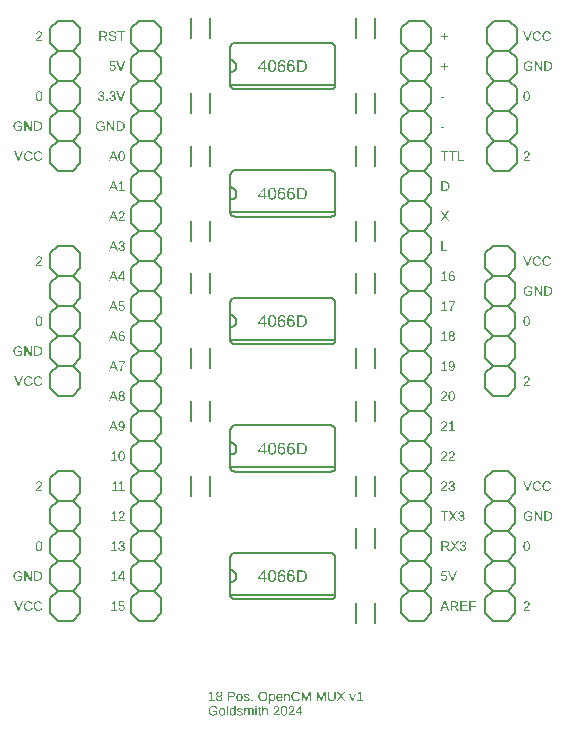
<source format=gbr>
G04 EAGLE Gerber RS-274X export*
G75*
%MOMM*%
%FSLAX34Y34*%
%LPD*%
%INSilkscreen Top*%
%IPPOS*%
%AMOC8*
5,1,8,0,0,1.08239X$1,22.5*%
G01*
G04 Define Apertures*
%ADD10C,0.152400*%
%ADD11C,0.127000*%
G36*
X244233Y229870D02*
X240542Y229870D01*
X240542Y239738D01*
X243806Y239738D01*
X244415Y239719D01*
X244988Y239660D01*
X245526Y239562D01*
X246027Y239424D01*
X246493Y239247D01*
X246923Y239031D01*
X247317Y238776D01*
X247676Y238481D01*
X247995Y238150D01*
X248272Y237786D01*
X248506Y237389D01*
X248697Y236959D01*
X248846Y236495D01*
X248953Y235999D01*
X249017Y235469D01*
X249038Y234906D01*
X249029Y234530D01*
X249001Y234166D01*
X248954Y233814D01*
X248889Y233474D01*
X248805Y233146D01*
X248703Y232830D01*
X248582Y232526D01*
X248443Y232234D01*
X248286Y231956D01*
X248114Y231695D01*
X247926Y231450D01*
X247723Y231223D01*
X247504Y231012D01*
X247270Y230817D01*
X247020Y230640D01*
X246755Y230479D01*
X246476Y230337D01*
X246187Y230213D01*
X245888Y230108D01*
X245578Y230022D01*
X245258Y229956D01*
X244927Y229908D01*
X244585Y229880D01*
X244233Y229870D01*
G37*
%LPC*%
G36*
X244079Y230942D02*
X244346Y230949D01*
X244606Y230971D01*
X244856Y231009D01*
X245099Y231061D01*
X245334Y231128D01*
X245560Y231209D01*
X245778Y231306D01*
X245988Y231418D01*
X246187Y231543D01*
X246375Y231682D01*
X246551Y231834D01*
X246715Y231999D01*
X246867Y232177D01*
X247007Y232369D01*
X247136Y232573D01*
X247252Y232791D01*
X247355Y233020D01*
X247445Y233259D01*
X247521Y233508D01*
X247583Y233768D01*
X247631Y234037D01*
X247666Y234317D01*
X247686Y234606D01*
X247693Y234906D01*
X247677Y235351D01*
X247630Y235769D01*
X247552Y236159D01*
X247442Y236523D01*
X247301Y236859D01*
X247128Y237168D01*
X246924Y237449D01*
X246688Y237704D01*
X246423Y237929D01*
X246129Y238125D01*
X245808Y238291D01*
X245458Y238426D01*
X245080Y238531D01*
X244674Y238607D01*
X244240Y238652D01*
X243778Y238667D01*
X241880Y238667D01*
X241880Y230942D01*
X244079Y230942D01*
G37*
%LPD*%
G36*
X219431Y229730D02*
X219018Y229750D01*
X218633Y229811D01*
X218273Y229912D01*
X217940Y230054D01*
X217634Y230236D01*
X217354Y230459D01*
X217101Y230722D01*
X216874Y231026D01*
X216674Y231368D01*
X216500Y231748D01*
X216353Y232165D01*
X216233Y232619D01*
X216140Y233110D01*
X216073Y233639D01*
X216033Y234205D01*
X216020Y234808D01*
X216033Y235423D01*
X216072Y235999D01*
X216136Y236535D01*
X216227Y237031D01*
X216344Y237488D01*
X216487Y237904D01*
X216655Y238281D01*
X216850Y238618D01*
X217072Y238915D01*
X217325Y239172D01*
X217608Y239390D01*
X217920Y239568D01*
X218263Y239707D01*
X218636Y239806D01*
X219039Y239866D01*
X219473Y239885D01*
X219894Y239865D01*
X220287Y239805D01*
X220652Y239705D01*
X220988Y239565D01*
X221295Y239385D01*
X221574Y239164D01*
X221825Y238904D01*
X222046Y238604D01*
X222241Y238264D01*
X222410Y237886D01*
X222552Y237469D01*
X222669Y237014D01*
X222760Y236520D01*
X222825Y235988D01*
X222863Y235417D01*
X222876Y234808D01*
X222863Y234208D01*
X222822Y233645D01*
X222754Y233118D01*
X222658Y232628D01*
X222536Y232174D01*
X222386Y231757D01*
X222209Y231377D01*
X222004Y231033D01*
X221773Y230727D01*
X221517Y230463D01*
X221234Y230239D01*
X220925Y230056D01*
X220590Y229913D01*
X220230Y229811D01*
X219843Y229750D01*
X219431Y229730D01*
G37*
%LPC*%
G36*
X219445Y230759D02*
X219714Y230775D01*
X219964Y230822D01*
X220196Y230899D01*
X220409Y231008D01*
X220604Y231148D01*
X220780Y231319D01*
X220938Y231521D01*
X221076Y231754D01*
X221198Y232019D01*
X221303Y232318D01*
X221392Y232650D01*
X221465Y233015D01*
X221522Y233413D01*
X221562Y233845D01*
X221587Y234310D01*
X221595Y234808D01*
X221587Y235323D01*
X221564Y235802D01*
X221525Y236244D01*
X221471Y236650D01*
X221402Y237018D01*
X221317Y237350D01*
X221217Y237645D01*
X221101Y237903D01*
X220967Y238128D01*
X220814Y238323D01*
X220640Y238488D01*
X220447Y238623D01*
X220233Y238728D01*
X220000Y238803D01*
X219746Y238848D01*
X219473Y238863D01*
X219192Y238848D01*
X218932Y238804D01*
X218693Y238730D01*
X218474Y238626D01*
X218275Y238494D01*
X218097Y238331D01*
X217939Y238139D01*
X217802Y237917D01*
X217683Y237662D01*
X217580Y237368D01*
X217493Y237037D01*
X217421Y236667D01*
X217366Y236259D01*
X217326Y235814D01*
X217302Y235330D01*
X217294Y234808D01*
X217302Y234300D01*
X217327Y233828D01*
X217367Y233390D01*
X217423Y232988D01*
X217495Y232622D01*
X217584Y232290D01*
X217688Y231994D01*
X217809Y231733D01*
X217947Y231505D01*
X218104Y231307D01*
X218280Y231140D01*
X218475Y231003D01*
X218689Y230896D01*
X218922Y230820D01*
X219174Y230775D01*
X219445Y230759D01*
G37*
%LPD*%
G36*
X227588Y229730D02*
X227184Y229749D01*
X226804Y229807D01*
X226449Y229904D01*
X226118Y230040D01*
X225811Y230214D01*
X225529Y230427D01*
X225272Y230679D01*
X225039Y230970D01*
X224832Y231297D01*
X224653Y231660D01*
X224501Y232058D01*
X224377Y232491D01*
X224281Y232960D01*
X224212Y233463D01*
X224170Y234002D01*
X224157Y234577D01*
X224171Y235199D01*
X224214Y235784D01*
X224286Y236332D01*
X224386Y236842D01*
X224515Y237316D01*
X224673Y237752D01*
X224859Y238151D01*
X225074Y238513D01*
X225316Y238834D01*
X225581Y239113D01*
X225871Y239349D01*
X226186Y239542D01*
X226525Y239692D01*
X226888Y239800D01*
X227275Y239864D01*
X227686Y239885D01*
X227959Y239878D01*
X228219Y239854D01*
X228466Y239815D01*
X228700Y239760D01*
X228921Y239689D01*
X229130Y239603D01*
X229325Y239501D01*
X229507Y239383D01*
X229677Y239249D01*
X229834Y239100D01*
X229977Y238935D01*
X230108Y238755D01*
X230226Y238558D01*
X230331Y238346D01*
X230423Y238119D01*
X230502Y237875D01*
X229297Y237658D01*
X229191Y237941D01*
X229057Y238185D01*
X228895Y238392D01*
X228705Y238562D01*
X228489Y238693D01*
X228244Y238788D01*
X227972Y238844D01*
X227672Y238863D01*
X227410Y238847D01*
X227164Y238800D01*
X226932Y238722D01*
X226716Y238612D01*
X226514Y238470D01*
X226328Y238298D01*
X226158Y238093D01*
X226002Y237858D01*
X225863Y237592D01*
X225743Y237299D01*
X225641Y236977D01*
X225558Y236628D01*
X225493Y236250D01*
X225447Y235844D01*
X225419Y235410D01*
X225410Y234948D01*
X225599Y235247D01*
X225823Y235509D01*
X226083Y235732D01*
X226377Y235918D01*
X226700Y236063D01*
X227046Y236167D01*
X227414Y236230D01*
X227805Y236250D01*
X228138Y236237D01*
X228453Y236197D01*
X228751Y236130D01*
X229030Y236037D01*
X229292Y235917D01*
X229537Y235770D01*
X229764Y235596D01*
X229973Y235396D01*
X230161Y235173D01*
X230324Y234932D01*
X230462Y234672D01*
X230575Y234394D01*
X230662Y234098D01*
X230725Y233783D01*
X230763Y233450D01*
X230775Y233099D01*
X230762Y232719D01*
X230722Y232359D01*
X230656Y232020D01*
X230563Y231701D01*
X230444Y231404D01*
X230298Y231126D01*
X230126Y230870D01*
X229928Y230633D01*
X229706Y230422D01*
X229464Y230238D01*
X229201Y230083D01*
X228919Y229956D01*
X228617Y229857D01*
X228294Y229786D01*
X227951Y229744D01*
X227588Y229730D01*
G37*
%LPC*%
G36*
X227546Y230745D02*
X227768Y230755D01*
X227977Y230784D01*
X228174Y230832D01*
X228359Y230899D01*
X228531Y230985D01*
X228691Y231090D01*
X228839Y231215D01*
X228975Y231358D01*
X229097Y231519D01*
X229202Y231693D01*
X229291Y231882D01*
X229364Y232086D01*
X229421Y232304D01*
X229461Y232536D01*
X229485Y232782D01*
X229493Y233043D01*
X229485Y233303D01*
X229461Y233548D01*
X229420Y233777D01*
X229362Y233992D01*
X229288Y234191D01*
X229198Y234374D01*
X229091Y234543D01*
X228968Y234696D01*
X228830Y234832D01*
X228680Y234950D01*
X228516Y235050D01*
X228340Y235132D01*
X228150Y235195D01*
X227948Y235241D01*
X227732Y235268D01*
X227504Y235277D01*
X227289Y235269D01*
X227084Y235245D01*
X226890Y235205D01*
X226707Y235148D01*
X226534Y235076D01*
X226372Y234987D01*
X226220Y234883D01*
X226079Y234762D01*
X225952Y234627D01*
X225842Y234480D01*
X225748Y234321D01*
X225672Y234150D01*
X225613Y233967D01*
X225570Y233771D01*
X225545Y233564D01*
X225536Y233344D01*
X225545Y233065D01*
X225572Y232799D01*
X225616Y232546D01*
X225677Y232306D01*
X225757Y232078D01*
X225853Y231864D01*
X225968Y231662D01*
X226100Y231474D01*
X226246Y231303D01*
X226402Y231155D01*
X226568Y231030D01*
X226744Y230928D01*
X226929Y230848D01*
X227125Y230791D01*
X227331Y230757D01*
X227546Y230745D01*
G37*
%LPD*%
G36*
X235557Y229730D02*
X235153Y229749D01*
X234773Y229807D01*
X234417Y229904D01*
X234086Y230040D01*
X233780Y230214D01*
X233498Y230427D01*
X233241Y230679D01*
X233008Y230970D01*
X232801Y231297D01*
X232622Y231660D01*
X232470Y232058D01*
X232346Y232491D01*
X232249Y232960D01*
X232180Y233463D01*
X232139Y234002D01*
X232125Y234577D01*
X232140Y235199D01*
X232183Y235784D01*
X232254Y236332D01*
X232355Y236842D01*
X232484Y237316D01*
X232641Y237752D01*
X232828Y238151D01*
X233043Y238513D01*
X233284Y238834D01*
X233550Y239113D01*
X233840Y239349D01*
X234155Y239542D01*
X234493Y239692D01*
X234856Y239800D01*
X235244Y239864D01*
X235655Y239885D01*
X235928Y239878D01*
X236188Y239854D01*
X236435Y239815D01*
X236669Y239760D01*
X236890Y239689D01*
X237098Y239603D01*
X237294Y239501D01*
X237476Y239383D01*
X237646Y239249D01*
X237802Y239100D01*
X237946Y238935D01*
X238077Y238755D01*
X238195Y238558D01*
X238300Y238346D01*
X238392Y238119D01*
X238471Y237875D01*
X237266Y237658D01*
X237159Y237941D01*
X237025Y238185D01*
X236864Y238392D01*
X236674Y238562D01*
X236457Y238693D01*
X236213Y238788D01*
X235941Y238844D01*
X235641Y238863D01*
X235379Y238847D01*
X235132Y238800D01*
X234901Y238722D01*
X234684Y238612D01*
X234483Y238470D01*
X234297Y238298D01*
X234126Y238093D01*
X233971Y237858D01*
X233832Y237592D01*
X233712Y237299D01*
X233610Y236977D01*
X233527Y236628D01*
X233462Y236250D01*
X233416Y235844D01*
X233388Y235410D01*
X233379Y234948D01*
X233568Y235247D01*
X233792Y235509D01*
X234051Y235732D01*
X234345Y235918D01*
X234669Y236063D01*
X235014Y236167D01*
X235383Y236230D01*
X235774Y236250D01*
X236107Y236237D01*
X236422Y236197D01*
X236719Y236130D01*
X236999Y236037D01*
X237261Y235917D01*
X237506Y235770D01*
X237733Y235596D01*
X237942Y235396D01*
X238130Y235173D01*
X238293Y234932D01*
X238431Y234672D01*
X238543Y234394D01*
X238631Y234098D01*
X238694Y233783D01*
X238731Y233450D01*
X238744Y233099D01*
X238731Y232719D01*
X238691Y232359D01*
X238625Y232020D01*
X238532Y231701D01*
X238413Y231404D01*
X238267Y231126D01*
X238095Y230870D01*
X237896Y230633D01*
X237674Y230422D01*
X237432Y230238D01*
X237170Y230083D01*
X236888Y229956D01*
X236585Y229857D01*
X236263Y229786D01*
X235920Y229744D01*
X235557Y229730D01*
G37*
%LPC*%
G36*
X235515Y230745D02*
X235737Y230755D01*
X235946Y230784D01*
X236143Y230832D01*
X236328Y230899D01*
X236500Y230985D01*
X236660Y231090D01*
X236808Y231215D01*
X236944Y231358D01*
X237065Y231519D01*
X237171Y231693D01*
X237260Y231882D01*
X237333Y232086D01*
X237389Y232304D01*
X237430Y232536D01*
X237454Y232782D01*
X237462Y233043D01*
X237454Y233303D01*
X237429Y233548D01*
X237388Y233777D01*
X237331Y233992D01*
X237257Y234191D01*
X237167Y234374D01*
X237060Y234543D01*
X236937Y234696D01*
X236799Y234832D01*
X236648Y234950D01*
X236485Y235050D01*
X236308Y235132D01*
X236119Y235195D01*
X235917Y235241D01*
X235701Y235268D01*
X235473Y235277D01*
X235258Y235269D01*
X235053Y235245D01*
X234859Y235205D01*
X234676Y235148D01*
X234503Y235076D01*
X234340Y234987D01*
X234189Y234883D01*
X234048Y234762D01*
X233921Y234627D01*
X233810Y234480D01*
X233717Y234321D01*
X233641Y234150D01*
X233581Y233967D01*
X233539Y233771D01*
X233513Y233564D01*
X233505Y233344D01*
X233514Y233065D01*
X233540Y232799D01*
X233584Y232546D01*
X233646Y232306D01*
X233725Y232078D01*
X233822Y231864D01*
X233937Y231662D01*
X234069Y231474D01*
X234215Y231303D01*
X234371Y231155D01*
X234536Y231030D01*
X234712Y230928D01*
X234898Y230848D01*
X235094Y230791D01*
X235299Y230757D01*
X235515Y230745D01*
G37*
%LPD*%
G36*
X213661Y229870D02*
X212470Y229870D01*
X212470Y232104D01*
X207820Y232104D01*
X207820Y233085D01*
X212337Y239738D01*
X213661Y239738D01*
X213661Y233099D01*
X215048Y233099D01*
X215048Y232104D01*
X213661Y232104D01*
X213661Y229870D01*
G37*
%LPC*%
G36*
X212470Y233099D02*
X212470Y238317D01*
X212274Y237945D01*
X212001Y237483D01*
X209473Y233757D01*
X209094Y233239D01*
X208982Y233099D01*
X212470Y233099D01*
G37*
%LPD*%
G36*
X244233Y121920D02*
X240542Y121920D01*
X240542Y131788D01*
X243806Y131788D01*
X244415Y131769D01*
X244988Y131710D01*
X245526Y131612D01*
X246027Y131474D01*
X246493Y131297D01*
X246923Y131081D01*
X247317Y130826D01*
X247676Y130531D01*
X247995Y130200D01*
X248272Y129836D01*
X248506Y129439D01*
X248697Y129009D01*
X248846Y128545D01*
X248953Y128049D01*
X249017Y127519D01*
X249038Y126956D01*
X249029Y126580D01*
X249001Y126216D01*
X248954Y125864D01*
X248889Y125524D01*
X248805Y125196D01*
X248703Y124880D01*
X248582Y124576D01*
X248443Y124284D01*
X248286Y124006D01*
X248114Y123745D01*
X247926Y123500D01*
X247723Y123273D01*
X247504Y123062D01*
X247270Y122867D01*
X247020Y122690D01*
X246755Y122529D01*
X246476Y122387D01*
X246187Y122263D01*
X245888Y122158D01*
X245578Y122072D01*
X245258Y122006D01*
X244927Y121958D01*
X244585Y121930D01*
X244233Y121920D01*
G37*
%LPC*%
G36*
X244079Y122992D02*
X244346Y122999D01*
X244606Y123021D01*
X244856Y123059D01*
X245099Y123111D01*
X245334Y123178D01*
X245560Y123259D01*
X245778Y123356D01*
X245988Y123468D01*
X246187Y123593D01*
X246375Y123732D01*
X246551Y123884D01*
X246715Y124049D01*
X246867Y124227D01*
X247007Y124419D01*
X247136Y124623D01*
X247252Y124841D01*
X247355Y125070D01*
X247445Y125309D01*
X247521Y125558D01*
X247583Y125818D01*
X247631Y126087D01*
X247666Y126367D01*
X247686Y126656D01*
X247693Y126956D01*
X247677Y127401D01*
X247630Y127819D01*
X247552Y128209D01*
X247442Y128573D01*
X247301Y128909D01*
X247128Y129218D01*
X246924Y129499D01*
X246688Y129754D01*
X246423Y129979D01*
X246129Y130175D01*
X245808Y130341D01*
X245458Y130476D01*
X245080Y130581D01*
X244674Y130657D01*
X244240Y130702D01*
X243778Y130717D01*
X241880Y130717D01*
X241880Y122992D01*
X244079Y122992D01*
G37*
%LPD*%
G36*
X219431Y121780D02*
X219018Y121800D01*
X218633Y121861D01*
X218273Y121962D01*
X217940Y122104D01*
X217634Y122286D01*
X217354Y122509D01*
X217101Y122772D01*
X216874Y123076D01*
X216674Y123418D01*
X216500Y123798D01*
X216353Y124215D01*
X216233Y124669D01*
X216140Y125160D01*
X216073Y125689D01*
X216033Y126255D01*
X216020Y126858D01*
X216033Y127473D01*
X216072Y128049D01*
X216136Y128585D01*
X216227Y129081D01*
X216344Y129538D01*
X216487Y129954D01*
X216655Y130331D01*
X216850Y130668D01*
X217072Y130965D01*
X217325Y131222D01*
X217608Y131440D01*
X217920Y131618D01*
X218263Y131757D01*
X218636Y131856D01*
X219039Y131916D01*
X219473Y131935D01*
X219894Y131915D01*
X220287Y131855D01*
X220652Y131755D01*
X220988Y131615D01*
X221295Y131435D01*
X221574Y131214D01*
X221825Y130954D01*
X222046Y130654D01*
X222241Y130314D01*
X222410Y129936D01*
X222552Y129519D01*
X222669Y129064D01*
X222760Y128570D01*
X222825Y128038D01*
X222863Y127467D01*
X222876Y126858D01*
X222863Y126258D01*
X222822Y125695D01*
X222754Y125168D01*
X222658Y124678D01*
X222536Y124224D01*
X222386Y123807D01*
X222209Y123427D01*
X222004Y123083D01*
X221773Y122777D01*
X221517Y122513D01*
X221234Y122289D01*
X220925Y122106D01*
X220590Y121963D01*
X220230Y121861D01*
X219843Y121800D01*
X219431Y121780D01*
G37*
%LPC*%
G36*
X219445Y122809D02*
X219714Y122825D01*
X219964Y122872D01*
X220196Y122949D01*
X220409Y123058D01*
X220604Y123198D01*
X220780Y123369D01*
X220938Y123571D01*
X221076Y123804D01*
X221198Y124069D01*
X221303Y124368D01*
X221392Y124700D01*
X221465Y125065D01*
X221522Y125463D01*
X221562Y125895D01*
X221587Y126360D01*
X221595Y126858D01*
X221587Y127373D01*
X221564Y127852D01*
X221525Y128294D01*
X221471Y128700D01*
X221402Y129068D01*
X221317Y129400D01*
X221217Y129695D01*
X221101Y129953D01*
X220967Y130178D01*
X220814Y130373D01*
X220640Y130538D01*
X220447Y130673D01*
X220233Y130778D01*
X220000Y130853D01*
X219746Y130898D01*
X219473Y130913D01*
X219192Y130898D01*
X218932Y130854D01*
X218693Y130780D01*
X218474Y130676D01*
X218275Y130544D01*
X218097Y130381D01*
X217939Y130189D01*
X217802Y129967D01*
X217683Y129712D01*
X217580Y129418D01*
X217493Y129087D01*
X217421Y128717D01*
X217366Y128309D01*
X217326Y127864D01*
X217302Y127380D01*
X217294Y126858D01*
X217302Y126350D01*
X217327Y125878D01*
X217367Y125440D01*
X217423Y125038D01*
X217495Y124672D01*
X217584Y124340D01*
X217688Y124044D01*
X217809Y123783D01*
X217947Y123555D01*
X218104Y123357D01*
X218280Y123190D01*
X218475Y123053D01*
X218689Y122946D01*
X218922Y122870D01*
X219174Y122825D01*
X219445Y122809D01*
G37*
%LPD*%
G36*
X227588Y121780D02*
X227184Y121799D01*
X226804Y121857D01*
X226449Y121954D01*
X226118Y122090D01*
X225811Y122264D01*
X225529Y122477D01*
X225272Y122729D01*
X225039Y123020D01*
X224832Y123347D01*
X224653Y123710D01*
X224501Y124108D01*
X224377Y124541D01*
X224281Y125010D01*
X224212Y125513D01*
X224170Y126052D01*
X224157Y126627D01*
X224171Y127249D01*
X224214Y127834D01*
X224286Y128382D01*
X224386Y128892D01*
X224515Y129366D01*
X224673Y129802D01*
X224859Y130201D01*
X225074Y130563D01*
X225316Y130884D01*
X225581Y131163D01*
X225871Y131399D01*
X226186Y131592D01*
X226525Y131742D01*
X226888Y131850D01*
X227275Y131914D01*
X227686Y131935D01*
X227959Y131928D01*
X228219Y131904D01*
X228466Y131865D01*
X228700Y131810D01*
X228921Y131739D01*
X229130Y131653D01*
X229325Y131551D01*
X229507Y131433D01*
X229677Y131299D01*
X229834Y131150D01*
X229977Y130985D01*
X230108Y130805D01*
X230226Y130608D01*
X230331Y130396D01*
X230423Y130169D01*
X230502Y129925D01*
X229297Y129708D01*
X229191Y129991D01*
X229057Y130235D01*
X228895Y130442D01*
X228705Y130612D01*
X228489Y130743D01*
X228244Y130838D01*
X227972Y130894D01*
X227672Y130913D01*
X227410Y130897D01*
X227164Y130850D01*
X226932Y130772D01*
X226716Y130662D01*
X226514Y130520D01*
X226328Y130348D01*
X226158Y130143D01*
X226002Y129908D01*
X225863Y129642D01*
X225743Y129349D01*
X225641Y129027D01*
X225558Y128678D01*
X225493Y128300D01*
X225447Y127894D01*
X225419Y127460D01*
X225410Y126998D01*
X225599Y127297D01*
X225823Y127559D01*
X226083Y127782D01*
X226377Y127968D01*
X226700Y128113D01*
X227046Y128217D01*
X227414Y128280D01*
X227805Y128300D01*
X228138Y128287D01*
X228453Y128247D01*
X228751Y128180D01*
X229030Y128087D01*
X229292Y127967D01*
X229537Y127820D01*
X229764Y127646D01*
X229973Y127446D01*
X230161Y127223D01*
X230324Y126982D01*
X230462Y126722D01*
X230575Y126444D01*
X230662Y126148D01*
X230725Y125833D01*
X230763Y125500D01*
X230775Y125149D01*
X230762Y124769D01*
X230722Y124409D01*
X230656Y124070D01*
X230563Y123751D01*
X230444Y123454D01*
X230298Y123176D01*
X230126Y122920D01*
X229928Y122683D01*
X229706Y122472D01*
X229464Y122288D01*
X229201Y122133D01*
X228919Y122006D01*
X228617Y121907D01*
X228294Y121836D01*
X227951Y121794D01*
X227588Y121780D01*
G37*
%LPC*%
G36*
X227546Y122795D02*
X227768Y122805D01*
X227977Y122834D01*
X228174Y122882D01*
X228359Y122949D01*
X228531Y123035D01*
X228691Y123140D01*
X228839Y123265D01*
X228975Y123408D01*
X229097Y123569D01*
X229202Y123743D01*
X229291Y123932D01*
X229364Y124136D01*
X229421Y124354D01*
X229461Y124586D01*
X229485Y124832D01*
X229493Y125093D01*
X229485Y125353D01*
X229461Y125598D01*
X229420Y125827D01*
X229362Y126042D01*
X229288Y126241D01*
X229198Y126424D01*
X229091Y126593D01*
X228968Y126746D01*
X228830Y126882D01*
X228680Y127000D01*
X228516Y127100D01*
X228340Y127182D01*
X228150Y127245D01*
X227948Y127291D01*
X227732Y127318D01*
X227504Y127327D01*
X227289Y127319D01*
X227084Y127295D01*
X226890Y127255D01*
X226707Y127198D01*
X226534Y127126D01*
X226372Y127037D01*
X226220Y126933D01*
X226079Y126812D01*
X225952Y126677D01*
X225842Y126530D01*
X225748Y126371D01*
X225672Y126200D01*
X225613Y126017D01*
X225570Y125821D01*
X225545Y125614D01*
X225536Y125394D01*
X225545Y125115D01*
X225572Y124849D01*
X225616Y124596D01*
X225677Y124356D01*
X225757Y124128D01*
X225853Y123914D01*
X225968Y123712D01*
X226100Y123524D01*
X226246Y123353D01*
X226402Y123205D01*
X226568Y123080D01*
X226744Y122978D01*
X226929Y122898D01*
X227125Y122841D01*
X227331Y122807D01*
X227546Y122795D01*
G37*
%LPD*%
G36*
X235557Y121780D02*
X235153Y121799D01*
X234773Y121857D01*
X234417Y121954D01*
X234086Y122090D01*
X233780Y122264D01*
X233498Y122477D01*
X233241Y122729D01*
X233008Y123020D01*
X232801Y123347D01*
X232622Y123710D01*
X232470Y124108D01*
X232346Y124541D01*
X232249Y125010D01*
X232180Y125513D01*
X232139Y126052D01*
X232125Y126627D01*
X232140Y127249D01*
X232183Y127834D01*
X232254Y128382D01*
X232355Y128892D01*
X232484Y129366D01*
X232641Y129802D01*
X232828Y130201D01*
X233043Y130563D01*
X233284Y130884D01*
X233550Y131163D01*
X233840Y131399D01*
X234155Y131592D01*
X234493Y131742D01*
X234856Y131850D01*
X235244Y131914D01*
X235655Y131935D01*
X235928Y131928D01*
X236188Y131904D01*
X236435Y131865D01*
X236669Y131810D01*
X236890Y131739D01*
X237098Y131653D01*
X237294Y131551D01*
X237476Y131433D01*
X237646Y131299D01*
X237802Y131150D01*
X237946Y130985D01*
X238077Y130805D01*
X238195Y130608D01*
X238300Y130396D01*
X238392Y130169D01*
X238471Y129925D01*
X237266Y129708D01*
X237159Y129991D01*
X237025Y130235D01*
X236864Y130442D01*
X236674Y130612D01*
X236457Y130743D01*
X236213Y130838D01*
X235941Y130894D01*
X235641Y130913D01*
X235379Y130897D01*
X235132Y130850D01*
X234901Y130772D01*
X234684Y130662D01*
X234483Y130520D01*
X234297Y130348D01*
X234126Y130143D01*
X233971Y129908D01*
X233832Y129642D01*
X233712Y129349D01*
X233610Y129027D01*
X233527Y128678D01*
X233462Y128300D01*
X233416Y127894D01*
X233388Y127460D01*
X233379Y126998D01*
X233568Y127297D01*
X233792Y127559D01*
X234051Y127782D01*
X234345Y127968D01*
X234669Y128113D01*
X235014Y128217D01*
X235383Y128280D01*
X235774Y128300D01*
X236107Y128287D01*
X236422Y128247D01*
X236719Y128180D01*
X236999Y128087D01*
X237261Y127967D01*
X237506Y127820D01*
X237733Y127646D01*
X237942Y127446D01*
X238130Y127223D01*
X238293Y126982D01*
X238431Y126722D01*
X238543Y126444D01*
X238631Y126148D01*
X238694Y125833D01*
X238731Y125500D01*
X238744Y125149D01*
X238731Y124769D01*
X238691Y124409D01*
X238625Y124070D01*
X238532Y123751D01*
X238413Y123454D01*
X238267Y123176D01*
X238095Y122920D01*
X237896Y122683D01*
X237674Y122472D01*
X237432Y122288D01*
X237170Y122133D01*
X236888Y122006D01*
X236585Y121907D01*
X236263Y121836D01*
X235920Y121794D01*
X235557Y121780D01*
G37*
%LPC*%
G36*
X235515Y122795D02*
X235737Y122805D01*
X235946Y122834D01*
X236143Y122882D01*
X236328Y122949D01*
X236500Y123035D01*
X236660Y123140D01*
X236808Y123265D01*
X236944Y123408D01*
X237065Y123569D01*
X237171Y123743D01*
X237260Y123932D01*
X237333Y124136D01*
X237389Y124354D01*
X237430Y124586D01*
X237454Y124832D01*
X237462Y125093D01*
X237454Y125353D01*
X237429Y125598D01*
X237388Y125827D01*
X237331Y126042D01*
X237257Y126241D01*
X237167Y126424D01*
X237060Y126593D01*
X236937Y126746D01*
X236799Y126882D01*
X236648Y127000D01*
X236485Y127100D01*
X236308Y127182D01*
X236119Y127245D01*
X235917Y127291D01*
X235701Y127318D01*
X235473Y127327D01*
X235258Y127319D01*
X235053Y127295D01*
X234859Y127255D01*
X234676Y127198D01*
X234503Y127126D01*
X234340Y127037D01*
X234189Y126933D01*
X234048Y126812D01*
X233921Y126677D01*
X233810Y126530D01*
X233717Y126371D01*
X233641Y126200D01*
X233581Y126017D01*
X233539Y125821D01*
X233513Y125614D01*
X233505Y125394D01*
X233514Y125115D01*
X233540Y124849D01*
X233584Y124596D01*
X233646Y124356D01*
X233725Y124128D01*
X233822Y123914D01*
X233937Y123712D01*
X234069Y123524D01*
X234215Y123353D01*
X234371Y123205D01*
X234536Y123080D01*
X234712Y122978D01*
X234898Y122898D01*
X235094Y122841D01*
X235299Y122807D01*
X235515Y122795D01*
G37*
%LPD*%
G36*
X213661Y121920D02*
X212470Y121920D01*
X212470Y124154D01*
X207820Y124154D01*
X207820Y125135D01*
X212337Y131788D01*
X213661Y131788D01*
X213661Y125149D01*
X215048Y125149D01*
X215048Y124154D01*
X213661Y124154D01*
X213661Y121920D01*
G37*
%LPC*%
G36*
X212470Y125149D02*
X212470Y130367D01*
X212274Y129995D01*
X212001Y129533D01*
X209473Y125807D01*
X209094Y125289D01*
X208982Y125149D01*
X212470Y125149D01*
G37*
%LPD*%
G36*
X244233Y337820D02*
X240542Y337820D01*
X240542Y347688D01*
X243806Y347688D01*
X244415Y347669D01*
X244988Y347610D01*
X245526Y347512D01*
X246027Y347374D01*
X246493Y347197D01*
X246923Y346981D01*
X247317Y346726D01*
X247676Y346431D01*
X247995Y346100D01*
X248272Y345736D01*
X248506Y345339D01*
X248697Y344909D01*
X248846Y344445D01*
X248953Y343949D01*
X249017Y343419D01*
X249038Y342856D01*
X249029Y342480D01*
X249001Y342116D01*
X248954Y341764D01*
X248889Y341424D01*
X248805Y341096D01*
X248703Y340780D01*
X248582Y340476D01*
X248443Y340184D01*
X248286Y339906D01*
X248114Y339645D01*
X247926Y339400D01*
X247723Y339173D01*
X247504Y338962D01*
X247270Y338767D01*
X247020Y338590D01*
X246755Y338429D01*
X246476Y338287D01*
X246187Y338163D01*
X245888Y338058D01*
X245578Y337972D01*
X245258Y337906D01*
X244927Y337858D01*
X244585Y337830D01*
X244233Y337820D01*
G37*
%LPC*%
G36*
X244079Y338892D02*
X244346Y338899D01*
X244606Y338921D01*
X244856Y338959D01*
X245099Y339011D01*
X245334Y339078D01*
X245560Y339159D01*
X245778Y339256D01*
X245988Y339368D01*
X246187Y339493D01*
X246375Y339632D01*
X246551Y339784D01*
X246715Y339949D01*
X246867Y340127D01*
X247007Y340319D01*
X247136Y340523D01*
X247252Y340741D01*
X247355Y340970D01*
X247445Y341209D01*
X247521Y341458D01*
X247583Y341718D01*
X247631Y341987D01*
X247666Y342267D01*
X247686Y342556D01*
X247693Y342856D01*
X247677Y343301D01*
X247630Y343719D01*
X247552Y344109D01*
X247442Y344473D01*
X247301Y344809D01*
X247128Y345118D01*
X246924Y345399D01*
X246688Y345654D01*
X246423Y345879D01*
X246129Y346075D01*
X245808Y346241D01*
X245458Y346376D01*
X245080Y346481D01*
X244674Y346557D01*
X244240Y346602D01*
X243778Y346617D01*
X241880Y346617D01*
X241880Y338892D01*
X244079Y338892D01*
G37*
%LPD*%
G36*
X219431Y337680D02*
X219018Y337700D01*
X218633Y337761D01*
X218273Y337862D01*
X217940Y338004D01*
X217634Y338186D01*
X217354Y338409D01*
X217101Y338672D01*
X216874Y338976D01*
X216674Y339318D01*
X216500Y339698D01*
X216353Y340115D01*
X216233Y340569D01*
X216140Y341060D01*
X216073Y341589D01*
X216033Y342155D01*
X216020Y342758D01*
X216033Y343373D01*
X216072Y343949D01*
X216136Y344485D01*
X216227Y344981D01*
X216344Y345438D01*
X216487Y345854D01*
X216655Y346231D01*
X216850Y346568D01*
X217072Y346865D01*
X217325Y347122D01*
X217608Y347340D01*
X217920Y347518D01*
X218263Y347657D01*
X218636Y347756D01*
X219039Y347816D01*
X219473Y347835D01*
X219894Y347815D01*
X220287Y347755D01*
X220652Y347655D01*
X220988Y347515D01*
X221295Y347335D01*
X221574Y347114D01*
X221825Y346854D01*
X222046Y346554D01*
X222241Y346214D01*
X222410Y345836D01*
X222552Y345419D01*
X222669Y344964D01*
X222760Y344470D01*
X222825Y343938D01*
X222863Y343367D01*
X222876Y342758D01*
X222863Y342158D01*
X222822Y341595D01*
X222754Y341068D01*
X222658Y340578D01*
X222536Y340124D01*
X222386Y339707D01*
X222209Y339327D01*
X222004Y338983D01*
X221773Y338677D01*
X221517Y338413D01*
X221234Y338189D01*
X220925Y338006D01*
X220590Y337863D01*
X220230Y337761D01*
X219843Y337700D01*
X219431Y337680D01*
G37*
%LPC*%
G36*
X219445Y338709D02*
X219714Y338725D01*
X219964Y338772D01*
X220196Y338849D01*
X220409Y338958D01*
X220604Y339098D01*
X220780Y339269D01*
X220938Y339471D01*
X221076Y339704D01*
X221198Y339969D01*
X221303Y340268D01*
X221392Y340600D01*
X221465Y340965D01*
X221522Y341363D01*
X221562Y341795D01*
X221587Y342260D01*
X221595Y342758D01*
X221587Y343273D01*
X221564Y343752D01*
X221525Y344194D01*
X221471Y344600D01*
X221402Y344968D01*
X221317Y345300D01*
X221217Y345595D01*
X221101Y345853D01*
X220967Y346078D01*
X220814Y346273D01*
X220640Y346438D01*
X220447Y346573D01*
X220233Y346678D01*
X220000Y346753D01*
X219746Y346798D01*
X219473Y346813D01*
X219192Y346798D01*
X218932Y346754D01*
X218693Y346680D01*
X218474Y346576D01*
X218275Y346444D01*
X218097Y346281D01*
X217939Y346089D01*
X217802Y345867D01*
X217683Y345612D01*
X217580Y345318D01*
X217493Y344987D01*
X217421Y344617D01*
X217366Y344209D01*
X217326Y343764D01*
X217302Y343280D01*
X217294Y342758D01*
X217302Y342250D01*
X217327Y341778D01*
X217367Y341340D01*
X217423Y340938D01*
X217495Y340572D01*
X217584Y340240D01*
X217688Y339944D01*
X217809Y339683D01*
X217947Y339455D01*
X218104Y339257D01*
X218280Y339090D01*
X218475Y338953D01*
X218689Y338846D01*
X218922Y338770D01*
X219174Y338725D01*
X219445Y338709D01*
G37*
%LPD*%
G36*
X227588Y337680D02*
X227184Y337699D01*
X226804Y337757D01*
X226449Y337854D01*
X226118Y337990D01*
X225811Y338164D01*
X225529Y338377D01*
X225272Y338629D01*
X225039Y338920D01*
X224832Y339247D01*
X224653Y339610D01*
X224501Y340008D01*
X224377Y340441D01*
X224281Y340910D01*
X224212Y341413D01*
X224170Y341952D01*
X224157Y342527D01*
X224171Y343149D01*
X224214Y343734D01*
X224286Y344282D01*
X224386Y344792D01*
X224515Y345266D01*
X224673Y345702D01*
X224859Y346101D01*
X225074Y346463D01*
X225316Y346784D01*
X225581Y347063D01*
X225871Y347299D01*
X226186Y347492D01*
X226525Y347642D01*
X226888Y347750D01*
X227275Y347814D01*
X227686Y347835D01*
X227959Y347828D01*
X228219Y347804D01*
X228466Y347765D01*
X228700Y347710D01*
X228921Y347639D01*
X229130Y347553D01*
X229325Y347451D01*
X229507Y347333D01*
X229677Y347199D01*
X229834Y347050D01*
X229977Y346885D01*
X230108Y346705D01*
X230226Y346508D01*
X230331Y346296D01*
X230423Y346069D01*
X230502Y345825D01*
X229297Y345608D01*
X229191Y345891D01*
X229057Y346135D01*
X228895Y346342D01*
X228705Y346512D01*
X228489Y346643D01*
X228244Y346738D01*
X227972Y346794D01*
X227672Y346813D01*
X227410Y346797D01*
X227164Y346750D01*
X226932Y346672D01*
X226716Y346562D01*
X226514Y346420D01*
X226328Y346248D01*
X226158Y346043D01*
X226002Y345808D01*
X225863Y345542D01*
X225743Y345249D01*
X225641Y344927D01*
X225558Y344578D01*
X225493Y344200D01*
X225447Y343794D01*
X225419Y343360D01*
X225410Y342898D01*
X225599Y343197D01*
X225823Y343459D01*
X226083Y343682D01*
X226377Y343868D01*
X226700Y344013D01*
X227046Y344117D01*
X227414Y344180D01*
X227805Y344200D01*
X228138Y344187D01*
X228453Y344147D01*
X228751Y344080D01*
X229030Y343987D01*
X229292Y343867D01*
X229537Y343720D01*
X229764Y343546D01*
X229973Y343346D01*
X230161Y343123D01*
X230324Y342882D01*
X230462Y342622D01*
X230575Y342344D01*
X230662Y342048D01*
X230725Y341733D01*
X230763Y341400D01*
X230775Y341049D01*
X230762Y340669D01*
X230722Y340309D01*
X230656Y339970D01*
X230563Y339651D01*
X230444Y339354D01*
X230298Y339076D01*
X230126Y338820D01*
X229928Y338583D01*
X229706Y338372D01*
X229464Y338188D01*
X229201Y338033D01*
X228919Y337906D01*
X228617Y337807D01*
X228294Y337736D01*
X227951Y337694D01*
X227588Y337680D01*
G37*
%LPC*%
G36*
X227546Y338695D02*
X227768Y338705D01*
X227977Y338734D01*
X228174Y338782D01*
X228359Y338849D01*
X228531Y338935D01*
X228691Y339040D01*
X228839Y339165D01*
X228975Y339308D01*
X229097Y339469D01*
X229202Y339643D01*
X229291Y339832D01*
X229364Y340036D01*
X229421Y340254D01*
X229461Y340486D01*
X229485Y340732D01*
X229493Y340993D01*
X229485Y341253D01*
X229461Y341498D01*
X229420Y341727D01*
X229362Y341942D01*
X229288Y342141D01*
X229198Y342324D01*
X229091Y342493D01*
X228968Y342646D01*
X228830Y342782D01*
X228680Y342900D01*
X228516Y343000D01*
X228340Y343082D01*
X228150Y343145D01*
X227948Y343191D01*
X227732Y343218D01*
X227504Y343227D01*
X227289Y343219D01*
X227084Y343195D01*
X226890Y343155D01*
X226707Y343098D01*
X226534Y343026D01*
X226372Y342937D01*
X226220Y342833D01*
X226079Y342712D01*
X225952Y342577D01*
X225842Y342430D01*
X225748Y342271D01*
X225672Y342100D01*
X225613Y341917D01*
X225570Y341721D01*
X225545Y341514D01*
X225536Y341294D01*
X225545Y341015D01*
X225572Y340749D01*
X225616Y340496D01*
X225677Y340256D01*
X225757Y340028D01*
X225853Y339814D01*
X225968Y339612D01*
X226100Y339424D01*
X226246Y339253D01*
X226402Y339105D01*
X226568Y338980D01*
X226744Y338878D01*
X226929Y338798D01*
X227125Y338741D01*
X227331Y338707D01*
X227546Y338695D01*
G37*
%LPD*%
G36*
X235557Y337680D02*
X235153Y337699D01*
X234773Y337757D01*
X234417Y337854D01*
X234086Y337990D01*
X233780Y338164D01*
X233498Y338377D01*
X233241Y338629D01*
X233008Y338920D01*
X232801Y339247D01*
X232622Y339610D01*
X232470Y340008D01*
X232346Y340441D01*
X232249Y340910D01*
X232180Y341413D01*
X232139Y341952D01*
X232125Y342527D01*
X232140Y343149D01*
X232183Y343734D01*
X232254Y344282D01*
X232355Y344792D01*
X232484Y345266D01*
X232641Y345702D01*
X232828Y346101D01*
X233043Y346463D01*
X233284Y346784D01*
X233550Y347063D01*
X233840Y347299D01*
X234155Y347492D01*
X234493Y347642D01*
X234856Y347750D01*
X235244Y347814D01*
X235655Y347835D01*
X235928Y347828D01*
X236188Y347804D01*
X236435Y347765D01*
X236669Y347710D01*
X236890Y347639D01*
X237098Y347553D01*
X237294Y347451D01*
X237476Y347333D01*
X237646Y347199D01*
X237802Y347050D01*
X237946Y346885D01*
X238077Y346705D01*
X238195Y346508D01*
X238300Y346296D01*
X238392Y346069D01*
X238471Y345825D01*
X237266Y345608D01*
X237159Y345891D01*
X237025Y346135D01*
X236864Y346342D01*
X236674Y346512D01*
X236457Y346643D01*
X236213Y346738D01*
X235941Y346794D01*
X235641Y346813D01*
X235379Y346797D01*
X235132Y346750D01*
X234901Y346672D01*
X234684Y346562D01*
X234483Y346420D01*
X234297Y346248D01*
X234126Y346043D01*
X233971Y345808D01*
X233832Y345542D01*
X233712Y345249D01*
X233610Y344927D01*
X233527Y344578D01*
X233462Y344200D01*
X233416Y343794D01*
X233388Y343360D01*
X233379Y342898D01*
X233568Y343197D01*
X233792Y343459D01*
X234051Y343682D01*
X234345Y343868D01*
X234669Y344013D01*
X235014Y344117D01*
X235383Y344180D01*
X235774Y344200D01*
X236107Y344187D01*
X236422Y344147D01*
X236719Y344080D01*
X236999Y343987D01*
X237261Y343867D01*
X237506Y343720D01*
X237733Y343546D01*
X237942Y343346D01*
X238130Y343123D01*
X238293Y342882D01*
X238431Y342622D01*
X238543Y342344D01*
X238631Y342048D01*
X238694Y341733D01*
X238731Y341400D01*
X238744Y341049D01*
X238731Y340669D01*
X238691Y340309D01*
X238625Y339970D01*
X238532Y339651D01*
X238413Y339354D01*
X238267Y339076D01*
X238095Y338820D01*
X237896Y338583D01*
X237674Y338372D01*
X237432Y338188D01*
X237170Y338033D01*
X236888Y337906D01*
X236585Y337807D01*
X236263Y337736D01*
X235920Y337694D01*
X235557Y337680D01*
G37*
%LPC*%
G36*
X235515Y338695D02*
X235737Y338705D01*
X235946Y338734D01*
X236143Y338782D01*
X236328Y338849D01*
X236500Y338935D01*
X236660Y339040D01*
X236808Y339165D01*
X236944Y339308D01*
X237065Y339469D01*
X237171Y339643D01*
X237260Y339832D01*
X237333Y340036D01*
X237389Y340254D01*
X237430Y340486D01*
X237454Y340732D01*
X237462Y340993D01*
X237454Y341253D01*
X237429Y341498D01*
X237388Y341727D01*
X237331Y341942D01*
X237257Y342141D01*
X237167Y342324D01*
X237060Y342493D01*
X236937Y342646D01*
X236799Y342782D01*
X236648Y342900D01*
X236485Y343000D01*
X236308Y343082D01*
X236119Y343145D01*
X235917Y343191D01*
X235701Y343218D01*
X235473Y343227D01*
X235258Y343219D01*
X235053Y343195D01*
X234859Y343155D01*
X234676Y343098D01*
X234503Y343026D01*
X234340Y342937D01*
X234189Y342833D01*
X234048Y342712D01*
X233921Y342577D01*
X233810Y342430D01*
X233717Y342271D01*
X233641Y342100D01*
X233581Y341917D01*
X233539Y341721D01*
X233513Y341514D01*
X233505Y341294D01*
X233514Y341015D01*
X233540Y340749D01*
X233584Y340496D01*
X233646Y340256D01*
X233725Y340028D01*
X233822Y339814D01*
X233937Y339612D01*
X234069Y339424D01*
X234215Y339253D01*
X234371Y339105D01*
X234536Y338980D01*
X234712Y338878D01*
X234898Y338798D01*
X235094Y338741D01*
X235299Y338707D01*
X235515Y338695D01*
G37*
%LPD*%
G36*
X213661Y337820D02*
X212470Y337820D01*
X212470Y340054D01*
X207820Y340054D01*
X207820Y341035D01*
X212337Y347688D01*
X213661Y347688D01*
X213661Y341049D01*
X215048Y341049D01*
X215048Y340054D01*
X213661Y340054D01*
X213661Y337820D01*
G37*
%LPC*%
G36*
X212470Y341049D02*
X212470Y346267D01*
X212274Y345895D01*
X212001Y345433D01*
X209473Y341707D01*
X209094Y341189D01*
X208982Y341049D01*
X212470Y341049D01*
G37*
%LPD*%
G36*
X244233Y445770D02*
X240542Y445770D01*
X240542Y455638D01*
X243806Y455638D01*
X244415Y455619D01*
X244988Y455560D01*
X245526Y455462D01*
X246027Y455324D01*
X246493Y455147D01*
X246923Y454931D01*
X247317Y454676D01*
X247676Y454381D01*
X247995Y454050D01*
X248272Y453686D01*
X248506Y453289D01*
X248697Y452859D01*
X248846Y452395D01*
X248953Y451899D01*
X249017Y451369D01*
X249038Y450806D01*
X249029Y450430D01*
X249001Y450066D01*
X248954Y449714D01*
X248889Y449374D01*
X248805Y449046D01*
X248703Y448730D01*
X248582Y448426D01*
X248443Y448134D01*
X248286Y447856D01*
X248114Y447595D01*
X247926Y447350D01*
X247723Y447123D01*
X247504Y446912D01*
X247270Y446717D01*
X247020Y446540D01*
X246755Y446379D01*
X246476Y446237D01*
X246187Y446113D01*
X245888Y446008D01*
X245578Y445922D01*
X245258Y445856D01*
X244927Y445808D01*
X244585Y445780D01*
X244233Y445770D01*
G37*
%LPC*%
G36*
X244079Y446842D02*
X244346Y446849D01*
X244606Y446871D01*
X244856Y446909D01*
X245099Y446961D01*
X245334Y447028D01*
X245560Y447109D01*
X245778Y447206D01*
X245988Y447318D01*
X246187Y447443D01*
X246375Y447582D01*
X246551Y447734D01*
X246715Y447899D01*
X246867Y448077D01*
X247007Y448269D01*
X247136Y448473D01*
X247252Y448691D01*
X247355Y448920D01*
X247445Y449159D01*
X247521Y449408D01*
X247583Y449668D01*
X247631Y449937D01*
X247666Y450217D01*
X247686Y450506D01*
X247693Y450806D01*
X247677Y451251D01*
X247630Y451669D01*
X247552Y452059D01*
X247442Y452423D01*
X247301Y452759D01*
X247128Y453068D01*
X246924Y453349D01*
X246688Y453604D01*
X246423Y453829D01*
X246129Y454025D01*
X245808Y454191D01*
X245458Y454326D01*
X245080Y454431D01*
X244674Y454507D01*
X244240Y454552D01*
X243778Y454567D01*
X241880Y454567D01*
X241880Y446842D01*
X244079Y446842D01*
G37*
%LPD*%
G36*
X219431Y445630D02*
X219018Y445650D01*
X218633Y445711D01*
X218273Y445812D01*
X217940Y445954D01*
X217634Y446136D01*
X217354Y446359D01*
X217101Y446622D01*
X216874Y446926D01*
X216674Y447268D01*
X216500Y447648D01*
X216353Y448065D01*
X216233Y448519D01*
X216140Y449010D01*
X216073Y449539D01*
X216033Y450105D01*
X216020Y450708D01*
X216033Y451323D01*
X216072Y451899D01*
X216136Y452435D01*
X216227Y452931D01*
X216344Y453388D01*
X216487Y453804D01*
X216655Y454181D01*
X216850Y454518D01*
X217072Y454815D01*
X217325Y455072D01*
X217608Y455290D01*
X217920Y455468D01*
X218263Y455607D01*
X218636Y455706D01*
X219039Y455766D01*
X219473Y455785D01*
X219894Y455765D01*
X220287Y455705D01*
X220652Y455605D01*
X220988Y455465D01*
X221295Y455285D01*
X221574Y455064D01*
X221825Y454804D01*
X222046Y454504D01*
X222241Y454164D01*
X222410Y453786D01*
X222552Y453369D01*
X222669Y452914D01*
X222760Y452420D01*
X222825Y451888D01*
X222863Y451317D01*
X222876Y450708D01*
X222863Y450108D01*
X222822Y449545D01*
X222754Y449018D01*
X222658Y448528D01*
X222536Y448074D01*
X222386Y447657D01*
X222209Y447277D01*
X222004Y446933D01*
X221773Y446627D01*
X221517Y446363D01*
X221234Y446139D01*
X220925Y445956D01*
X220590Y445813D01*
X220230Y445711D01*
X219843Y445650D01*
X219431Y445630D01*
G37*
%LPC*%
G36*
X219445Y446659D02*
X219714Y446675D01*
X219964Y446722D01*
X220196Y446799D01*
X220409Y446908D01*
X220604Y447048D01*
X220780Y447219D01*
X220938Y447421D01*
X221076Y447654D01*
X221198Y447919D01*
X221303Y448218D01*
X221392Y448550D01*
X221465Y448915D01*
X221522Y449313D01*
X221562Y449745D01*
X221587Y450210D01*
X221595Y450708D01*
X221587Y451223D01*
X221564Y451702D01*
X221525Y452144D01*
X221471Y452550D01*
X221402Y452918D01*
X221317Y453250D01*
X221217Y453545D01*
X221101Y453803D01*
X220967Y454028D01*
X220814Y454223D01*
X220640Y454388D01*
X220447Y454523D01*
X220233Y454628D01*
X220000Y454703D01*
X219746Y454748D01*
X219473Y454763D01*
X219192Y454748D01*
X218932Y454704D01*
X218693Y454630D01*
X218474Y454526D01*
X218275Y454394D01*
X218097Y454231D01*
X217939Y454039D01*
X217802Y453817D01*
X217683Y453562D01*
X217580Y453268D01*
X217493Y452937D01*
X217421Y452567D01*
X217366Y452159D01*
X217326Y451714D01*
X217302Y451230D01*
X217294Y450708D01*
X217302Y450200D01*
X217327Y449728D01*
X217367Y449290D01*
X217423Y448888D01*
X217495Y448522D01*
X217584Y448190D01*
X217688Y447894D01*
X217809Y447633D01*
X217947Y447405D01*
X218104Y447207D01*
X218280Y447040D01*
X218475Y446903D01*
X218689Y446796D01*
X218922Y446720D01*
X219174Y446675D01*
X219445Y446659D01*
G37*
%LPD*%
G36*
X227588Y445630D02*
X227184Y445649D01*
X226804Y445707D01*
X226449Y445804D01*
X226118Y445940D01*
X225811Y446114D01*
X225529Y446327D01*
X225272Y446579D01*
X225039Y446870D01*
X224832Y447197D01*
X224653Y447560D01*
X224501Y447958D01*
X224377Y448391D01*
X224281Y448860D01*
X224212Y449363D01*
X224170Y449902D01*
X224157Y450477D01*
X224171Y451099D01*
X224214Y451684D01*
X224286Y452232D01*
X224386Y452742D01*
X224515Y453216D01*
X224673Y453652D01*
X224859Y454051D01*
X225074Y454413D01*
X225316Y454734D01*
X225581Y455013D01*
X225871Y455249D01*
X226186Y455442D01*
X226525Y455592D01*
X226888Y455700D01*
X227275Y455764D01*
X227686Y455785D01*
X227959Y455778D01*
X228219Y455754D01*
X228466Y455715D01*
X228700Y455660D01*
X228921Y455589D01*
X229130Y455503D01*
X229325Y455401D01*
X229507Y455283D01*
X229677Y455149D01*
X229834Y455000D01*
X229977Y454835D01*
X230108Y454655D01*
X230226Y454458D01*
X230331Y454246D01*
X230423Y454019D01*
X230502Y453775D01*
X229297Y453558D01*
X229191Y453841D01*
X229057Y454085D01*
X228895Y454292D01*
X228705Y454462D01*
X228489Y454593D01*
X228244Y454688D01*
X227972Y454744D01*
X227672Y454763D01*
X227410Y454747D01*
X227164Y454700D01*
X226932Y454622D01*
X226716Y454512D01*
X226514Y454370D01*
X226328Y454198D01*
X226158Y453993D01*
X226002Y453758D01*
X225863Y453492D01*
X225743Y453199D01*
X225641Y452877D01*
X225558Y452528D01*
X225493Y452150D01*
X225447Y451744D01*
X225419Y451310D01*
X225410Y450848D01*
X225599Y451147D01*
X225823Y451409D01*
X226083Y451632D01*
X226377Y451818D01*
X226700Y451963D01*
X227046Y452067D01*
X227414Y452130D01*
X227805Y452150D01*
X228138Y452137D01*
X228453Y452097D01*
X228751Y452030D01*
X229030Y451937D01*
X229292Y451817D01*
X229537Y451670D01*
X229764Y451496D01*
X229973Y451296D01*
X230161Y451073D01*
X230324Y450832D01*
X230462Y450572D01*
X230575Y450294D01*
X230662Y449998D01*
X230725Y449683D01*
X230763Y449350D01*
X230775Y448999D01*
X230762Y448619D01*
X230722Y448259D01*
X230656Y447920D01*
X230563Y447601D01*
X230444Y447304D01*
X230298Y447026D01*
X230126Y446770D01*
X229928Y446533D01*
X229706Y446322D01*
X229464Y446138D01*
X229201Y445983D01*
X228919Y445856D01*
X228617Y445757D01*
X228294Y445686D01*
X227951Y445644D01*
X227588Y445630D01*
G37*
%LPC*%
G36*
X227546Y446645D02*
X227768Y446655D01*
X227977Y446684D01*
X228174Y446732D01*
X228359Y446799D01*
X228531Y446885D01*
X228691Y446990D01*
X228839Y447115D01*
X228975Y447258D01*
X229097Y447419D01*
X229202Y447593D01*
X229291Y447782D01*
X229364Y447986D01*
X229421Y448204D01*
X229461Y448436D01*
X229485Y448682D01*
X229493Y448943D01*
X229485Y449203D01*
X229461Y449448D01*
X229420Y449677D01*
X229362Y449892D01*
X229288Y450091D01*
X229198Y450274D01*
X229091Y450443D01*
X228968Y450596D01*
X228830Y450732D01*
X228680Y450850D01*
X228516Y450950D01*
X228340Y451032D01*
X228150Y451095D01*
X227948Y451141D01*
X227732Y451168D01*
X227504Y451177D01*
X227289Y451169D01*
X227084Y451145D01*
X226890Y451105D01*
X226707Y451048D01*
X226534Y450976D01*
X226372Y450887D01*
X226220Y450783D01*
X226079Y450662D01*
X225952Y450527D01*
X225842Y450380D01*
X225748Y450221D01*
X225672Y450050D01*
X225613Y449867D01*
X225570Y449671D01*
X225545Y449464D01*
X225536Y449244D01*
X225545Y448965D01*
X225572Y448699D01*
X225616Y448446D01*
X225677Y448206D01*
X225757Y447978D01*
X225853Y447764D01*
X225968Y447562D01*
X226100Y447374D01*
X226246Y447203D01*
X226402Y447055D01*
X226568Y446930D01*
X226744Y446828D01*
X226929Y446748D01*
X227125Y446691D01*
X227331Y446657D01*
X227546Y446645D01*
G37*
%LPD*%
G36*
X235557Y445630D02*
X235153Y445649D01*
X234773Y445707D01*
X234417Y445804D01*
X234086Y445940D01*
X233780Y446114D01*
X233498Y446327D01*
X233241Y446579D01*
X233008Y446870D01*
X232801Y447197D01*
X232622Y447560D01*
X232470Y447958D01*
X232346Y448391D01*
X232249Y448860D01*
X232180Y449363D01*
X232139Y449902D01*
X232125Y450477D01*
X232140Y451099D01*
X232183Y451684D01*
X232254Y452232D01*
X232355Y452742D01*
X232484Y453216D01*
X232641Y453652D01*
X232828Y454051D01*
X233043Y454413D01*
X233284Y454734D01*
X233550Y455013D01*
X233840Y455249D01*
X234155Y455442D01*
X234493Y455592D01*
X234856Y455700D01*
X235244Y455764D01*
X235655Y455785D01*
X235928Y455778D01*
X236188Y455754D01*
X236435Y455715D01*
X236669Y455660D01*
X236890Y455589D01*
X237098Y455503D01*
X237294Y455401D01*
X237476Y455283D01*
X237646Y455149D01*
X237802Y455000D01*
X237946Y454835D01*
X238077Y454655D01*
X238195Y454458D01*
X238300Y454246D01*
X238392Y454019D01*
X238471Y453775D01*
X237266Y453558D01*
X237159Y453841D01*
X237025Y454085D01*
X236864Y454292D01*
X236674Y454462D01*
X236457Y454593D01*
X236213Y454688D01*
X235941Y454744D01*
X235641Y454763D01*
X235379Y454747D01*
X235132Y454700D01*
X234901Y454622D01*
X234684Y454512D01*
X234483Y454370D01*
X234297Y454198D01*
X234126Y453993D01*
X233971Y453758D01*
X233832Y453492D01*
X233712Y453199D01*
X233610Y452877D01*
X233527Y452528D01*
X233462Y452150D01*
X233416Y451744D01*
X233388Y451310D01*
X233379Y450848D01*
X233568Y451147D01*
X233792Y451409D01*
X234051Y451632D01*
X234345Y451818D01*
X234669Y451963D01*
X235014Y452067D01*
X235383Y452130D01*
X235774Y452150D01*
X236107Y452137D01*
X236422Y452097D01*
X236719Y452030D01*
X236999Y451937D01*
X237261Y451817D01*
X237506Y451670D01*
X237733Y451496D01*
X237942Y451296D01*
X238130Y451073D01*
X238293Y450832D01*
X238431Y450572D01*
X238543Y450294D01*
X238631Y449998D01*
X238694Y449683D01*
X238731Y449350D01*
X238744Y448999D01*
X238731Y448619D01*
X238691Y448259D01*
X238625Y447920D01*
X238532Y447601D01*
X238413Y447304D01*
X238267Y447026D01*
X238095Y446770D01*
X237896Y446533D01*
X237674Y446322D01*
X237432Y446138D01*
X237170Y445983D01*
X236888Y445856D01*
X236585Y445757D01*
X236263Y445686D01*
X235920Y445644D01*
X235557Y445630D01*
G37*
%LPC*%
G36*
X235515Y446645D02*
X235737Y446655D01*
X235946Y446684D01*
X236143Y446732D01*
X236328Y446799D01*
X236500Y446885D01*
X236660Y446990D01*
X236808Y447115D01*
X236944Y447258D01*
X237065Y447419D01*
X237171Y447593D01*
X237260Y447782D01*
X237333Y447986D01*
X237389Y448204D01*
X237430Y448436D01*
X237454Y448682D01*
X237462Y448943D01*
X237454Y449203D01*
X237429Y449448D01*
X237388Y449677D01*
X237331Y449892D01*
X237257Y450091D01*
X237167Y450274D01*
X237060Y450443D01*
X236937Y450596D01*
X236799Y450732D01*
X236648Y450850D01*
X236485Y450950D01*
X236308Y451032D01*
X236119Y451095D01*
X235917Y451141D01*
X235701Y451168D01*
X235473Y451177D01*
X235258Y451169D01*
X235053Y451145D01*
X234859Y451105D01*
X234676Y451048D01*
X234503Y450976D01*
X234340Y450887D01*
X234189Y450783D01*
X234048Y450662D01*
X233921Y450527D01*
X233810Y450380D01*
X233717Y450221D01*
X233641Y450050D01*
X233581Y449867D01*
X233539Y449671D01*
X233513Y449464D01*
X233505Y449244D01*
X233514Y448965D01*
X233540Y448699D01*
X233584Y448446D01*
X233646Y448206D01*
X233725Y447978D01*
X233822Y447764D01*
X233937Y447562D01*
X234069Y447374D01*
X234215Y447203D01*
X234371Y447055D01*
X234536Y446930D01*
X234712Y446828D01*
X234898Y446748D01*
X235094Y446691D01*
X235299Y446657D01*
X235515Y446645D01*
G37*
%LPD*%
G36*
X213661Y445770D02*
X212470Y445770D01*
X212470Y448004D01*
X207820Y448004D01*
X207820Y448985D01*
X212337Y455638D01*
X213661Y455638D01*
X213661Y448999D01*
X215048Y448999D01*
X215048Y448004D01*
X213661Y448004D01*
X213661Y445770D01*
G37*
%LPC*%
G36*
X212470Y448999D02*
X212470Y454217D01*
X212274Y453845D01*
X212001Y453383D01*
X209473Y449657D01*
X209094Y449139D01*
X208982Y448999D01*
X212470Y448999D01*
G37*
%LPD*%
G36*
X244233Y553720D02*
X240542Y553720D01*
X240542Y563588D01*
X243806Y563588D01*
X244415Y563569D01*
X244988Y563510D01*
X245526Y563412D01*
X246027Y563274D01*
X246493Y563097D01*
X246923Y562881D01*
X247317Y562626D01*
X247676Y562331D01*
X247995Y562000D01*
X248272Y561636D01*
X248506Y561239D01*
X248697Y560809D01*
X248846Y560345D01*
X248953Y559849D01*
X249017Y559319D01*
X249038Y558756D01*
X249029Y558380D01*
X249001Y558016D01*
X248954Y557664D01*
X248889Y557324D01*
X248805Y556996D01*
X248703Y556680D01*
X248582Y556376D01*
X248443Y556084D01*
X248286Y555806D01*
X248114Y555545D01*
X247926Y555300D01*
X247723Y555073D01*
X247504Y554862D01*
X247270Y554667D01*
X247020Y554490D01*
X246755Y554329D01*
X246476Y554187D01*
X246187Y554063D01*
X245888Y553958D01*
X245578Y553872D01*
X245258Y553806D01*
X244927Y553758D01*
X244585Y553730D01*
X244233Y553720D01*
G37*
%LPC*%
G36*
X244079Y554792D02*
X244346Y554799D01*
X244606Y554821D01*
X244856Y554859D01*
X245099Y554911D01*
X245334Y554978D01*
X245560Y555059D01*
X245778Y555156D01*
X245988Y555268D01*
X246187Y555393D01*
X246375Y555532D01*
X246551Y555684D01*
X246715Y555849D01*
X246867Y556027D01*
X247007Y556219D01*
X247136Y556423D01*
X247252Y556641D01*
X247355Y556870D01*
X247445Y557109D01*
X247521Y557358D01*
X247583Y557618D01*
X247631Y557887D01*
X247666Y558167D01*
X247686Y558456D01*
X247693Y558756D01*
X247677Y559201D01*
X247630Y559619D01*
X247552Y560009D01*
X247442Y560373D01*
X247301Y560709D01*
X247128Y561018D01*
X246924Y561299D01*
X246688Y561554D01*
X246423Y561779D01*
X246129Y561975D01*
X245808Y562141D01*
X245458Y562276D01*
X245080Y562381D01*
X244674Y562457D01*
X244240Y562502D01*
X243778Y562517D01*
X241880Y562517D01*
X241880Y554792D01*
X244079Y554792D01*
G37*
%LPD*%
G36*
X219431Y553580D02*
X219018Y553600D01*
X218633Y553661D01*
X218273Y553762D01*
X217940Y553904D01*
X217634Y554086D01*
X217354Y554309D01*
X217101Y554572D01*
X216874Y554876D01*
X216674Y555218D01*
X216500Y555598D01*
X216353Y556015D01*
X216233Y556469D01*
X216140Y556960D01*
X216073Y557489D01*
X216033Y558055D01*
X216020Y558658D01*
X216033Y559273D01*
X216072Y559849D01*
X216136Y560385D01*
X216227Y560881D01*
X216344Y561338D01*
X216487Y561754D01*
X216655Y562131D01*
X216850Y562468D01*
X217072Y562765D01*
X217325Y563022D01*
X217608Y563240D01*
X217920Y563418D01*
X218263Y563557D01*
X218636Y563656D01*
X219039Y563716D01*
X219473Y563735D01*
X219894Y563715D01*
X220287Y563655D01*
X220652Y563555D01*
X220988Y563415D01*
X221295Y563235D01*
X221574Y563014D01*
X221825Y562754D01*
X222046Y562454D01*
X222241Y562114D01*
X222410Y561736D01*
X222552Y561319D01*
X222669Y560864D01*
X222760Y560370D01*
X222825Y559838D01*
X222863Y559267D01*
X222876Y558658D01*
X222863Y558058D01*
X222822Y557495D01*
X222754Y556968D01*
X222658Y556478D01*
X222536Y556024D01*
X222386Y555607D01*
X222209Y555227D01*
X222004Y554883D01*
X221773Y554577D01*
X221517Y554313D01*
X221234Y554089D01*
X220925Y553906D01*
X220590Y553763D01*
X220230Y553661D01*
X219843Y553600D01*
X219431Y553580D01*
G37*
%LPC*%
G36*
X219445Y554609D02*
X219714Y554625D01*
X219964Y554672D01*
X220196Y554749D01*
X220409Y554858D01*
X220604Y554998D01*
X220780Y555169D01*
X220938Y555371D01*
X221076Y555604D01*
X221198Y555869D01*
X221303Y556168D01*
X221392Y556500D01*
X221465Y556865D01*
X221522Y557263D01*
X221562Y557695D01*
X221587Y558160D01*
X221595Y558658D01*
X221587Y559173D01*
X221564Y559652D01*
X221525Y560094D01*
X221471Y560500D01*
X221402Y560868D01*
X221317Y561200D01*
X221217Y561495D01*
X221101Y561753D01*
X220967Y561978D01*
X220814Y562173D01*
X220640Y562338D01*
X220447Y562473D01*
X220233Y562578D01*
X220000Y562653D01*
X219746Y562698D01*
X219473Y562713D01*
X219192Y562698D01*
X218932Y562654D01*
X218693Y562580D01*
X218474Y562476D01*
X218275Y562344D01*
X218097Y562181D01*
X217939Y561989D01*
X217802Y561767D01*
X217683Y561512D01*
X217580Y561218D01*
X217493Y560887D01*
X217421Y560517D01*
X217366Y560109D01*
X217326Y559664D01*
X217302Y559180D01*
X217294Y558658D01*
X217302Y558150D01*
X217327Y557678D01*
X217367Y557240D01*
X217423Y556838D01*
X217495Y556472D01*
X217584Y556140D01*
X217688Y555844D01*
X217809Y555583D01*
X217947Y555355D01*
X218104Y555157D01*
X218280Y554990D01*
X218475Y554853D01*
X218689Y554746D01*
X218922Y554670D01*
X219174Y554625D01*
X219445Y554609D01*
G37*
%LPD*%
G36*
X227588Y553580D02*
X227184Y553599D01*
X226804Y553657D01*
X226449Y553754D01*
X226118Y553890D01*
X225811Y554064D01*
X225529Y554277D01*
X225272Y554529D01*
X225039Y554820D01*
X224832Y555147D01*
X224653Y555510D01*
X224501Y555908D01*
X224377Y556341D01*
X224281Y556810D01*
X224212Y557313D01*
X224170Y557852D01*
X224157Y558427D01*
X224171Y559049D01*
X224214Y559634D01*
X224286Y560182D01*
X224386Y560692D01*
X224515Y561166D01*
X224673Y561602D01*
X224859Y562001D01*
X225074Y562363D01*
X225316Y562684D01*
X225581Y562963D01*
X225871Y563199D01*
X226186Y563392D01*
X226525Y563542D01*
X226888Y563650D01*
X227275Y563714D01*
X227686Y563735D01*
X227959Y563728D01*
X228219Y563704D01*
X228466Y563665D01*
X228700Y563610D01*
X228921Y563539D01*
X229130Y563453D01*
X229325Y563351D01*
X229507Y563233D01*
X229677Y563099D01*
X229834Y562950D01*
X229977Y562785D01*
X230108Y562605D01*
X230226Y562408D01*
X230331Y562196D01*
X230423Y561969D01*
X230502Y561725D01*
X229297Y561508D01*
X229191Y561791D01*
X229057Y562035D01*
X228895Y562242D01*
X228705Y562412D01*
X228489Y562543D01*
X228244Y562638D01*
X227972Y562694D01*
X227672Y562713D01*
X227410Y562697D01*
X227164Y562650D01*
X226932Y562572D01*
X226716Y562462D01*
X226514Y562320D01*
X226328Y562148D01*
X226158Y561943D01*
X226002Y561708D01*
X225863Y561442D01*
X225743Y561149D01*
X225641Y560827D01*
X225558Y560478D01*
X225493Y560100D01*
X225447Y559694D01*
X225419Y559260D01*
X225410Y558798D01*
X225599Y559097D01*
X225823Y559359D01*
X226083Y559582D01*
X226377Y559768D01*
X226700Y559913D01*
X227046Y560017D01*
X227414Y560080D01*
X227805Y560100D01*
X228138Y560087D01*
X228453Y560047D01*
X228751Y559980D01*
X229030Y559887D01*
X229292Y559767D01*
X229537Y559620D01*
X229764Y559446D01*
X229973Y559246D01*
X230161Y559023D01*
X230324Y558782D01*
X230462Y558522D01*
X230575Y558244D01*
X230662Y557948D01*
X230725Y557633D01*
X230763Y557300D01*
X230775Y556949D01*
X230762Y556569D01*
X230722Y556209D01*
X230656Y555870D01*
X230563Y555551D01*
X230444Y555254D01*
X230298Y554976D01*
X230126Y554720D01*
X229928Y554483D01*
X229706Y554272D01*
X229464Y554088D01*
X229201Y553933D01*
X228919Y553806D01*
X228617Y553707D01*
X228294Y553636D01*
X227951Y553594D01*
X227588Y553580D01*
G37*
%LPC*%
G36*
X227546Y554595D02*
X227768Y554605D01*
X227977Y554634D01*
X228174Y554682D01*
X228359Y554749D01*
X228531Y554835D01*
X228691Y554940D01*
X228839Y555065D01*
X228975Y555208D01*
X229097Y555369D01*
X229202Y555543D01*
X229291Y555732D01*
X229364Y555936D01*
X229421Y556154D01*
X229461Y556386D01*
X229485Y556632D01*
X229493Y556893D01*
X229485Y557153D01*
X229461Y557398D01*
X229420Y557627D01*
X229362Y557842D01*
X229288Y558041D01*
X229198Y558224D01*
X229091Y558393D01*
X228968Y558546D01*
X228830Y558682D01*
X228680Y558800D01*
X228516Y558900D01*
X228340Y558982D01*
X228150Y559045D01*
X227948Y559091D01*
X227732Y559118D01*
X227504Y559127D01*
X227289Y559119D01*
X227084Y559095D01*
X226890Y559055D01*
X226707Y558998D01*
X226534Y558926D01*
X226372Y558837D01*
X226220Y558733D01*
X226079Y558612D01*
X225952Y558477D01*
X225842Y558330D01*
X225748Y558171D01*
X225672Y558000D01*
X225613Y557817D01*
X225570Y557621D01*
X225545Y557414D01*
X225536Y557194D01*
X225545Y556915D01*
X225572Y556649D01*
X225616Y556396D01*
X225677Y556156D01*
X225757Y555928D01*
X225853Y555714D01*
X225968Y555512D01*
X226100Y555324D01*
X226246Y555153D01*
X226402Y555005D01*
X226568Y554880D01*
X226744Y554778D01*
X226929Y554698D01*
X227125Y554641D01*
X227331Y554607D01*
X227546Y554595D01*
G37*
%LPD*%
G36*
X235557Y553580D02*
X235153Y553599D01*
X234773Y553657D01*
X234417Y553754D01*
X234086Y553890D01*
X233780Y554064D01*
X233498Y554277D01*
X233241Y554529D01*
X233008Y554820D01*
X232801Y555147D01*
X232622Y555510D01*
X232470Y555908D01*
X232346Y556341D01*
X232249Y556810D01*
X232180Y557313D01*
X232139Y557852D01*
X232125Y558427D01*
X232140Y559049D01*
X232183Y559634D01*
X232254Y560182D01*
X232355Y560692D01*
X232484Y561166D01*
X232641Y561602D01*
X232828Y562001D01*
X233043Y562363D01*
X233284Y562684D01*
X233550Y562963D01*
X233840Y563199D01*
X234155Y563392D01*
X234493Y563542D01*
X234856Y563650D01*
X235244Y563714D01*
X235655Y563735D01*
X235928Y563728D01*
X236188Y563704D01*
X236435Y563665D01*
X236669Y563610D01*
X236890Y563539D01*
X237098Y563453D01*
X237294Y563351D01*
X237476Y563233D01*
X237646Y563099D01*
X237802Y562950D01*
X237946Y562785D01*
X238077Y562605D01*
X238195Y562408D01*
X238300Y562196D01*
X238392Y561969D01*
X238471Y561725D01*
X237266Y561508D01*
X237159Y561791D01*
X237025Y562035D01*
X236864Y562242D01*
X236674Y562412D01*
X236457Y562543D01*
X236213Y562638D01*
X235941Y562694D01*
X235641Y562713D01*
X235379Y562697D01*
X235132Y562650D01*
X234901Y562572D01*
X234684Y562462D01*
X234483Y562320D01*
X234297Y562148D01*
X234126Y561943D01*
X233971Y561708D01*
X233832Y561442D01*
X233712Y561149D01*
X233610Y560827D01*
X233527Y560478D01*
X233462Y560100D01*
X233416Y559694D01*
X233388Y559260D01*
X233379Y558798D01*
X233568Y559097D01*
X233792Y559359D01*
X234051Y559582D01*
X234345Y559768D01*
X234669Y559913D01*
X235014Y560017D01*
X235383Y560080D01*
X235774Y560100D01*
X236107Y560087D01*
X236422Y560047D01*
X236719Y559980D01*
X236999Y559887D01*
X237261Y559767D01*
X237506Y559620D01*
X237733Y559446D01*
X237942Y559246D01*
X238130Y559023D01*
X238293Y558782D01*
X238431Y558522D01*
X238543Y558244D01*
X238631Y557948D01*
X238694Y557633D01*
X238731Y557300D01*
X238744Y556949D01*
X238731Y556569D01*
X238691Y556209D01*
X238625Y555870D01*
X238532Y555551D01*
X238413Y555254D01*
X238267Y554976D01*
X238095Y554720D01*
X237896Y554483D01*
X237674Y554272D01*
X237432Y554088D01*
X237170Y553933D01*
X236888Y553806D01*
X236585Y553707D01*
X236263Y553636D01*
X235920Y553594D01*
X235557Y553580D01*
G37*
%LPC*%
G36*
X235515Y554595D02*
X235737Y554605D01*
X235946Y554634D01*
X236143Y554682D01*
X236328Y554749D01*
X236500Y554835D01*
X236660Y554940D01*
X236808Y555065D01*
X236944Y555208D01*
X237065Y555369D01*
X237171Y555543D01*
X237260Y555732D01*
X237333Y555936D01*
X237389Y556154D01*
X237430Y556386D01*
X237454Y556632D01*
X237462Y556893D01*
X237454Y557153D01*
X237429Y557398D01*
X237388Y557627D01*
X237331Y557842D01*
X237257Y558041D01*
X237167Y558224D01*
X237060Y558393D01*
X236937Y558546D01*
X236799Y558682D01*
X236648Y558800D01*
X236485Y558900D01*
X236308Y558982D01*
X236119Y559045D01*
X235917Y559091D01*
X235701Y559118D01*
X235473Y559127D01*
X235258Y559119D01*
X235053Y559095D01*
X234859Y559055D01*
X234676Y558998D01*
X234503Y558926D01*
X234340Y558837D01*
X234189Y558733D01*
X234048Y558612D01*
X233921Y558477D01*
X233810Y558330D01*
X233717Y558171D01*
X233641Y558000D01*
X233581Y557817D01*
X233539Y557621D01*
X233513Y557414D01*
X233505Y557194D01*
X233514Y556915D01*
X233540Y556649D01*
X233584Y556396D01*
X233646Y556156D01*
X233725Y555928D01*
X233822Y555714D01*
X233937Y555512D01*
X234069Y555324D01*
X234215Y555153D01*
X234371Y555005D01*
X234536Y554880D01*
X234712Y554778D01*
X234898Y554698D01*
X235094Y554641D01*
X235299Y554607D01*
X235515Y554595D01*
G37*
%LPD*%
G36*
X213661Y553720D02*
X212470Y553720D01*
X212470Y555954D01*
X207820Y555954D01*
X207820Y556935D01*
X212337Y563588D01*
X213661Y563588D01*
X213661Y556949D01*
X215048Y556949D01*
X215048Y555954D01*
X213661Y555954D01*
X213661Y553720D01*
G37*
%LPC*%
G36*
X212470Y556949D02*
X212470Y562167D01*
X212274Y561795D01*
X212001Y561333D01*
X209473Y557607D01*
X209094Y557089D01*
X208982Y556949D01*
X212470Y556949D01*
G37*
%LPD*%
G36*
X13267Y97424D02*
X12974Y97432D01*
X12691Y97455D01*
X12418Y97494D01*
X12155Y97548D01*
X11902Y97618D01*
X11659Y97703D01*
X11426Y97803D01*
X11203Y97920D01*
X10992Y98050D01*
X10794Y98194D01*
X10609Y98351D01*
X10436Y98522D01*
X10277Y98705D01*
X10130Y98902D01*
X9997Y99113D01*
X9876Y99336D01*
X9769Y99572D01*
X9677Y99818D01*
X9598Y100075D01*
X9534Y100342D01*
X9484Y100620D01*
X9448Y100909D01*
X9427Y101208D01*
X9420Y101518D01*
X9436Y101977D01*
X9484Y102410D01*
X9563Y102818D01*
X9675Y103200D01*
X9818Y103557D01*
X9993Y103888D01*
X10200Y104194D01*
X10439Y104474D01*
X10706Y104725D01*
X10998Y104942D01*
X11314Y105126D01*
X11654Y105277D01*
X12019Y105394D01*
X12409Y105477D01*
X12823Y105527D01*
X13261Y105544D01*
X13570Y105536D01*
X13866Y105513D01*
X14148Y105475D01*
X14418Y105421D01*
X14675Y105351D01*
X14918Y105267D01*
X15149Y105167D01*
X15367Y105051D01*
X15571Y104921D01*
X15762Y104775D01*
X15938Y104615D01*
X16101Y104439D01*
X16249Y104249D01*
X16383Y104044D01*
X16504Y103824D01*
X16610Y103590D01*
X15597Y103254D01*
X15439Y103578D01*
X15239Y103861D01*
X14998Y104104D01*
X14715Y104306D01*
X14397Y104466D01*
X14050Y104579D01*
X13676Y104648D01*
X13273Y104670D01*
X12954Y104657D01*
X12654Y104618D01*
X12372Y104552D01*
X12108Y104460D01*
X11862Y104341D01*
X11635Y104196D01*
X11425Y104025D01*
X11234Y103828D01*
X11064Y103607D01*
X10916Y103367D01*
X10791Y103108D01*
X10688Y102829D01*
X10609Y102530D01*
X10552Y102212D01*
X10518Y101875D01*
X10506Y101518D01*
X10518Y101164D01*
X10554Y100828D01*
X10613Y100510D01*
X10696Y100209D01*
X10803Y99927D01*
X10933Y99662D01*
X11087Y99415D01*
X11265Y99185D01*
X11463Y98978D01*
X11678Y98799D01*
X11909Y98648D01*
X12158Y98524D01*
X12422Y98427D01*
X12704Y98358D01*
X13002Y98317D01*
X13317Y98303D01*
X13521Y98310D01*
X13719Y98329D01*
X13910Y98361D01*
X14095Y98406D01*
X14445Y98534D01*
X14769Y98713D01*
X15068Y98944D01*
X15341Y99226D01*
X15588Y99559D01*
X15809Y99944D01*
X16683Y99507D01*
X16555Y99260D01*
X16415Y99028D01*
X16262Y98811D01*
X16097Y98610D01*
X15920Y98424D01*
X15730Y98252D01*
X15528Y98097D01*
X15314Y97956D01*
X15089Y97831D01*
X14855Y97723D01*
X14613Y97632D01*
X14361Y97557D01*
X14101Y97499D01*
X13832Y97457D01*
X13554Y97432D01*
X13267Y97424D01*
G37*
G36*
X21548Y97424D02*
X21255Y97432D01*
X20972Y97455D01*
X20699Y97494D01*
X20436Y97548D01*
X20183Y97618D01*
X19940Y97703D01*
X19707Y97803D01*
X19485Y97920D01*
X19274Y98050D01*
X19075Y98194D01*
X18890Y98351D01*
X18718Y98522D01*
X18558Y98705D01*
X18412Y98902D01*
X18278Y99113D01*
X18158Y99336D01*
X18051Y99572D01*
X17958Y99818D01*
X17879Y100075D01*
X17815Y100342D01*
X17765Y100620D01*
X17730Y100909D01*
X17708Y101208D01*
X17701Y101518D01*
X17717Y101977D01*
X17765Y102410D01*
X17844Y102818D01*
X17956Y103200D01*
X18099Y103557D01*
X18274Y103888D01*
X18481Y104194D01*
X18720Y104474D01*
X18987Y104725D01*
X19279Y104942D01*
X19595Y105126D01*
X19936Y105277D01*
X20301Y105394D01*
X20690Y105477D01*
X21104Y105527D01*
X21543Y105544D01*
X21851Y105536D01*
X22147Y105513D01*
X22429Y105475D01*
X22699Y105421D01*
X22956Y105351D01*
X23200Y105267D01*
X23430Y105167D01*
X23648Y105051D01*
X23853Y104921D01*
X24043Y104775D01*
X24220Y104615D01*
X24382Y104439D01*
X24530Y104249D01*
X24665Y104044D01*
X24785Y103824D01*
X24892Y103590D01*
X23878Y103254D01*
X23720Y103578D01*
X23520Y103861D01*
X23279Y104104D01*
X22996Y104306D01*
X22678Y104466D01*
X22332Y104579D01*
X21957Y104648D01*
X21554Y104670D01*
X21235Y104657D01*
X20935Y104618D01*
X20653Y104552D01*
X20389Y104460D01*
X20143Y104341D01*
X19916Y104196D01*
X19707Y104025D01*
X19516Y103828D01*
X19345Y103607D01*
X19197Y103367D01*
X19072Y103108D01*
X18970Y102829D01*
X18890Y102530D01*
X18833Y102212D01*
X18799Y101875D01*
X18788Y101518D01*
X18799Y101164D01*
X18835Y100828D01*
X18894Y100510D01*
X18977Y100209D01*
X19084Y99927D01*
X19214Y99662D01*
X19368Y99415D01*
X19546Y99185D01*
X19744Y98978D01*
X19959Y98799D01*
X20191Y98648D01*
X20439Y98524D01*
X20704Y98427D01*
X20985Y98358D01*
X21284Y98317D01*
X21599Y98303D01*
X21803Y98310D01*
X22000Y98329D01*
X22191Y98361D01*
X22376Y98406D01*
X22726Y98534D01*
X23051Y98713D01*
X23349Y98944D01*
X23622Y99226D01*
X23869Y99559D01*
X24091Y99944D01*
X24964Y99507D01*
X24836Y99260D01*
X24696Y99028D01*
X24543Y98811D01*
X24378Y98610D01*
X24201Y98424D01*
X24011Y98252D01*
X23809Y98097D01*
X23595Y97956D01*
X23370Y97831D01*
X23136Y97723D01*
X22894Y97632D01*
X22642Y97557D01*
X22382Y97499D01*
X22113Y97457D01*
X21835Y97432D01*
X21548Y97424D01*
G37*
G36*
X5560Y97536D02*
X4452Y97536D01*
X1232Y105426D01*
X2357Y105426D01*
X4541Y99871D01*
X5012Y98477D01*
X5482Y99871D01*
X7655Y105426D01*
X8780Y105426D01*
X5560Y97536D01*
G37*
G36*
X13267Y287924D02*
X12974Y287932D01*
X12691Y287955D01*
X12418Y287994D01*
X12155Y288048D01*
X11902Y288118D01*
X11659Y288203D01*
X11426Y288303D01*
X11203Y288420D01*
X10992Y288550D01*
X10794Y288694D01*
X10609Y288851D01*
X10436Y289022D01*
X10277Y289205D01*
X10130Y289402D01*
X9997Y289613D01*
X9876Y289836D01*
X9769Y290072D01*
X9677Y290318D01*
X9598Y290575D01*
X9534Y290842D01*
X9484Y291120D01*
X9448Y291409D01*
X9427Y291708D01*
X9420Y292018D01*
X9436Y292477D01*
X9484Y292910D01*
X9563Y293318D01*
X9675Y293700D01*
X9818Y294057D01*
X9993Y294388D01*
X10200Y294694D01*
X10439Y294974D01*
X10706Y295225D01*
X10998Y295442D01*
X11314Y295626D01*
X11654Y295777D01*
X12019Y295894D01*
X12409Y295977D01*
X12823Y296027D01*
X13261Y296044D01*
X13570Y296036D01*
X13866Y296013D01*
X14148Y295975D01*
X14418Y295921D01*
X14675Y295851D01*
X14918Y295767D01*
X15149Y295667D01*
X15367Y295551D01*
X15571Y295421D01*
X15762Y295275D01*
X15938Y295115D01*
X16101Y294939D01*
X16249Y294749D01*
X16383Y294544D01*
X16504Y294324D01*
X16610Y294090D01*
X15597Y293754D01*
X15439Y294078D01*
X15239Y294361D01*
X14998Y294604D01*
X14715Y294806D01*
X14397Y294966D01*
X14050Y295079D01*
X13676Y295148D01*
X13273Y295170D01*
X12954Y295157D01*
X12654Y295118D01*
X12372Y295052D01*
X12108Y294960D01*
X11862Y294841D01*
X11635Y294696D01*
X11425Y294525D01*
X11234Y294328D01*
X11064Y294107D01*
X10916Y293867D01*
X10791Y293608D01*
X10688Y293329D01*
X10609Y293030D01*
X10552Y292712D01*
X10518Y292375D01*
X10506Y292018D01*
X10518Y291664D01*
X10554Y291328D01*
X10613Y291010D01*
X10696Y290709D01*
X10803Y290427D01*
X10933Y290162D01*
X11087Y289915D01*
X11265Y289685D01*
X11463Y289478D01*
X11678Y289299D01*
X11909Y289148D01*
X12158Y289024D01*
X12422Y288927D01*
X12704Y288858D01*
X13002Y288817D01*
X13317Y288803D01*
X13521Y288810D01*
X13719Y288829D01*
X13910Y288861D01*
X14095Y288906D01*
X14445Y289034D01*
X14769Y289213D01*
X15068Y289444D01*
X15341Y289726D01*
X15588Y290059D01*
X15809Y290444D01*
X16683Y290007D01*
X16555Y289760D01*
X16415Y289528D01*
X16262Y289311D01*
X16097Y289110D01*
X15920Y288924D01*
X15730Y288752D01*
X15528Y288597D01*
X15314Y288456D01*
X15089Y288331D01*
X14855Y288223D01*
X14613Y288132D01*
X14361Y288057D01*
X14101Y287999D01*
X13832Y287957D01*
X13554Y287932D01*
X13267Y287924D01*
G37*
G36*
X21548Y287924D02*
X21255Y287932D01*
X20972Y287955D01*
X20699Y287994D01*
X20436Y288048D01*
X20183Y288118D01*
X19940Y288203D01*
X19707Y288303D01*
X19485Y288420D01*
X19274Y288550D01*
X19075Y288694D01*
X18890Y288851D01*
X18718Y289022D01*
X18558Y289205D01*
X18412Y289402D01*
X18278Y289613D01*
X18158Y289836D01*
X18051Y290072D01*
X17958Y290318D01*
X17879Y290575D01*
X17815Y290842D01*
X17765Y291120D01*
X17730Y291409D01*
X17708Y291708D01*
X17701Y292018D01*
X17717Y292477D01*
X17765Y292910D01*
X17844Y293318D01*
X17956Y293700D01*
X18099Y294057D01*
X18274Y294388D01*
X18481Y294694D01*
X18720Y294974D01*
X18987Y295225D01*
X19279Y295442D01*
X19595Y295626D01*
X19936Y295777D01*
X20301Y295894D01*
X20690Y295977D01*
X21104Y296027D01*
X21543Y296044D01*
X21851Y296036D01*
X22147Y296013D01*
X22429Y295975D01*
X22699Y295921D01*
X22956Y295851D01*
X23200Y295767D01*
X23430Y295667D01*
X23648Y295551D01*
X23853Y295421D01*
X24043Y295275D01*
X24220Y295115D01*
X24382Y294939D01*
X24530Y294749D01*
X24665Y294544D01*
X24785Y294324D01*
X24892Y294090D01*
X23878Y293754D01*
X23720Y294078D01*
X23520Y294361D01*
X23279Y294604D01*
X22996Y294806D01*
X22678Y294966D01*
X22332Y295079D01*
X21957Y295148D01*
X21554Y295170D01*
X21235Y295157D01*
X20935Y295118D01*
X20653Y295052D01*
X20389Y294960D01*
X20143Y294841D01*
X19916Y294696D01*
X19707Y294525D01*
X19516Y294328D01*
X19345Y294107D01*
X19197Y293867D01*
X19072Y293608D01*
X18970Y293329D01*
X18890Y293030D01*
X18833Y292712D01*
X18799Y292375D01*
X18788Y292018D01*
X18799Y291664D01*
X18835Y291328D01*
X18894Y291010D01*
X18977Y290709D01*
X19084Y290427D01*
X19214Y290162D01*
X19368Y289915D01*
X19546Y289685D01*
X19744Y289478D01*
X19959Y289299D01*
X20191Y289148D01*
X20439Y289024D01*
X20704Y288927D01*
X20985Y288858D01*
X21284Y288817D01*
X21599Y288803D01*
X21803Y288810D01*
X22000Y288829D01*
X22191Y288861D01*
X22376Y288906D01*
X22726Y289034D01*
X23051Y289213D01*
X23349Y289444D01*
X23622Y289726D01*
X23869Y290059D01*
X24091Y290444D01*
X24964Y290007D01*
X24836Y289760D01*
X24696Y289528D01*
X24543Y289311D01*
X24378Y289110D01*
X24201Y288924D01*
X24011Y288752D01*
X23809Y288597D01*
X23595Y288456D01*
X23370Y288331D01*
X23136Y288223D01*
X22894Y288132D01*
X22642Y288057D01*
X22382Y287999D01*
X22113Y287957D01*
X21835Y287932D01*
X21548Y287924D01*
G37*
G36*
X5560Y288036D02*
X4452Y288036D01*
X1232Y295926D01*
X2357Y295926D01*
X4541Y290371D01*
X5012Y288977D01*
X5482Y290371D01*
X7655Y295926D01*
X8780Y295926D01*
X5560Y288036D01*
G37*
G36*
X13267Y478424D02*
X12974Y478432D01*
X12691Y478455D01*
X12418Y478494D01*
X12155Y478548D01*
X11902Y478618D01*
X11659Y478703D01*
X11426Y478803D01*
X11203Y478920D01*
X10992Y479050D01*
X10794Y479194D01*
X10609Y479351D01*
X10436Y479522D01*
X10277Y479705D01*
X10130Y479902D01*
X9997Y480113D01*
X9876Y480336D01*
X9769Y480572D01*
X9677Y480818D01*
X9598Y481075D01*
X9534Y481342D01*
X9484Y481620D01*
X9448Y481909D01*
X9427Y482208D01*
X9420Y482518D01*
X9436Y482977D01*
X9484Y483410D01*
X9563Y483818D01*
X9675Y484200D01*
X9818Y484557D01*
X9993Y484888D01*
X10200Y485194D01*
X10439Y485474D01*
X10706Y485725D01*
X10998Y485942D01*
X11314Y486126D01*
X11654Y486277D01*
X12019Y486394D01*
X12409Y486477D01*
X12823Y486527D01*
X13261Y486544D01*
X13570Y486536D01*
X13866Y486513D01*
X14148Y486475D01*
X14418Y486421D01*
X14675Y486351D01*
X14918Y486267D01*
X15149Y486167D01*
X15367Y486051D01*
X15571Y485921D01*
X15762Y485775D01*
X15938Y485615D01*
X16101Y485439D01*
X16249Y485249D01*
X16383Y485044D01*
X16504Y484824D01*
X16610Y484590D01*
X15597Y484254D01*
X15439Y484578D01*
X15239Y484861D01*
X14998Y485104D01*
X14715Y485306D01*
X14397Y485466D01*
X14050Y485579D01*
X13676Y485648D01*
X13273Y485670D01*
X12954Y485657D01*
X12654Y485618D01*
X12372Y485552D01*
X12108Y485460D01*
X11862Y485341D01*
X11635Y485196D01*
X11425Y485025D01*
X11234Y484828D01*
X11064Y484607D01*
X10916Y484367D01*
X10791Y484108D01*
X10688Y483829D01*
X10609Y483530D01*
X10552Y483212D01*
X10518Y482875D01*
X10506Y482518D01*
X10518Y482164D01*
X10554Y481828D01*
X10613Y481510D01*
X10696Y481209D01*
X10803Y480927D01*
X10933Y480662D01*
X11087Y480415D01*
X11265Y480185D01*
X11463Y479978D01*
X11678Y479799D01*
X11909Y479648D01*
X12158Y479524D01*
X12422Y479427D01*
X12704Y479358D01*
X13002Y479317D01*
X13317Y479303D01*
X13521Y479310D01*
X13719Y479329D01*
X13910Y479361D01*
X14095Y479406D01*
X14445Y479534D01*
X14769Y479713D01*
X15068Y479944D01*
X15341Y480226D01*
X15588Y480559D01*
X15809Y480944D01*
X16683Y480507D01*
X16555Y480260D01*
X16415Y480028D01*
X16262Y479811D01*
X16097Y479610D01*
X15920Y479424D01*
X15730Y479252D01*
X15528Y479097D01*
X15314Y478956D01*
X15089Y478831D01*
X14855Y478723D01*
X14613Y478632D01*
X14361Y478557D01*
X14101Y478499D01*
X13832Y478457D01*
X13554Y478432D01*
X13267Y478424D01*
G37*
G36*
X21548Y478424D02*
X21255Y478432D01*
X20972Y478455D01*
X20699Y478494D01*
X20436Y478548D01*
X20183Y478618D01*
X19940Y478703D01*
X19707Y478803D01*
X19485Y478920D01*
X19274Y479050D01*
X19075Y479194D01*
X18890Y479351D01*
X18718Y479522D01*
X18558Y479705D01*
X18412Y479902D01*
X18278Y480113D01*
X18158Y480336D01*
X18051Y480572D01*
X17958Y480818D01*
X17879Y481075D01*
X17815Y481342D01*
X17765Y481620D01*
X17730Y481909D01*
X17708Y482208D01*
X17701Y482518D01*
X17717Y482977D01*
X17765Y483410D01*
X17844Y483818D01*
X17956Y484200D01*
X18099Y484557D01*
X18274Y484888D01*
X18481Y485194D01*
X18720Y485474D01*
X18987Y485725D01*
X19279Y485942D01*
X19595Y486126D01*
X19936Y486277D01*
X20301Y486394D01*
X20690Y486477D01*
X21104Y486527D01*
X21543Y486544D01*
X21851Y486536D01*
X22147Y486513D01*
X22429Y486475D01*
X22699Y486421D01*
X22956Y486351D01*
X23200Y486267D01*
X23430Y486167D01*
X23648Y486051D01*
X23853Y485921D01*
X24043Y485775D01*
X24220Y485615D01*
X24382Y485439D01*
X24530Y485249D01*
X24665Y485044D01*
X24785Y484824D01*
X24892Y484590D01*
X23878Y484254D01*
X23720Y484578D01*
X23520Y484861D01*
X23279Y485104D01*
X22996Y485306D01*
X22678Y485466D01*
X22332Y485579D01*
X21957Y485648D01*
X21554Y485670D01*
X21235Y485657D01*
X20935Y485618D01*
X20653Y485552D01*
X20389Y485460D01*
X20143Y485341D01*
X19916Y485196D01*
X19707Y485025D01*
X19516Y484828D01*
X19345Y484607D01*
X19197Y484367D01*
X19072Y484108D01*
X18970Y483829D01*
X18890Y483530D01*
X18833Y483212D01*
X18799Y482875D01*
X18788Y482518D01*
X18799Y482164D01*
X18835Y481828D01*
X18894Y481510D01*
X18977Y481209D01*
X19084Y480927D01*
X19214Y480662D01*
X19368Y480415D01*
X19546Y480185D01*
X19744Y479978D01*
X19959Y479799D01*
X20191Y479648D01*
X20439Y479524D01*
X20704Y479427D01*
X20985Y479358D01*
X21284Y479317D01*
X21599Y479303D01*
X21803Y479310D01*
X22000Y479329D01*
X22191Y479361D01*
X22376Y479406D01*
X22726Y479534D01*
X23051Y479713D01*
X23349Y479944D01*
X23622Y480226D01*
X23869Y480559D01*
X24091Y480944D01*
X24964Y480507D01*
X24836Y480260D01*
X24696Y480028D01*
X24543Y479811D01*
X24378Y479610D01*
X24201Y479424D01*
X24011Y479252D01*
X23809Y479097D01*
X23595Y478956D01*
X23370Y478831D01*
X23136Y478723D01*
X22894Y478632D01*
X22642Y478557D01*
X22382Y478499D01*
X22113Y478457D01*
X21835Y478432D01*
X21548Y478424D01*
G37*
G36*
X5560Y478536D02*
X4452Y478536D01*
X1232Y486426D01*
X2357Y486426D01*
X4541Y480871D01*
X5012Y479477D01*
X5482Y480871D01*
X7655Y486426D01*
X8780Y486426D01*
X5560Y478536D01*
G37*
G36*
X443886Y199024D02*
X443593Y199032D01*
X443310Y199055D01*
X443037Y199094D01*
X442774Y199148D01*
X442521Y199218D01*
X442278Y199303D01*
X442045Y199403D01*
X441822Y199520D01*
X441611Y199650D01*
X441413Y199794D01*
X441227Y199951D01*
X441055Y200122D01*
X440896Y200305D01*
X440749Y200502D01*
X440616Y200713D01*
X440495Y200936D01*
X440388Y201172D01*
X440295Y201418D01*
X440217Y201675D01*
X440153Y201942D01*
X440103Y202220D01*
X440067Y202509D01*
X440046Y202808D01*
X440039Y203118D01*
X440055Y203577D01*
X440102Y204010D01*
X440182Y204418D01*
X440293Y204800D01*
X440437Y205157D01*
X440612Y205488D01*
X440819Y205794D01*
X441058Y206074D01*
X441325Y206325D01*
X441616Y206542D01*
X441932Y206726D01*
X442273Y206877D01*
X442638Y206994D01*
X443028Y207077D01*
X443442Y207127D01*
X443880Y207144D01*
X444189Y207136D01*
X444484Y207113D01*
X444767Y207075D01*
X445037Y207021D01*
X445293Y206951D01*
X445537Y206867D01*
X445768Y206767D01*
X445986Y206651D01*
X446190Y206521D01*
X446381Y206375D01*
X446557Y206215D01*
X446719Y206039D01*
X446868Y205849D01*
X447002Y205644D01*
X447123Y205424D01*
X447229Y205190D01*
X446215Y204854D01*
X446057Y205178D01*
X445858Y205461D01*
X445616Y205704D01*
X445333Y205906D01*
X445015Y206066D01*
X444669Y206179D01*
X444294Y206248D01*
X443891Y206270D01*
X443573Y206257D01*
X443273Y206218D01*
X442991Y206152D01*
X442727Y206060D01*
X442481Y205941D01*
X442253Y205796D01*
X442044Y205625D01*
X441853Y205428D01*
X441682Y205207D01*
X441535Y204967D01*
X441409Y204708D01*
X441307Y204429D01*
X441227Y204130D01*
X441171Y203812D01*
X441136Y203475D01*
X441125Y203118D01*
X441137Y202764D01*
X441172Y202428D01*
X441232Y202110D01*
X441315Y201809D01*
X441421Y201527D01*
X441552Y201262D01*
X441706Y201015D01*
X441884Y200785D01*
X442082Y200578D01*
X442297Y200399D01*
X442528Y200248D01*
X442776Y200124D01*
X443041Y200027D01*
X443323Y199958D01*
X443621Y199917D01*
X443936Y199903D01*
X444140Y199910D01*
X444338Y199929D01*
X444529Y199961D01*
X444714Y200006D01*
X445064Y200134D01*
X445388Y200313D01*
X445687Y200544D01*
X445960Y200826D01*
X446207Y201159D01*
X446428Y201544D01*
X447302Y201107D01*
X447174Y200860D01*
X447034Y200628D01*
X446881Y200411D01*
X446716Y200210D01*
X446539Y200024D01*
X446349Y199852D01*
X446147Y199697D01*
X445933Y199556D01*
X445708Y199431D01*
X445474Y199323D01*
X445231Y199232D01*
X444980Y199157D01*
X444720Y199099D01*
X444451Y199057D01*
X444173Y199032D01*
X443886Y199024D01*
G37*
G36*
X452167Y199024D02*
X451874Y199032D01*
X451591Y199055D01*
X451318Y199094D01*
X451055Y199148D01*
X450802Y199218D01*
X450559Y199303D01*
X450326Y199403D01*
X450103Y199520D01*
X449892Y199650D01*
X449694Y199794D01*
X449509Y199951D01*
X449336Y200122D01*
X449177Y200305D01*
X449030Y200502D01*
X448897Y200713D01*
X448776Y200936D01*
X448669Y201172D01*
X448577Y201418D01*
X448498Y201675D01*
X448434Y201942D01*
X448384Y202220D01*
X448348Y202509D01*
X448327Y202808D01*
X448320Y203118D01*
X448336Y203577D01*
X448384Y204010D01*
X448463Y204418D01*
X448575Y204800D01*
X448718Y205157D01*
X448893Y205488D01*
X449100Y205794D01*
X449339Y206074D01*
X449606Y206325D01*
X449898Y206542D01*
X450214Y206726D01*
X450554Y206877D01*
X450919Y206994D01*
X451309Y207077D01*
X451723Y207127D01*
X452161Y207144D01*
X452470Y207136D01*
X452766Y207113D01*
X453048Y207075D01*
X453318Y207021D01*
X453575Y206951D01*
X453818Y206867D01*
X454049Y206767D01*
X454267Y206651D01*
X454471Y206521D01*
X454662Y206375D01*
X454838Y206215D01*
X455001Y206039D01*
X455149Y205849D01*
X455283Y205644D01*
X455404Y205424D01*
X455510Y205190D01*
X454497Y204854D01*
X454339Y205178D01*
X454139Y205461D01*
X453898Y205704D01*
X453615Y205906D01*
X453297Y206066D01*
X452950Y206179D01*
X452576Y206248D01*
X452173Y206270D01*
X451854Y206257D01*
X451554Y206218D01*
X451272Y206152D01*
X451008Y206060D01*
X450762Y205941D01*
X450535Y205796D01*
X450325Y205625D01*
X450134Y205428D01*
X449964Y205207D01*
X449816Y204967D01*
X449691Y204708D01*
X449588Y204429D01*
X449509Y204130D01*
X449452Y203812D01*
X449418Y203475D01*
X449406Y203118D01*
X449418Y202764D01*
X449454Y202428D01*
X449513Y202110D01*
X449596Y201809D01*
X449703Y201527D01*
X449833Y201262D01*
X449987Y201015D01*
X450165Y200785D01*
X450363Y200578D01*
X450578Y200399D01*
X450809Y200248D01*
X451058Y200124D01*
X451322Y200027D01*
X451604Y199958D01*
X451902Y199917D01*
X452217Y199903D01*
X452421Y199910D01*
X452619Y199929D01*
X452810Y199961D01*
X452995Y200006D01*
X453345Y200134D01*
X453669Y200313D01*
X453968Y200544D01*
X454241Y200826D01*
X454488Y201159D01*
X454709Y201544D01*
X455583Y201107D01*
X455455Y200860D01*
X455315Y200628D01*
X455162Y200411D01*
X454997Y200210D01*
X454820Y200024D01*
X454630Y199852D01*
X454428Y199697D01*
X454214Y199556D01*
X453989Y199431D01*
X453755Y199323D01*
X453513Y199232D01*
X453261Y199157D01*
X453001Y199099D01*
X452732Y199057D01*
X452454Y199032D01*
X452167Y199024D01*
G37*
G36*
X436179Y199136D02*
X435070Y199136D01*
X431850Y207026D01*
X432976Y207026D01*
X435160Y201471D01*
X435630Y200077D01*
X436101Y201471D01*
X438274Y207026D01*
X439399Y207026D01*
X436179Y199136D01*
G37*
G36*
X443886Y389524D02*
X443593Y389532D01*
X443310Y389555D01*
X443037Y389594D01*
X442774Y389648D01*
X442521Y389718D01*
X442278Y389803D01*
X442045Y389903D01*
X441822Y390020D01*
X441611Y390150D01*
X441413Y390294D01*
X441227Y390451D01*
X441055Y390622D01*
X440896Y390805D01*
X440749Y391002D01*
X440616Y391213D01*
X440495Y391436D01*
X440388Y391672D01*
X440295Y391918D01*
X440217Y392175D01*
X440153Y392442D01*
X440103Y392720D01*
X440067Y393009D01*
X440046Y393308D01*
X440039Y393618D01*
X440055Y394077D01*
X440102Y394510D01*
X440182Y394918D01*
X440293Y395300D01*
X440437Y395657D01*
X440612Y395988D01*
X440819Y396294D01*
X441058Y396574D01*
X441325Y396825D01*
X441616Y397042D01*
X441932Y397226D01*
X442273Y397377D01*
X442638Y397494D01*
X443028Y397577D01*
X443442Y397627D01*
X443880Y397644D01*
X444189Y397636D01*
X444484Y397613D01*
X444767Y397575D01*
X445037Y397521D01*
X445293Y397451D01*
X445537Y397367D01*
X445768Y397267D01*
X445986Y397151D01*
X446190Y397021D01*
X446381Y396875D01*
X446557Y396715D01*
X446719Y396539D01*
X446868Y396349D01*
X447002Y396144D01*
X447123Y395924D01*
X447229Y395690D01*
X446215Y395354D01*
X446057Y395678D01*
X445858Y395961D01*
X445616Y396204D01*
X445333Y396406D01*
X445015Y396566D01*
X444669Y396679D01*
X444294Y396748D01*
X443891Y396770D01*
X443573Y396757D01*
X443273Y396718D01*
X442991Y396652D01*
X442727Y396560D01*
X442481Y396441D01*
X442253Y396296D01*
X442044Y396125D01*
X441853Y395928D01*
X441682Y395707D01*
X441535Y395467D01*
X441409Y395208D01*
X441307Y394929D01*
X441227Y394630D01*
X441171Y394312D01*
X441136Y393975D01*
X441125Y393618D01*
X441137Y393264D01*
X441172Y392928D01*
X441232Y392610D01*
X441315Y392309D01*
X441421Y392027D01*
X441552Y391762D01*
X441706Y391515D01*
X441884Y391285D01*
X442082Y391078D01*
X442297Y390899D01*
X442528Y390748D01*
X442776Y390624D01*
X443041Y390527D01*
X443323Y390458D01*
X443621Y390417D01*
X443936Y390403D01*
X444140Y390410D01*
X444338Y390429D01*
X444529Y390461D01*
X444714Y390506D01*
X445064Y390634D01*
X445388Y390813D01*
X445687Y391044D01*
X445960Y391326D01*
X446207Y391659D01*
X446428Y392044D01*
X447302Y391607D01*
X447174Y391360D01*
X447034Y391128D01*
X446881Y390911D01*
X446716Y390710D01*
X446539Y390524D01*
X446349Y390352D01*
X446147Y390197D01*
X445933Y390056D01*
X445708Y389931D01*
X445474Y389823D01*
X445231Y389732D01*
X444980Y389657D01*
X444720Y389599D01*
X444451Y389557D01*
X444173Y389532D01*
X443886Y389524D01*
G37*
G36*
X452167Y389524D02*
X451874Y389532D01*
X451591Y389555D01*
X451318Y389594D01*
X451055Y389648D01*
X450802Y389718D01*
X450559Y389803D01*
X450326Y389903D01*
X450103Y390020D01*
X449892Y390150D01*
X449694Y390294D01*
X449509Y390451D01*
X449336Y390622D01*
X449177Y390805D01*
X449030Y391002D01*
X448897Y391213D01*
X448776Y391436D01*
X448669Y391672D01*
X448577Y391918D01*
X448498Y392175D01*
X448434Y392442D01*
X448384Y392720D01*
X448348Y393009D01*
X448327Y393308D01*
X448320Y393618D01*
X448336Y394077D01*
X448384Y394510D01*
X448463Y394918D01*
X448575Y395300D01*
X448718Y395657D01*
X448893Y395988D01*
X449100Y396294D01*
X449339Y396574D01*
X449606Y396825D01*
X449898Y397042D01*
X450214Y397226D01*
X450554Y397377D01*
X450919Y397494D01*
X451309Y397577D01*
X451723Y397627D01*
X452161Y397644D01*
X452470Y397636D01*
X452766Y397613D01*
X453048Y397575D01*
X453318Y397521D01*
X453575Y397451D01*
X453818Y397367D01*
X454049Y397267D01*
X454267Y397151D01*
X454471Y397021D01*
X454662Y396875D01*
X454838Y396715D01*
X455001Y396539D01*
X455149Y396349D01*
X455283Y396144D01*
X455404Y395924D01*
X455510Y395690D01*
X454497Y395354D01*
X454339Y395678D01*
X454139Y395961D01*
X453898Y396204D01*
X453615Y396406D01*
X453297Y396566D01*
X452950Y396679D01*
X452576Y396748D01*
X452173Y396770D01*
X451854Y396757D01*
X451554Y396718D01*
X451272Y396652D01*
X451008Y396560D01*
X450762Y396441D01*
X450535Y396296D01*
X450325Y396125D01*
X450134Y395928D01*
X449964Y395707D01*
X449816Y395467D01*
X449691Y395208D01*
X449588Y394929D01*
X449509Y394630D01*
X449452Y394312D01*
X449418Y393975D01*
X449406Y393618D01*
X449418Y393264D01*
X449454Y392928D01*
X449513Y392610D01*
X449596Y392309D01*
X449703Y392027D01*
X449833Y391762D01*
X449987Y391515D01*
X450165Y391285D01*
X450363Y391078D01*
X450578Y390899D01*
X450809Y390748D01*
X451058Y390624D01*
X451322Y390527D01*
X451604Y390458D01*
X451902Y390417D01*
X452217Y390403D01*
X452421Y390410D01*
X452619Y390429D01*
X452810Y390461D01*
X452995Y390506D01*
X453345Y390634D01*
X453669Y390813D01*
X453968Y391044D01*
X454241Y391326D01*
X454488Y391659D01*
X454709Y392044D01*
X455583Y391607D01*
X455455Y391360D01*
X455315Y391128D01*
X455162Y390911D01*
X454997Y390710D01*
X454820Y390524D01*
X454630Y390352D01*
X454428Y390197D01*
X454214Y390056D01*
X453989Y389931D01*
X453755Y389823D01*
X453513Y389732D01*
X453261Y389657D01*
X453001Y389599D01*
X452732Y389557D01*
X452454Y389532D01*
X452167Y389524D01*
G37*
G36*
X436179Y389636D02*
X435070Y389636D01*
X431850Y397526D01*
X432976Y397526D01*
X435160Y391971D01*
X435630Y390577D01*
X436101Y391971D01*
X438274Y397526D01*
X439399Y397526D01*
X436179Y389636D01*
G37*
G36*
X443886Y580024D02*
X443593Y580032D01*
X443310Y580055D01*
X443037Y580094D01*
X442774Y580148D01*
X442521Y580218D01*
X442278Y580303D01*
X442045Y580403D01*
X441822Y580520D01*
X441611Y580650D01*
X441413Y580794D01*
X441227Y580951D01*
X441055Y581122D01*
X440896Y581305D01*
X440749Y581502D01*
X440616Y581713D01*
X440495Y581936D01*
X440388Y582172D01*
X440295Y582418D01*
X440217Y582675D01*
X440153Y582942D01*
X440103Y583220D01*
X440067Y583509D01*
X440046Y583808D01*
X440039Y584118D01*
X440055Y584577D01*
X440102Y585010D01*
X440182Y585418D01*
X440293Y585800D01*
X440437Y586157D01*
X440612Y586488D01*
X440819Y586794D01*
X441058Y587074D01*
X441325Y587325D01*
X441616Y587542D01*
X441932Y587726D01*
X442273Y587877D01*
X442638Y587994D01*
X443028Y588077D01*
X443442Y588127D01*
X443880Y588144D01*
X444189Y588136D01*
X444484Y588113D01*
X444767Y588075D01*
X445037Y588021D01*
X445293Y587951D01*
X445537Y587867D01*
X445768Y587767D01*
X445986Y587651D01*
X446190Y587521D01*
X446381Y587375D01*
X446557Y587215D01*
X446719Y587039D01*
X446868Y586849D01*
X447002Y586644D01*
X447123Y586424D01*
X447229Y586190D01*
X446215Y585854D01*
X446057Y586178D01*
X445858Y586461D01*
X445616Y586704D01*
X445333Y586906D01*
X445015Y587066D01*
X444669Y587179D01*
X444294Y587248D01*
X443891Y587270D01*
X443573Y587257D01*
X443273Y587218D01*
X442991Y587152D01*
X442727Y587060D01*
X442481Y586941D01*
X442253Y586796D01*
X442044Y586625D01*
X441853Y586428D01*
X441682Y586207D01*
X441535Y585967D01*
X441409Y585708D01*
X441307Y585429D01*
X441227Y585130D01*
X441171Y584812D01*
X441136Y584475D01*
X441125Y584118D01*
X441137Y583764D01*
X441172Y583428D01*
X441232Y583110D01*
X441315Y582809D01*
X441421Y582527D01*
X441552Y582262D01*
X441706Y582015D01*
X441884Y581785D01*
X442082Y581578D01*
X442297Y581399D01*
X442528Y581248D01*
X442776Y581124D01*
X443041Y581027D01*
X443323Y580958D01*
X443621Y580917D01*
X443936Y580903D01*
X444140Y580910D01*
X444338Y580929D01*
X444529Y580961D01*
X444714Y581006D01*
X445064Y581134D01*
X445388Y581313D01*
X445687Y581544D01*
X445960Y581826D01*
X446207Y582159D01*
X446428Y582544D01*
X447302Y582107D01*
X447174Y581860D01*
X447034Y581628D01*
X446881Y581411D01*
X446716Y581210D01*
X446539Y581024D01*
X446349Y580852D01*
X446147Y580697D01*
X445933Y580556D01*
X445708Y580431D01*
X445474Y580323D01*
X445231Y580232D01*
X444980Y580157D01*
X444720Y580099D01*
X444451Y580057D01*
X444173Y580032D01*
X443886Y580024D01*
G37*
G36*
X452167Y580024D02*
X451874Y580032D01*
X451591Y580055D01*
X451318Y580094D01*
X451055Y580148D01*
X450802Y580218D01*
X450559Y580303D01*
X450326Y580403D01*
X450103Y580520D01*
X449892Y580650D01*
X449694Y580794D01*
X449509Y580951D01*
X449336Y581122D01*
X449177Y581305D01*
X449030Y581502D01*
X448897Y581713D01*
X448776Y581936D01*
X448669Y582172D01*
X448577Y582418D01*
X448498Y582675D01*
X448434Y582942D01*
X448384Y583220D01*
X448348Y583509D01*
X448327Y583808D01*
X448320Y584118D01*
X448336Y584577D01*
X448384Y585010D01*
X448463Y585418D01*
X448575Y585800D01*
X448718Y586157D01*
X448893Y586488D01*
X449100Y586794D01*
X449339Y587074D01*
X449606Y587325D01*
X449898Y587542D01*
X450214Y587726D01*
X450554Y587877D01*
X450919Y587994D01*
X451309Y588077D01*
X451723Y588127D01*
X452161Y588144D01*
X452470Y588136D01*
X452766Y588113D01*
X453048Y588075D01*
X453318Y588021D01*
X453575Y587951D01*
X453818Y587867D01*
X454049Y587767D01*
X454267Y587651D01*
X454471Y587521D01*
X454662Y587375D01*
X454838Y587215D01*
X455001Y587039D01*
X455149Y586849D01*
X455283Y586644D01*
X455404Y586424D01*
X455510Y586190D01*
X454497Y585854D01*
X454339Y586178D01*
X454139Y586461D01*
X453898Y586704D01*
X453615Y586906D01*
X453297Y587066D01*
X452950Y587179D01*
X452576Y587248D01*
X452173Y587270D01*
X451854Y587257D01*
X451554Y587218D01*
X451272Y587152D01*
X451008Y587060D01*
X450762Y586941D01*
X450535Y586796D01*
X450325Y586625D01*
X450134Y586428D01*
X449964Y586207D01*
X449816Y585967D01*
X449691Y585708D01*
X449588Y585429D01*
X449509Y585130D01*
X449452Y584812D01*
X449418Y584475D01*
X449406Y584118D01*
X449418Y583764D01*
X449454Y583428D01*
X449513Y583110D01*
X449596Y582809D01*
X449703Y582527D01*
X449833Y582262D01*
X449987Y582015D01*
X450165Y581785D01*
X450363Y581578D01*
X450578Y581399D01*
X450809Y581248D01*
X451058Y581124D01*
X451322Y581027D01*
X451604Y580958D01*
X451902Y580917D01*
X452217Y580903D01*
X452421Y580910D01*
X452619Y580929D01*
X452810Y580961D01*
X452995Y581006D01*
X453345Y581134D01*
X453669Y581313D01*
X453968Y581544D01*
X454241Y581826D01*
X454488Y582159D01*
X454709Y582544D01*
X455583Y582107D01*
X455455Y581860D01*
X455315Y581628D01*
X455162Y581411D01*
X454997Y581210D01*
X454820Y581024D01*
X454630Y580852D01*
X454428Y580697D01*
X454214Y580556D01*
X453989Y580431D01*
X453755Y580323D01*
X453513Y580232D01*
X453261Y580157D01*
X453001Y580099D01*
X452732Y580057D01*
X452454Y580032D01*
X452167Y580024D01*
G37*
G36*
X436179Y580136D02*
X435070Y580136D01*
X431850Y588026D01*
X432976Y588026D01*
X435160Y582471D01*
X435630Y581077D01*
X436101Y582471D01*
X438274Y588026D01*
X439399Y588026D01*
X436179Y580136D01*
G37*
G36*
X452879Y554736D02*
X449928Y554736D01*
X449928Y562626D01*
X452538Y562626D01*
X453025Y562611D01*
X453483Y562564D01*
X453913Y562485D01*
X454314Y562375D01*
X454686Y562234D01*
X455030Y562061D01*
X455345Y561857D01*
X455632Y561621D01*
X455887Y561357D01*
X456108Y561066D01*
X456296Y560748D01*
X456449Y560404D01*
X456568Y560033D01*
X456653Y559636D01*
X456704Y559213D01*
X456721Y558762D01*
X456714Y558462D01*
X456691Y558171D01*
X456654Y557890D01*
X456602Y557618D01*
X456535Y557356D01*
X456453Y557103D01*
X456357Y556860D01*
X456245Y556626D01*
X456120Y556404D01*
X455982Y556195D01*
X455832Y556000D01*
X455670Y555817D01*
X455495Y555649D01*
X455307Y555494D01*
X455108Y555352D01*
X454895Y555223D01*
X454673Y555109D01*
X454442Y555010D01*
X454202Y554926D01*
X453955Y554858D01*
X453698Y554805D01*
X453434Y554766D01*
X453161Y554744D01*
X452879Y554736D01*
G37*
%LPC*%
G36*
X452756Y555593D02*
X453177Y555617D01*
X453572Y555688D01*
X453940Y555807D01*
X454282Y555974D01*
X454592Y556185D01*
X454864Y556438D01*
X455098Y556734D01*
X455293Y557071D01*
X455447Y557446D01*
X455558Y557852D01*
X455624Y558291D01*
X455646Y558762D01*
X455633Y559118D01*
X455596Y559452D01*
X455533Y559765D01*
X455445Y560055D01*
X455332Y560324D01*
X455194Y560571D01*
X455031Y560796D01*
X454842Y561000D01*
X454630Y561180D01*
X454396Y561336D01*
X454138Y561469D01*
X453859Y561577D01*
X453557Y561661D01*
X453232Y561721D01*
X452885Y561758D01*
X452515Y561770D01*
X450998Y561770D01*
X450998Y555593D01*
X452756Y555593D01*
G37*
%LPD*%
G36*
X442599Y554736D02*
X441647Y554736D01*
X441647Y562626D01*
X442890Y562626D01*
X447157Y555862D01*
X447107Y556808D01*
X447090Y557452D01*
X447090Y562626D01*
X448053Y562626D01*
X448053Y554736D01*
X446765Y554736D01*
X442543Y561456D01*
X442571Y560913D01*
X442599Y559978D01*
X442599Y554736D01*
G37*
G36*
X436353Y554624D02*
X436049Y554632D01*
X435755Y554655D01*
X435473Y554693D01*
X435201Y554747D01*
X434939Y554816D01*
X434689Y554901D01*
X434449Y555001D01*
X434219Y555117D01*
X434002Y555247D01*
X433798Y555390D01*
X433607Y555547D01*
X433429Y555718D01*
X433264Y555902D01*
X433113Y556100D01*
X432975Y556311D01*
X432850Y556536D01*
X432739Y556773D01*
X432643Y557020D01*
X432562Y557278D01*
X432495Y557545D01*
X432443Y557823D01*
X432406Y558111D01*
X432384Y558409D01*
X432377Y558718D01*
X432393Y559184D01*
X432441Y559624D01*
X432522Y560036D01*
X432634Y560421D01*
X432779Y560780D01*
X432956Y561111D01*
X433166Y561414D01*
X433407Y561691D01*
X433678Y561938D01*
X433975Y562152D01*
X434297Y562333D01*
X434646Y562481D01*
X435021Y562596D01*
X435422Y562678D01*
X435849Y562728D01*
X436302Y562744D01*
X436622Y562737D01*
X436927Y562716D01*
X437216Y562682D01*
X437490Y562633D01*
X437748Y562571D01*
X437991Y562495D01*
X438218Y562405D01*
X438430Y562302D01*
X438629Y562183D01*
X438816Y562047D01*
X438991Y561895D01*
X439154Y561726D01*
X439306Y561541D01*
X439446Y561339D01*
X439574Y561120D01*
X439690Y560885D01*
X438671Y560582D01*
X438487Y560896D01*
X438271Y561163D01*
X438024Y561386D01*
X437744Y561562D01*
X437431Y561697D01*
X437081Y561793D01*
X436696Y561851D01*
X436274Y561870D01*
X435943Y561857D01*
X435631Y561819D01*
X435340Y561754D01*
X435069Y561664D01*
X434818Y561548D01*
X434587Y561406D01*
X434376Y561238D01*
X434186Y561044D01*
X434016Y560827D01*
X433870Y560589D01*
X433745Y560330D01*
X433644Y560050D01*
X433565Y559748D01*
X433508Y559426D01*
X433474Y559082D01*
X433463Y558718D01*
X433475Y558354D01*
X433511Y558009D01*
X433571Y557685D01*
X433655Y557380D01*
X433763Y557095D01*
X433895Y556829D01*
X434051Y556583D01*
X434230Y556357D01*
X434431Y556154D01*
X434651Y555979D01*
X434888Y555830D01*
X435145Y555708D01*
X435419Y555614D01*
X435712Y555546D01*
X436023Y555506D01*
X436353Y555492D01*
X436733Y555507D01*
X437100Y555551D01*
X437454Y555624D01*
X437795Y555727D01*
X438113Y555855D01*
X438400Y556004D01*
X438655Y556174D01*
X438878Y556366D01*
X438878Y557788D01*
X436521Y557788D01*
X436521Y558684D01*
X439864Y558684D01*
X439864Y555962D01*
X439533Y555661D01*
X439166Y555396D01*
X438764Y555167D01*
X438327Y554974D01*
X437862Y554821D01*
X437378Y554712D01*
X436875Y554646D01*
X436353Y554624D01*
G37*
G36*
X452879Y364236D02*
X449928Y364236D01*
X449928Y372126D01*
X452538Y372126D01*
X453025Y372111D01*
X453483Y372064D01*
X453913Y371985D01*
X454314Y371875D01*
X454686Y371734D01*
X455030Y371561D01*
X455345Y371357D01*
X455632Y371121D01*
X455887Y370857D01*
X456108Y370566D01*
X456296Y370248D01*
X456449Y369904D01*
X456568Y369533D01*
X456653Y369136D01*
X456704Y368713D01*
X456721Y368262D01*
X456714Y367962D01*
X456691Y367671D01*
X456654Y367390D01*
X456602Y367118D01*
X456535Y366856D01*
X456453Y366603D01*
X456357Y366360D01*
X456245Y366126D01*
X456120Y365904D01*
X455982Y365695D01*
X455832Y365500D01*
X455670Y365317D01*
X455495Y365149D01*
X455307Y364994D01*
X455108Y364852D01*
X454895Y364723D01*
X454673Y364609D01*
X454442Y364510D01*
X454202Y364426D01*
X453955Y364358D01*
X453698Y364305D01*
X453434Y364266D01*
X453161Y364244D01*
X452879Y364236D01*
G37*
%LPC*%
G36*
X452756Y365093D02*
X453177Y365117D01*
X453572Y365188D01*
X453940Y365307D01*
X454282Y365474D01*
X454592Y365685D01*
X454864Y365938D01*
X455098Y366234D01*
X455293Y366571D01*
X455447Y366946D01*
X455558Y367352D01*
X455624Y367791D01*
X455646Y368262D01*
X455633Y368618D01*
X455596Y368952D01*
X455533Y369265D01*
X455445Y369555D01*
X455332Y369824D01*
X455194Y370071D01*
X455031Y370296D01*
X454842Y370500D01*
X454630Y370680D01*
X454396Y370836D01*
X454138Y370969D01*
X453859Y371077D01*
X453557Y371161D01*
X453232Y371221D01*
X452885Y371258D01*
X452515Y371270D01*
X450998Y371270D01*
X450998Y365093D01*
X452756Y365093D01*
G37*
%LPD*%
G36*
X442599Y364236D02*
X441647Y364236D01*
X441647Y372126D01*
X442890Y372126D01*
X447157Y365362D01*
X447107Y366308D01*
X447090Y366952D01*
X447090Y372126D01*
X448053Y372126D01*
X448053Y364236D01*
X446765Y364236D01*
X442543Y370956D01*
X442571Y370413D01*
X442599Y369478D01*
X442599Y364236D01*
G37*
G36*
X436353Y364124D02*
X436049Y364132D01*
X435755Y364155D01*
X435473Y364193D01*
X435201Y364247D01*
X434939Y364316D01*
X434689Y364401D01*
X434449Y364501D01*
X434219Y364617D01*
X434002Y364747D01*
X433798Y364890D01*
X433607Y365047D01*
X433429Y365218D01*
X433264Y365402D01*
X433113Y365600D01*
X432975Y365811D01*
X432850Y366036D01*
X432739Y366273D01*
X432643Y366520D01*
X432562Y366778D01*
X432495Y367045D01*
X432443Y367323D01*
X432406Y367611D01*
X432384Y367909D01*
X432377Y368218D01*
X432393Y368684D01*
X432441Y369124D01*
X432522Y369536D01*
X432634Y369921D01*
X432779Y370280D01*
X432956Y370611D01*
X433166Y370914D01*
X433407Y371191D01*
X433678Y371438D01*
X433975Y371652D01*
X434297Y371833D01*
X434646Y371981D01*
X435021Y372096D01*
X435422Y372178D01*
X435849Y372228D01*
X436302Y372244D01*
X436622Y372237D01*
X436927Y372216D01*
X437216Y372182D01*
X437490Y372133D01*
X437748Y372071D01*
X437991Y371995D01*
X438218Y371905D01*
X438430Y371802D01*
X438629Y371683D01*
X438816Y371547D01*
X438991Y371395D01*
X439154Y371226D01*
X439306Y371041D01*
X439446Y370839D01*
X439574Y370620D01*
X439690Y370385D01*
X438671Y370082D01*
X438487Y370396D01*
X438271Y370663D01*
X438024Y370886D01*
X437744Y371062D01*
X437431Y371197D01*
X437081Y371293D01*
X436696Y371351D01*
X436274Y371370D01*
X435943Y371357D01*
X435631Y371319D01*
X435340Y371254D01*
X435069Y371164D01*
X434818Y371048D01*
X434587Y370906D01*
X434376Y370738D01*
X434186Y370544D01*
X434016Y370327D01*
X433870Y370089D01*
X433745Y369830D01*
X433644Y369550D01*
X433565Y369248D01*
X433508Y368926D01*
X433474Y368582D01*
X433463Y368218D01*
X433475Y367854D01*
X433511Y367509D01*
X433571Y367185D01*
X433655Y366880D01*
X433763Y366595D01*
X433895Y366329D01*
X434051Y366083D01*
X434230Y365857D01*
X434431Y365654D01*
X434651Y365479D01*
X434888Y365330D01*
X435145Y365208D01*
X435419Y365114D01*
X435712Y365046D01*
X436023Y365006D01*
X436353Y364992D01*
X436733Y365007D01*
X437100Y365051D01*
X437454Y365124D01*
X437795Y365227D01*
X438113Y365355D01*
X438400Y365504D01*
X438655Y365674D01*
X438878Y365866D01*
X438878Y367288D01*
X436521Y367288D01*
X436521Y368184D01*
X439864Y368184D01*
X439864Y365462D01*
X439533Y365161D01*
X439166Y364896D01*
X438764Y364667D01*
X438327Y364474D01*
X437862Y364321D01*
X437378Y364212D01*
X436875Y364146D01*
X436353Y364124D01*
G37*
G36*
X452879Y173736D02*
X449928Y173736D01*
X449928Y181626D01*
X452538Y181626D01*
X453025Y181611D01*
X453483Y181564D01*
X453913Y181485D01*
X454314Y181375D01*
X454686Y181234D01*
X455030Y181061D01*
X455345Y180857D01*
X455632Y180621D01*
X455887Y180357D01*
X456108Y180066D01*
X456296Y179748D01*
X456449Y179404D01*
X456568Y179033D01*
X456653Y178636D01*
X456704Y178213D01*
X456721Y177762D01*
X456714Y177462D01*
X456691Y177171D01*
X456654Y176890D01*
X456602Y176618D01*
X456535Y176356D01*
X456453Y176103D01*
X456357Y175860D01*
X456245Y175626D01*
X456120Y175404D01*
X455982Y175195D01*
X455832Y175000D01*
X455670Y174817D01*
X455495Y174649D01*
X455307Y174494D01*
X455108Y174352D01*
X454895Y174223D01*
X454673Y174109D01*
X454442Y174010D01*
X454202Y173926D01*
X453955Y173858D01*
X453698Y173805D01*
X453434Y173766D01*
X453161Y173744D01*
X452879Y173736D01*
G37*
%LPC*%
G36*
X452756Y174593D02*
X453177Y174617D01*
X453572Y174688D01*
X453940Y174807D01*
X454282Y174974D01*
X454592Y175185D01*
X454864Y175438D01*
X455098Y175734D01*
X455293Y176071D01*
X455447Y176446D01*
X455558Y176852D01*
X455624Y177291D01*
X455646Y177762D01*
X455633Y178118D01*
X455596Y178452D01*
X455533Y178765D01*
X455445Y179055D01*
X455332Y179324D01*
X455194Y179571D01*
X455031Y179796D01*
X454842Y180000D01*
X454630Y180180D01*
X454396Y180336D01*
X454138Y180469D01*
X453859Y180577D01*
X453557Y180661D01*
X453232Y180721D01*
X452885Y180758D01*
X452515Y180770D01*
X450998Y180770D01*
X450998Y174593D01*
X452756Y174593D01*
G37*
%LPD*%
G36*
X442599Y173736D02*
X441647Y173736D01*
X441647Y181626D01*
X442890Y181626D01*
X447157Y174862D01*
X447107Y175808D01*
X447090Y176452D01*
X447090Y181626D01*
X448053Y181626D01*
X448053Y173736D01*
X446765Y173736D01*
X442543Y180456D01*
X442571Y179913D01*
X442599Y178978D01*
X442599Y173736D01*
G37*
G36*
X436353Y173624D02*
X436049Y173632D01*
X435755Y173655D01*
X435473Y173693D01*
X435201Y173747D01*
X434939Y173816D01*
X434689Y173901D01*
X434449Y174001D01*
X434219Y174117D01*
X434002Y174247D01*
X433798Y174390D01*
X433607Y174547D01*
X433429Y174718D01*
X433264Y174902D01*
X433113Y175100D01*
X432975Y175311D01*
X432850Y175536D01*
X432739Y175773D01*
X432643Y176020D01*
X432562Y176278D01*
X432495Y176545D01*
X432443Y176823D01*
X432406Y177111D01*
X432384Y177409D01*
X432377Y177718D01*
X432393Y178184D01*
X432441Y178624D01*
X432522Y179036D01*
X432634Y179421D01*
X432779Y179780D01*
X432956Y180111D01*
X433166Y180414D01*
X433407Y180691D01*
X433678Y180938D01*
X433975Y181152D01*
X434297Y181333D01*
X434646Y181481D01*
X435021Y181596D01*
X435422Y181678D01*
X435849Y181728D01*
X436302Y181744D01*
X436622Y181737D01*
X436927Y181716D01*
X437216Y181682D01*
X437490Y181633D01*
X437748Y181571D01*
X437991Y181495D01*
X438218Y181405D01*
X438430Y181302D01*
X438629Y181183D01*
X438816Y181047D01*
X438991Y180895D01*
X439154Y180726D01*
X439306Y180541D01*
X439446Y180339D01*
X439574Y180120D01*
X439690Y179885D01*
X438671Y179582D01*
X438487Y179896D01*
X438271Y180163D01*
X438024Y180386D01*
X437744Y180562D01*
X437431Y180697D01*
X437081Y180793D01*
X436696Y180851D01*
X436274Y180870D01*
X435943Y180857D01*
X435631Y180819D01*
X435340Y180754D01*
X435069Y180664D01*
X434818Y180548D01*
X434587Y180406D01*
X434376Y180238D01*
X434186Y180044D01*
X434016Y179827D01*
X433870Y179589D01*
X433745Y179330D01*
X433644Y179050D01*
X433565Y178748D01*
X433508Y178426D01*
X433474Y178082D01*
X433463Y177718D01*
X433475Y177354D01*
X433511Y177009D01*
X433571Y176685D01*
X433655Y176380D01*
X433763Y176095D01*
X433895Y175829D01*
X434051Y175583D01*
X434230Y175357D01*
X434431Y175154D01*
X434651Y174979D01*
X434888Y174830D01*
X435145Y174708D01*
X435419Y174614D01*
X435712Y174546D01*
X436023Y174506D01*
X436353Y174492D01*
X436733Y174507D01*
X437100Y174551D01*
X437454Y174624D01*
X437795Y174727D01*
X438113Y174855D01*
X438400Y175004D01*
X438655Y175174D01*
X438878Y175366D01*
X438878Y176788D01*
X436521Y176788D01*
X436521Y177684D01*
X439864Y177684D01*
X439864Y174962D01*
X439533Y174661D01*
X439166Y174396D01*
X438764Y174167D01*
X438327Y173974D01*
X437862Y173821D01*
X437378Y173712D01*
X436875Y173646D01*
X436353Y173624D01*
G37*
G36*
X21011Y122936D02*
X18060Y122936D01*
X18060Y130826D01*
X20669Y130826D01*
X21156Y130811D01*
X21614Y130764D01*
X22044Y130685D01*
X22445Y130575D01*
X22817Y130434D01*
X23161Y130261D01*
X23477Y130057D01*
X23763Y129821D01*
X24018Y129557D01*
X24240Y129266D01*
X24427Y128948D01*
X24580Y128604D01*
X24699Y128233D01*
X24784Y127836D01*
X24835Y127413D01*
X24852Y126962D01*
X24845Y126662D01*
X24823Y126371D01*
X24785Y126090D01*
X24733Y125818D01*
X24666Y125556D01*
X24585Y125303D01*
X24488Y125060D01*
X24376Y124826D01*
X24251Y124604D01*
X24113Y124395D01*
X23963Y124200D01*
X23801Y124017D01*
X23626Y123849D01*
X23439Y123694D01*
X23239Y123552D01*
X23027Y123423D01*
X22804Y123309D01*
X22573Y123210D01*
X22334Y123126D01*
X22086Y123058D01*
X21830Y123005D01*
X21565Y122966D01*
X21292Y122944D01*
X21011Y122936D01*
G37*
%LPC*%
G36*
X20888Y123793D02*
X21308Y123817D01*
X21703Y123888D01*
X22071Y124007D01*
X22414Y124174D01*
X22723Y124385D01*
X22995Y124638D01*
X23229Y124934D01*
X23424Y125271D01*
X23579Y125646D01*
X23689Y126052D01*
X23755Y126491D01*
X23777Y126962D01*
X23765Y127318D01*
X23727Y127652D01*
X23664Y127965D01*
X23576Y128255D01*
X23463Y128524D01*
X23325Y128771D01*
X23162Y128996D01*
X22974Y129200D01*
X22761Y129380D01*
X22527Y129536D01*
X22270Y129669D01*
X21990Y129777D01*
X21688Y129861D01*
X21363Y129921D01*
X21016Y129958D01*
X20647Y129970D01*
X19129Y129970D01*
X19129Y123793D01*
X20888Y123793D01*
G37*
%LPD*%
G36*
X10730Y122936D02*
X9778Y122936D01*
X9778Y130826D01*
X11021Y130826D01*
X15289Y124062D01*
X15238Y125008D01*
X15221Y125652D01*
X15221Y130826D01*
X16185Y130826D01*
X16185Y122936D01*
X14897Y122936D01*
X10674Y129656D01*
X10702Y129113D01*
X10730Y128178D01*
X10730Y122936D01*
G37*
G36*
X4484Y122824D02*
X4180Y122832D01*
X3887Y122855D01*
X3604Y122893D01*
X3332Y122947D01*
X3070Y123016D01*
X2820Y123101D01*
X2580Y123201D01*
X2350Y123317D01*
X2133Y123447D01*
X1929Y123590D01*
X1738Y123747D01*
X1560Y123918D01*
X1396Y124102D01*
X1244Y124300D01*
X1106Y124511D01*
X981Y124736D01*
X870Y124973D01*
X774Y125220D01*
X693Y125478D01*
X626Y125745D01*
X575Y126023D01*
X538Y126311D01*
X515Y126609D01*
X508Y126918D01*
X524Y127384D01*
X572Y127824D01*
X653Y128236D01*
X766Y128621D01*
X911Y128980D01*
X1088Y129311D01*
X1297Y129614D01*
X1538Y129891D01*
X1809Y130138D01*
X2106Y130352D01*
X2429Y130533D01*
X2777Y130681D01*
X3152Y130796D01*
X3553Y130878D01*
X3980Y130928D01*
X4434Y130944D01*
X4754Y130937D01*
X5058Y130916D01*
X5347Y130882D01*
X5621Y130833D01*
X5879Y130771D01*
X6122Y130695D01*
X6350Y130605D01*
X6562Y130502D01*
X6760Y130383D01*
X6947Y130247D01*
X7122Y130095D01*
X7285Y129926D01*
X7437Y129741D01*
X7577Y129539D01*
X7705Y129320D01*
X7822Y129085D01*
X6802Y128782D01*
X6618Y129096D01*
X6403Y129363D01*
X6155Y129586D01*
X5876Y129762D01*
X5562Y129897D01*
X5213Y129993D01*
X4827Y130051D01*
X4406Y130070D01*
X4074Y130057D01*
X3763Y130019D01*
X3471Y129954D01*
X3200Y129864D01*
X2949Y129748D01*
X2718Y129606D01*
X2508Y129438D01*
X2317Y129244D01*
X2148Y129027D01*
X2001Y128789D01*
X1877Y128530D01*
X1775Y128250D01*
X1696Y127948D01*
X1640Y127626D01*
X1606Y127282D01*
X1594Y126918D01*
X1606Y126554D01*
X1642Y126209D01*
X1702Y125885D01*
X1786Y125580D01*
X1894Y125295D01*
X2026Y125029D01*
X2182Y124783D01*
X2362Y124557D01*
X2563Y124354D01*
X2782Y124179D01*
X3020Y124030D01*
X3276Y123908D01*
X3550Y123814D01*
X3843Y123746D01*
X4154Y123706D01*
X4484Y123692D01*
X4864Y123707D01*
X5231Y123751D01*
X5585Y123824D01*
X5926Y123927D01*
X6245Y124055D01*
X6532Y124204D01*
X6786Y124374D01*
X7010Y124566D01*
X7010Y125988D01*
X4652Y125988D01*
X4652Y126884D01*
X7995Y126884D01*
X7995Y124162D01*
X7664Y123861D01*
X7297Y123596D01*
X6895Y123367D01*
X6458Y123174D01*
X5993Y123021D01*
X5510Y122912D01*
X5006Y122846D01*
X4484Y122824D01*
G37*
G36*
X21011Y313436D02*
X18060Y313436D01*
X18060Y321326D01*
X20669Y321326D01*
X21156Y321311D01*
X21614Y321264D01*
X22044Y321185D01*
X22445Y321075D01*
X22817Y320934D01*
X23161Y320761D01*
X23477Y320557D01*
X23763Y320321D01*
X24018Y320057D01*
X24240Y319766D01*
X24427Y319448D01*
X24580Y319104D01*
X24699Y318733D01*
X24784Y318336D01*
X24835Y317913D01*
X24852Y317462D01*
X24845Y317162D01*
X24823Y316871D01*
X24785Y316590D01*
X24733Y316318D01*
X24666Y316056D01*
X24585Y315803D01*
X24488Y315560D01*
X24376Y315326D01*
X24251Y315104D01*
X24113Y314895D01*
X23963Y314700D01*
X23801Y314517D01*
X23626Y314349D01*
X23439Y314194D01*
X23239Y314052D01*
X23027Y313923D01*
X22804Y313809D01*
X22573Y313710D01*
X22334Y313626D01*
X22086Y313558D01*
X21830Y313505D01*
X21565Y313466D01*
X21292Y313444D01*
X21011Y313436D01*
G37*
%LPC*%
G36*
X20888Y314293D02*
X21308Y314317D01*
X21703Y314388D01*
X22071Y314507D01*
X22414Y314674D01*
X22723Y314885D01*
X22995Y315138D01*
X23229Y315434D01*
X23424Y315771D01*
X23579Y316146D01*
X23689Y316552D01*
X23755Y316991D01*
X23777Y317462D01*
X23765Y317818D01*
X23727Y318152D01*
X23664Y318465D01*
X23576Y318755D01*
X23463Y319024D01*
X23325Y319271D01*
X23162Y319496D01*
X22974Y319700D01*
X22761Y319880D01*
X22527Y320036D01*
X22270Y320169D01*
X21990Y320277D01*
X21688Y320361D01*
X21363Y320421D01*
X21016Y320458D01*
X20647Y320470D01*
X19129Y320470D01*
X19129Y314293D01*
X20888Y314293D01*
G37*
%LPD*%
G36*
X10730Y313436D02*
X9778Y313436D01*
X9778Y321326D01*
X11021Y321326D01*
X15289Y314562D01*
X15238Y315508D01*
X15221Y316152D01*
X15221Y321326D01*
X16185Y321326D01*
X16185Y313436D01*
X14897Y313436D01*
X10674Y320156D01*
X10702Y319613D01*
X10730Y318678D01*
X10730Y313436D01*
G37*
G36*
X4484Y313324D02*
X4180Y313332D01*
X3887Y313355D01*
X3604Y313393D01*
X3332Y313447D01*
X3070Y313516D01*
X2820Y313601D01*
X2580Y313701D01*
X2350Y313817D01*
X2133Y313947D01*
X1929Y314090D01*
X1738Y314247D01*
X1560Y314418D01*
X1396Y314602D01*
X1244Y314800D01*
X1106Y315011D01*
X981Y315236D01*
X870Y315473D01*
X774Y315720D01*
X693Y315978D01*
X626Y316245D01*
X575Y316523D01*
X538Y316811D01*
X515Y317109D01*
X508Y317418D01*
X524Y317884D01*
X572Y318324D01*
X653Y318736D01*
X766Y319121D01*
X911Y319480D01*
X1088Y319811D01*
X1297Y320114D01*
X1538Y320391D01*
X1809Y320638D01*
X2106Y320852D01*
X2429Y321033D01*
X2777Y321181D01*
X3152Y321296D01*
X3553Y321378D01*
X3980Y321428D01*
X4434Y321444D01*
X4754Y321437D01*
X5058Y321416D01*
X5347Y321382D01*
X5621Y321333D01*
X5879Y321271D01*
X6122Y321195D01*
X6350Y321105D01*
X6562Y321002D01*
X6760Y320883D01*
X6947Y320747D01*
X7122Y320595D01*
X7285Y320426D01*
X7437Y320241D01*
X7577Y320039D01*
X7705Y319820D01*
X7822Y319585D01*
X6802Y319282D01*
X6618Y319596D01*
X6403Y319863D01*
X6155Y320086D01*
X5876Y320262D01*
X5562Y320397D01*
X5213Y320493D01*
X4827Y320551D01*
X4406Y320570D01*
X4074Y320557D01*
X3763Y320519D01*
X3471Y320454D01*
X3200Y320364D01*
X2949Y320248D01*
X2718Y320106D01*
X2508Y319938D01*
X2317Y319744D01*
X2148Y319527D01*
X2001Y319289D01*
X1877Y319030D01*
X1775Y318750D01*
X1696Y318448D01*
X1640Y318126D01*
X1606Y317782D01*
X1594Y317418D01*
X1606Y317054D01*
X1642Y316709D01*
X1702Y316385D01*
X1786Y316080D01*
X1894Y315795D01*
X2026Y315529D01*
X2182Y315283D01*
X2362Y315057D01*
X2563Y314854D01*
X2782Y314679D01*
X3020Y314530D01*
X3276Y314408D01*
X3550Y314314D01*
X3843Y314246D01*
X4154Y314206D01*
X4484Y314192D01*
X4864Y314207D01*
X5231Y314251D01*
X5585Y314324D01*
X5926Y314427D01*
X6245Y314555D01*
X6532Y314704D01*
X6786Y314874D01*
X7010Y315066D01*
X7010Y316488D01*
X4652Y316488D01*
X4652Y317384D01*
X7995Y317384D01*
X7995Y314662D01*
X7664Y314361D01*
X7297Y314096D01*
X6895Y313867D01*
X6458Y313674D01*
X5993Y313521D01*
X5510Y313412D01*
X5006Y313346D01*
X4484Y313324D01*
G37*
G36*
X21011Y503936D02*
X18060Y503936D01*
X18060Y511826D01*
X20669Y511826D01*
X21156Y511811D01*
X21614Y511764D01*
X22044Y511685D01*
X22445Y511575D01*
X22817Y511434D01*
X23161Y511261D01*
X23477Y511057D01*
X23763Y510821D01*
X24018Y510557D01*
X24240Y510266D01*
X24427Y509948D01*
X24580Y509604D01*
X24699Y509233D01*
X24784Y508836D01*
X24835Y508413D01*
X24852Y507962D01*
X24845Y507662D01*
X24823Y507371D01*
X24785Y507090D01*
X24733Y506818D01*
X24666Y506556D01*
X24585Y506303D01*
X24488Y506060D01*
X24376Y505826D01*
X24251Y505604D01*
X24113Y505395D01*
X23963Y505200D01*
X23801Y505017D01*
X23626Y504849D01*
X23439Y504694D01*
X23239Y504552D01*
X23027Y504423D01*
X22804Y504309D01*
X22573Y504210D01*
X22334Y504126D01*
X22086Y504058D01*
X21830Y504005D01*
X21565Y503966D01*
X21292Y503944D01*
X21011Y503936D01*
G37*
%LPC*%
G36*
X20888Y504793D02*
X21308Y504817D01*
X21703Y504888D01*
X22071Y505007D01*
X22414Y505174D01*
X22723Y505385D01*
X22995Y505638D01*
X23229Y505934D01*
X23424Y506271D01*
X23579Y506646D01*
X23689Y507052D01*
X23755Y507491D01*
X23777Y507962D01*
X23765Y508318D01*
X23727Y508652D01*
X23664Y508965D01*
X23576Y509255D01*
X23463Y509524D01*
X23325Y509771D01*
X23162Y509996D01*
X22974Y510200D01*
X22761Y510380D01*
X22527Y510536D01*
X22270Y510669D01*
X21990Y510777D01*
X21688Y510861D01*
X21363Y510921D01*
X21016Y510958D01*
X20647Y510970D01*
X19129Y510970D01*
X19129Y504793D01*
X20888Y504793D01*
G37*
%LPD*%
G36*
X10730Y503936D02*
X9778Y503936D01*
X9778Y511826D01*
X11021Y511826D01*
X15289Y505062D01*
X15238Y506008D01*
X15221Y506652D01*
X15221Y511826D01*
X16185Y511826D01*
X16185Y503936D01*
X14897Y503936D01*
X10674Y510656D01*
X10702Y510113D01*
X10730Y509178D01*
X10730Y503936D01*
G37*
G36*
X4484Y503824D02*
X4180Y503832D01*
X3887Y503855D01*
X3604Y503893D01*
X3332Y503947D01*
X3070Y504016D01*
X2820Y504101D01*
X2580Y504201D01*
X2350Y504317D01*
X2133Y504447D01*
X1929Y504590D01*
X1738Y504747D01*
X1560Y504918D01*
X1396Y505102D01*
X1244Y505300D01*
X1106Y505511D01*
X981Y505736D01*
X870Y505973D01*
X774Y506220D01*
X693Y506478D01*
X626Y506745D01*
X575Y507023D01*
X538Y507311D01*
X515Y507609D01*
X508Y507918D01*
X524Y508384D01*
X572Y508824D01*
X653Y509236D01*
X766Y509621D01*
X911Y509980D01*
X1088Y510311D01*
X1297Y510614D01*
X1538Y510891D01*
X1809Y511138D01*
X2106Y511352D01*
X2429Y511533D01*
X2777Y511681D01*
X3152Y511796D01*
X3553Y511878D01*
X3980Y511928D01*
X4434Y511944D01*
X4754Y511937D01*
X5058Y511916D01*
X5347Y511882D01*
X5621Y511833D01*
X5879Y511771D01*
X6122Y511695D01*
X6350Y511605D01*
X6562Y511502D01*
X6760Y511383D01*
X6947Y511247D01*
X7122Y511095D01*
X7285Y510926D01*
X7437Y510741D01*
X7577Y510539D01*
X7705Y510320D01*
X7822Y510085D01*
X6802Y509782D01*
X6618Y510096D01*
X6403Y510363D01*
X6155Y510586D01*
X5876Y510762D01*
X5562Y510897D01*
X5213Y510993D01*
X4827Y511051D01*
X4406Y511070D01*
X4074Y511057D01*
X3763Y511019D01*
X3471Y510954D01*
X3200Y510864D01*
X2949Y510748D01*
X2718Y510606D01*
X2508Y510438D01*
X2317Y510244D01*
X2148Y510027D01*
X2001Y509789D01*
X1877Y509530D01*
X1775Y509250D01*
X1696Y508948D01*
X1640Y508626D01*
X1606Y508282D01*
X1594Y507918D01*
X1606Y507554D01*
X1642Y507209D01*
X1702Y506885D01*
X1786Y506580D01*
X1894Y506295D01*
X2026Y506029D01*
X2182Y505783D01*
X2362Y505557D01*
X2563Y505354D01*
X2782Y505179D01*
X3020Y505030D01*
X3276Y504908D01*
X3550Y504814D01*
X3843Y504746D01*
X4154Y504706D01*
X4484Y504692D01*
X4864Y504707D01*
X5231Y504751D01*
X5585Y504824D01*
X5926Y504927D01*
X6245Y505055D01*
X6532Y505204D01*
X6786Y505374D01*
X7010Y505566D01*
X7010Y506988D01*
X4652Y506988D01*
X4652Y507884D01*
X7995Y507884D01*
X7995Y505162D01*
X7664Y504861D01*
X7297Y504596D01*
X6895Y504367D01*
X6458Y504174D01*
X5993Y504021D01*
X5510Y503912D01*
X5006Y503846D01*
X4484Y503824D01*
G37*
G36*
X22200Y529224D02*
X21871Y529240D01*
X21562Y529289D01*
X21275Y529370D01*
X21009Y529483D01*
X20764Y529629D01*
X20540Y529807D01*
X20338Y530017D01*
X20156Y530260D01*
X19996Y530534D01*
X19857Y530837D01*
X19740Y531171D01*
X19644Y531534D01*
X19569Y531927D01*
X19516Y532349D01*
X19484Y532802D01*
X19473Y533284D01*
X19483Y533776D01*
X19514Y534237D01*
X19566Y534665D01*
X19639Y535062D01*
X19732Y535427D01*
X19846Y535760D01*
X19981Y536061D01*
X20137Y536330D01*
X20315Y536568D01*
X20517Y536774D01*
X20743Y536948D01*
X20993Y537091D01*
X21267Y537201D01*
X21565Y537281D01*
X21887Y537328D01*
X22234Y537344D01*
X22571Y537328D01*
X22885Y537280D01*
X23177Y537200D01*
X23445Y537088D01*
X23691Y536944D01*
X23914Y536768D01*
X24114Y536559D01*
X24292Y536319D01*
X24447Y536048D01*
X24582Y535745D01*
X24696Y535412D01*
X24789Y535048D01*
X24862Y534653D01*
X24914Y534228D01*
X24945Y533771D01*
X24955Y533284D01*
X24944Y532804D01*
X24912Y532354D01*
X24857Y531933D01*
X24781Y531541D01*
X24683Y531178D01*
X24563Y530845D01*
X24422Y530541D01*
X24258Y530266D01*
X24074Y530021D01*
X23868Y529810D01*
X23642Y529631D01*
X23395Y529484D01*
X23127Y529370D01*
X22839Y529289D01*
X22530Y529240D01*
X22200Y529224D01*
G37*
%LPC*%
G36*
X22211Y530047D02*
X22427Y530060D01*
X22627Y530097D01*
X22812Y530159D01*
X22983Y530246D01*
X23138Y530358D01*
X23279Y530494D01*
X23405Y530656D01*
X23516Y530842D01*
X23613Y531054D01*
X23697Y531293D01*
X23769Y531558D01*
X23827Y531850D01*
X23872Y532169D01*
X23905Y532514D01*
X23924Y532886D01*
X23931Y533284D01*
X23924Y533696D01*
X23906Y534079D01*
X23875Y534433D01*
X23832Y534757D01*
X23776Y535051D01*
X23709Y535317D01*
X23628Y535553D01*
X23536Y535759D01*
X23429Y535939D01*
X23306Y536095D01*
X23168Y536227D01*
X23013Y536335D01*
X22842Y536418D01*
X22655Y536478D01*
X22453Y536514D01*
X22234Y536526D01*
X22010Y536515D01*
X21802Y536479D01*
X21610Y536420D01*
X21435Y536337D01*
X21276Y536231D01*
X21134Y536101D01*
X21008Y535948D01*
X20898Y535770D01*
X20803Y535566D01*
X20721Y535331D01*
X20651Y535066D01*
X20594Y534771D01*
X20549Y534445D01*
X20518Y534088D01*
X20499Y533701D01*
X20492Y533284D01*
X20499Y532878D01*
X20518Y532500D01*
X20550Y532151D01*
X20595Y531829D01*
X20653Y531536D01*
X20724Y531271D01*
X20807Y531034D01*
X20904Y530826D01*
X21014Y530643D01*
X21140Y530485D01*
X21281Y530351D01*
X21436Y530242D01*
X21608Y530157D01*
X21794Y530096D01*
X21995Y530059D01*
X22211Y530047D01*
G37*
%LPD*%
G36*
X22200Y338724D02*
X21871Y338740D01*
X21562Y338789D01*
X21275Y338870D01*
X21009Y338983D01*
X20764Y339129D01*
X20540Y339307D01*
X20338Y339517D01*
X20156Y339760D01*
X19996Y340034D01*
X19857Y340337D01*
X19740Y340671D01*
X19644Y341034D01*
X19569Y341427D01*
X19516Y341849D01*
X19484Y342302D01*
X19473Y342784D01*
X19483Y343276D01*
X19514Y343737D01*
X19566Y344165D01*
X19639Y344562D01*
X19732Y344927D01*
X19846Y345260D01*
X19981Y345561D01*
X20137Y345830D01*
X20315Y346068D01*
X20517Y346274D01*
X20743Y346448D01*
X20993Y346591D01*
X21267Y346701D01*
X21565Y346781D01*
X21887Y346828D01*
X22234Y346844D01*
X22571Y346828D01*
X22885Y346780D01*
X23177Y346700D01*
X23445Y346588D01*
X23691Y346444D01*
X23914Y346268D01*
X24114Y346059D01*
X24292Y345819D01*
X24447Y345548D01*
X24582Y345245D01*
X24696Y344912D01*
X24789Y344548D01*
X24862Y344153D01*
X24914Y343728D01*
X24945Y343271D01*
X24955Y342784D01*
X24944Y342304D01*
X24912Y341854D01*
X24857Y341433D01*
X24781Y341041D01*
X24683Y340678D01*
X24563Y340345D01*
X24422Y340041D01*
X24258Y339766D01*
X24074Y339521D01*
X23868Y339310D01*
X23642Y339131D01*
X23395Y338984D01*
X23127Y338870D01*
X22839Y338789D01*
X22530Y338740D01*
X22200Y338724D01*
G37*
%LPC*%
G36*
X22211Y339547D02*
X22427Y339560D01*
X22627Y339597D01*
X22812Y339659D01*
X22983Y339746D01*
X23138Y339858D01*
X23279Y339994D01*
X23405Y340156D01*
X23516Y340342D01*
X23613Y340554D01*
X23697Y340793D01*
X23769Y341058D01*
X23827Y341350D01*
X23872Y341669D01*
X23905Y342014D01*
X23924Y342386D01*
X23931Y342784D01*
X23924Y343196D01*
X23906Y343579D01*
X23875Y343933D01*
X23832Y344257D01*
X23776Y344551D01*
X23709Y344817D01*
X23628Y345053D01*
X23536Y345259D01*
X23429Y345439D01*
X23306Y345595D01*
X23168Y345727D01*
X23013Y345835D01*
X22842Y345918D01*
X22655Y345978D01*
X22453Y346014D01*
X22234Y346026D01*
X22010Y346015D01*
X21802Y345979D01*
X21610Y345920D01*
X21435Y345837D01*
X21276Y345731D01*
X21134Y345601D01*
X21008Y345448D01*
X20898Y345270D01*
X20803Y345066D01*
X20721Y344831D01*
X20651Y344566D01*
X20594Y344271D01*
X20549Y343945D01*
X20518Y343588D01*
X20499Y343201D01*
X20492Y342784D01*
X20499Y342378D01*
X20518Y342000D01*
X20550Y341651D01*
X20595Y341329D01*
X20653Y341036D01*
X20724Y340771D01*
X20807Y340534D01*
X20904Y340326D01*
X21014Y340143D01*
X21140Y339985D01*
X21281Y339851D01*
X21436Y339742D01*
X21608Y339657D01*
X21794Y339596D01*
X21995Y339559D01*
X22211Y339547D01*
G37*
%LPD*%
G36*
X22200Y148224D02*
X21871Y148240D01*
X21562Y148289D01*
X21275Y148370D01*
X21009Y148483D01*
X20764Y148629D01*
X20540Y148807D01*
X20338Y149017D01*
X20156Y149260D01*
X19996Y149534D01*
X19857Y149837D01*
X19740Y150171D01*
X19644Y150534D01*
X19569Y150927D01*
X19516Y151349D01*
X19484Y151802D01*
X19473Y152284D01*
X19483Y152776D01*
X19514Y153237D01*
X19566Y153665D01*
X19639Y154062D01*
X19732Y154427D01*
X19846Y154760D01*
X19981Y155061D01*
X20137Y155330D01*
X20315Y155568D01*
X20517Y155774D01*
X20743Y155948D01*
X20993Y156091D01*
X21267Y156201D01*
X21565Y156281D01*
X21887Y156328D01*
X22234Y156344D01*
X22571Y156328D01*
X22885Y156280D01*
X23177Y156200D01*
X23445Y156088D01*
X23691Y155944D01*
X23914Y155768D01*
X24114Y155559D01*
X24292Y155319D01*
X24447Y155048D01*
X24582Y154745D01*
X24696Y154412D01*
X24789Y154048D01*
X24862Y153653D01*
X24914Y153228D01*
X24945Y152771D01*
X24955Y152284D01*
X24944Y151804D01*
X24912Y151354D01*
X24857Y150933D01*
X24781Y150541D01*
X24683Y150178D01*
X24563Y149845D01*
X24422Y149541D01*
X24258Y149266D01*
X24074Y149021D01*
X23868Y148810D01*
X23642Y148631D01*
X23395Y148484D01*
X23127Y148370D01*
X22839Y148289D01*
X22530Y148240D01*
X22200Y148224D01*
G37*
%LPC*%
G36*
X22211Y149047D02*
X22427Y149060D01*
X22627Y149097D01*
X22812Y149159D01*
X22983Y149246D01*
X23138Y149358D01*
X23279Y149494D01*
X23405Y149656D01*
X23516Y149842D01*
X23613Y150054D01*
X23697Y150293D01*
X23769Y150558D01*
X23827Y150850D01*
X23872Y151169D01*
X23905Y151514D01*
X23924Y151886D01*
X23931Y152284D01*
X23924Y152696D01*
X23906Y153079D01*
X23875Y153433D01*
X23832Y153757D01*
X23776Y154051D01*
X23709Y154317D01*
X23628Y154553D01*
X23536Y154759D01*
X23429Y154939D01*
X23306Y155095D01*
X23168Y155227D01*
X23013Y155335D01*
X22842Y155418D01*
X22655Y155478D01*
X22453Y155514D01*
X22234Y155526D01*
X22010Y155515D01*
X21802Y155479D01*
X21610Y155420D01*
X21435Y155337D01*
X21276Y155231D01*
X21134Y155101D01*
X21008Y154948D01*
X20898Y154770D01*
X20803Y154566D01*
X20721Y154331D01*
X20651Y154066D01*
X20594Y153771D01*
X20549Y153445D01*
X20518Y153088D01*
X20499Y152701D01*
X20492Y152284D01*
X20499Y151878D01*
X20518Y151500D01*
X20550Y151151D01*
X20595Y150829D01*
X20653Y150536D01*
X20724Y150271D01*
X20807Y150034D01*
X20904Y149826D01*
X21014Y149643D01*
X21140Y149485D01*
X21281Y149351D01*
X21436Y149242D01*
X21608Y149157D01*
X21794Y149096D01*
X21995Y149059D01*
X22211Y149047D01*
G37*
%LPD*%
G36*
X434975Y148224D02*
X434646Y148240D01*
X434337Y148289D01*
X434050Y148370D01*
X433784Y148483D01*
X433539Y148629D01*
X433315Y148807D01*
X433113Y149017D01*
X432931Y149260D01*
X432771Y149534D01*
X432632Y149837D01*
X432515Y150171D01*
X432419Y150534D01*
X432344Y150927D01*
X432291Y151349D01*
X432259Y151802D01*
X432248Y152284D01*
X432258Y152776D01*
X432289Y153237D01*
X432341Y153665D01*
X432414Y154062D01*
X432507Y154427D01*
X432621Y154760D01*
X432756Y155061D01*
X432912Y155330D01*
X433090Y155568D01*
X433292Y155774D01*
X433518Y155948D01*
X433768Y156091D01*
X434042Y156201D01*
X434340Y156281D01*
X434662Y156328D01*
X435009Y156344D01*
X435346Y156328D01*
X435660Y156280D01*
X435952Y156200D01*
X436220Y156088D01*
X436466Y155944D01*
X436689Y155768D01*
X436889Y155559D01*
X437067Y155319D01*
X437222Y155048D01*
X437357Y154745D01*
X437471Y154412D01*
X437564Y154048D01*
X437637Y153653D01*
X437689Y153228D01*
X437720Y152771D01*
X437730Y152284D01*
X437719Y151804D01*
X437687Y151354D01*
X437632Y150933D01*
X437556Y150541D01*
X437458Y150178D01*
X437338Y149845D01*
X437197Y149541D01*
X437033Y149266D01*
X436849Y149021D01*
X436643Y148810D01*
X436417Y148631D01*
X436170Y148484D01*
X435902Y148370D01*
X435614Y148289D01*
X435305Y148240D01*
X434975Y148224D01*
G37*
%LPC*%
G36*
X434986Y149047D02*
X435202Y149060D01*
X435402Y149097D01*
X435587Y149159D01*
X435758Y149246D01*
X435913Y149358D01*
X436054Y149494D01*
X436180Y149656D01*
X436291Y149842D01*
X436388Y150054D01*
X436472Y150293D01*
X436544Y150558D01*
X436602Y150850D01*
X436647Y151169D01*
X436680Y151514D01*
X436699Y151886D01*
X436706Y152284D01*
X436699Y152696D01*
X436681Y153079D01*
X436650Y153433D01*
X436607Y153757D01*
X436551Y154051D01*
X436484Y154317D01*
X436403Y154553D01*
X436311Y154759D01*
X436204Y154939D01*
X436081Y155095D01*
X435943Y155227D01*
X435788Y155335D01*
X435617Y155418D01*
X435430Y155478D01*
X435228Y155514D01*
X435009Y155526D01*
X434785Y155515D01*
X434577Y155479D01*
X434385Y155420D01*
X434210Y155337D01*
X434051Y155231D01*
X433909Y155101D01*
X433783Y154948D01*
X433673Y154770D01*
X433578Y154566D01*
X433496Y154331D01*
X433426Y154066D01*
X433369Y153771D01*
X433324Y153445D01*
X433293Y153088D01*
X433274Y152701D01*
X433267Y152284D01*
X433274Y151878D01*
X433293Y151500D01*
X433325Y151151D01*
X433370Y150829D01*
X433428Y150536D01*
X433499Y150271D01*
X433582Y150034D01*
X433679Y149826D01*
X433789Y149643D01*
X433915Y149485D01*
X434056Y149351D01*
X434211Y149242D01*
X434383Y149157D01*
X434569Y149096D01*
X434770Y149059D01*
X434986Y149047D01*
G37*
%LPD*%
G36*
X434975Y338724D02*
X434646Y338740D01*
X434337Y338789D01*
X434050Y338870D01*
X433784Y338983D01*
X433539Y339129D01*
X433315Y339307D01*
X433113Y339517D01*
X432931Y339760D01*
X432771Y340034D01*
X432632Y340337D01*
X432515Y340671D01*
X432419Y341034D01*
X432344Y341427D01*
X432291Y341849D01*
X432259Y342302D01*
X432248Y342784D01*
X432258Y343276D01*
X432289Y343737D01*
X432341Y344165D01*
X432414Y344562D01*
X432507Y344927D01*
X432621Y345260D01*
X432756Y345561D01*
X432912Y345830D01*
X433090Y346068D01*
X433292Y346274D01*
X433518Y346448D01*
X433768Y346591D01*
X434042Y346701D01*
X434340Y346781D01*
X434662Y346828D01*
X435009Y346844D01*
X435346Y346828D01*
X435660Y346780D01*
X435952Y346700D01*
X436220Y346588D01*
X436466Y346444D01*
X436689Y346268D01*
X436889Y346059D01*
X437067Y345819D01*
X437222Y345548D01*
X437357Y345245D01*
X437471Y344912D01*
X437564Y344548D01*
X437637Y344153D01*
X437689Y343728D01*
X437720Y343271D01*
X437730Y342784D01*
X437719Y342304D01*
X437687Y341854D01*
X437632Y341433D01*
X437556Y341041D01*
X437458Y340678D01*
X437338Y340345D01*
X437197Y340041D01*
X437033Y339766D01*
X436849Y339521D01*
X436643Y339310D01*
X436417Y339131D01*
X436170Y338984D01*
X435902Y338870D01*
X435614Y338789D01*
X435305Y338740D01*
X434975Y338724D01*
G37*
%LPC*%
G36*
X434986Y339547D02*
X435202Y339560D01*
X435402Y339597D01*
X435587Y339659D01*
X435758Y339746D01*
X435913Y339858D01*
X436054Y339994D01*
X436180Y340156D01*
X436291Y340342D01*
X436388Y340554D01*
X436472Y340793D01*
X436544Y341058D01*
X436602Y341350D01*
X436647Y341669D01*
X436680Y342014D01*
X436699Y342386D01*
X436706Y342784D01*
X436699Y343196D01*
X436681Y343579D01*
X436650Y343933D01*
X436607Y344257D01*
X436551Y344551D01*
X436484Y344817D01*
X436403Y345053D01*
X436311Y345259D01*
X436204Y345439D01*
X436081Y345595D01*
X435943Y345727D01*
X435788Y345835D01*
X435617Y345918D01*
X435430Y345978D01*
X435228Y346014D01*
X435009Y346026D01*
X434785Y346015D01*
X434577Y345979D01*
X434385Y345920D01*
X434210Y345837D01*
X434051Y345731D01*
X433909Y345601D01*
X433783Y345448D01*
X433673Y345270D01*
X433578Y345066D01*
X433496Y344831D01*
X433426Y344566D01*
X433369Y344271D01*
X433324Y343945D01*
X433293Y343588D01*
X433274Y343201D01*
X433267Y342784D01*
X433274Y342378D01*
X433293Y342000D01*
X433325Y341651D01*
X433370Y341329D01*
X433428Y341036D01*
X433499Y340771D01*
X433582Y340534D01*
X433679Y340326D01*
X433789Y340143D01*
X433915Y339985D01*
X434056Y339851D01*
X434211Y339742D01*
X434383Y339657D01*
X434569Y339596D01*
X434770Y339559D01*
X434986Y339547D01*
G37*
%LPD*%
G36*
X434975Y529224D02*
X434646Y529240D01*
X434337Y529289D01*
X434050Y529370D01*
X433784Y529483D01*
X433539Y529629D01*
X433315Y529807D01*
X433113Y530017D01*
X432931Y530260D01*
X432771Y530534D01*
X432632Y530837D01*
X432515Y531171D01*
X432419Y531534D01*
X432344Y531927D01*
X432291Y532349D01*
X432259Y532802D01*
X432248Y533284D01*
X432258Y533776D01*
X432289Y534237D01*
X432341Y534665D01*
X432414Y535062D01*
X432507Y535427D01*
X432621Y535760D01*
X432756Y536061D01*
X432912Y536330D01*
X433090Y536568D01*
X433292Y536774D01*
X433518Y536948D01*
X433768Y537091D01*
X434042Y537201D01*
X434340Y537281D01*
X434662Y537328D01*
X435009Y537344D01*
X435346Y537328D01*
X435660Y537280D01*
X435952Y537200D01*
X436220Y537088D01*
X436466Y536944D01*
X436689Y536768D01*
X436889Y536559D01*
X437067Y536319D01*
X437222Y536048D01*
X437357Y535745D01*
X437471Y535412D01*
X437564Y535048D01*
X437637Y534653D01*
X437689Y534228D01*
X437720Y533771D01*
X437730Y533284D01*
X437719Y532804D01*
X437687Y532354D01*
X437632Y531933D01*
X437556Y531541D01*
X437458Y531178D01*
X437338Y530845D01*
X437197Y530541D01*
X437033Y530266D01*
X436849Y530021D01*
X436643Y529810D01*
X436417Y529631D01*
X436170Y529484D01*
X435902Y529370D01*
X435614Y529289D01*
X435305Y529240D01*
X434975Y529224D01*
G37*
%LPC*%
G36*
X434986Y530047D02*
X435202Y530060D01*
X435402Y530097D01*
X435587Y530159D01*
X435758Y530246D01*
X435913Y530358D01*
X436054Y530494D01*
X436180Y530656D01*
X436291Y530842D01*
X436388Y531054D01*
X436472Y531293D01*
X436544Y531558D01*
X436602Y531850D01*
X436647Y532169D01*
X436680Y532514D01*
X436699Y532886D01*
X436706Y533284D01*
X436699Y533696D01*
X436681Y534079D01*
X436650Y534433D01*
X436607Y534757D01*
X436551Y535051D01*
X436484Y535317D01*
X436403Y535553D01*
X436311Y535759D01*
X436204Y535939D01*
X436081Y536095D01*
X435943Y536227D01*
X435788Y536335D01*
X435617Y536418D01*
X435430Y536478D01*
X435228Y536514D01*
X435009Y536526D01*
X434785Y536515D01*
X434577Y536479D01*
X434385Y536420D01*
X434210Y536337D01*
X434051Y536231D01*
X433909Y536101D01*
X433783Y535948D01*
X433673Y535770D01*
X433578Y535566D01*
X433496Y535331D01*
X433426Y535066D01*
X433369Y534771D01*
X433324Y534445D01*
X433293Y534088D01*
X433274Y533701D01*
X433267Y533284D01*
X433274Y532878D01*
X433293Y532500D01*
X433325Y532151D01*
X433370Y531829D01*
X433428Y531536D01*
X433499Y531271D01*
X433582Y531034D01*
X433679Y530826D01*
X433789Y530643D01*
X433915Y530485D01*
X434056Y530351D01*
X434211Y530242D01*
X434383Y530157D01*
X434569Y530096D01*
X434770Y530059D01*
X434986Y530047D01*
G37*
%LPD*%
G36*
X437602Y288036D02*
X432377Y288036D01*
X432377Y288747D01*
X432527Y289065D01*
X432694Y289364D01*
X432876Y289643D01*
X433074Y289904D01*
X433496Y290381D01*
X433939Y290811D01*
X434391Y291202D01*
X434838Y291564D01*
X435261Y291911D01*
X435642Y292258D01*
X435966Y292614D01*
X436102Y292798D01*
X436221Y292986D01*
X436318Y293183D01*
X436387Y293392D01*
X436429Y293614D01*
X436442Y293849D01*
X436419Y294155D01*
X436347Y294426D01*
X436228Y294659D01*
X436062Y294857D01*
X435853Y295014D01*
X435607Y295126D01*
X435323Y295193D01*
X435003Y295215D01*
X434695Y295193D01*
X434416Y295128D01*
X434165Y295018D01*
X433942Y294865D01*
X433755Y294672D01*
X433611Y294444D01*
X433510Y294181D01*
X433452Y293882D01*
X432422Y293978D01*
X432459Y294208D01*
X432514Y294427D01*
X432587Y294633D01*
X432678Y294827D01*
X432788Y295010D01*
X432916Y295180D01*
X433061Y295338D01*
X433225Y295484D01*
X433404Y295615D01*
X433596Y295729D01*
X433799Y295825D01*
X434015Y295904D01*
X434244Y295965D01*
X434485Y296009D01*
X434738Y296035D01*
X435003Y296044D01*
X435293Y296035D01*
X435565Y296009D01*
X435820Y295965D01*
X436058Y295903D01*
X436279Y295824D01*
X436482Y295727D01*
X436668Y295613D01*
X436837Y295481D01*
X436987Y295333D01*
X437118Y295170D01*
X437228Y294993D01*
X437318Y294800D01*
X437388Y294593D01*
X437438Y294371D01*
X437468Y294134D01*
X437478Y293882D01*
X437465Y293653D01*
X437426Y293425D01*
X437360Y293197D01*
X437268Y292970D01*
X437151Y292743D01*
X437007Y292516D01*
X436838Y292289D01*
X436644Y292062D01*
X436390Y291804D01*
X436041Y291484D01*
X435059Y290657D01*
X434481Y290156D01*
X434034Y289708D01*
X433857Y289498D01*
X433707Y289292D01*
X433583Y289091D01*
X433486Y288893D01*
X437602Y288893D01*
X437602Y288036D01*
G37*
G36*
X437602Y97536D02*
X432377Y97536D01*
X432377Y98247D01*
X432527Y98565D01*
X432694Y98864D01*
X432876Y99143D01*
X433074Y99404D01*
X433496Y99881D01*
X433939Y100311D01*
X434391Y100702D01*
X434838Y101064D01*
X435261Y101411D01*
X435642Y101758D01*
X435966Y102114D01*
X436102Y102298D01*
X436221Y102486D01*
X436318Y102683D01*
X436387Y102892D01*
X436429Y103114D01*
X436442Y103349D01*
X436419Y103655D01*
X436347Y103926D01*
X436228Y104159D01*
X436062Y104357D01*
X435853Y104514D01*
X435607Y104626D01*
X435323Y104693D01*
X435003Y104715D01*
X434695Y104693D01*
X434416Y104628D01*
X434165Y104518D01*
X433942Y104365D01*
X433755Y104172D01*
X433611Y103944D01*
X433510Y103681D01*
X433452Y103382D01*
X432422Y103478D01*
X432459Y103708D01*
X432514Y103927D01*
X432587Y104133D01*
X432678Y104327D01*
X432788Y104510D01*
X432916Y104680D01*
X433061Y104838D01*
X433225Y104984D01*
X433404Y105115D01*
X433596Y105229D01*
X433799Y105325D01*
X434015Y105404D01*
X434244Y105465D01*
X434485Y105509D01*
X434738Y105535D01*
X435003Y105544D01*
X435293Y105535D01*
X435565Y105509D01*
X435820Y105465D01*
X436058Y105403D01*
X436279Y105324D01*
X436482Y105227D01*
X436668Y105113D01*
X436837Y104981D01*
X436987Y104833D01*
X437118Y104670D01*
X437228Y104493D01*
X437318Y104300D01*
X437388Y104093D01*
X437438Y103871D01*
X437468Y103634D01*
X437478Y103382D01*
X437465Y103153D01*
X437426Y102925D01*
X437360Y102697D01*
X437268Y102470D01*
X437151Y102243D01*
X437007Y102016D01*
X436838Y101789D01*
X436644Y101562D01*
X436390Y101304D01*
X436041Y100984D01*
X435059Y100157D01*
X434481Y99656D01*
X434034Y99208D01*
X433857Y98998D01*
X433707Y98792D01*
X433583Y98591D01*
X433486Y98393D01*
X437602Y98393D01*
X437602Y97536D01*
G37*
G36*
X437602Y478536D02*
X432377Y478536D01*
X432377Y479247D01*
X432527Y479565D01*
X432694Y479864D01*
X432876Y480143D01*
X433074Y480404D01*
X433496Y480881D01*
X433939Y481311D01*
X434391Y481702D01*
X434838Y482064D01*
X435261Y482411D01*
X435642Y482758D01*
X435966Y483114D01*
X436102Y483298D01*
X436221Y483486D01*
X436318Y483683D01*
X436387Y483892D01*
X436429Y484114D01*
X436442Y484349D01*
X436419Y484655D01*
X436347Y484926D01*
X436228Y485159D01*
X436062Y485357D01*
X435853Y485514D01*
X435607Y485626D01*
X435323Y485693D01*
X435003Y485715D01*
X434695Y485693D01*
X434416Y485628D01*
X434165Y485518D01*
X433942Y485365D01*
X433755Y485172D01*
X433611Y484944D01*
X433510Y484681D01*
X433452Y484382D01*
X432422Y484478D01*
X432459Y484708D01*
X432514Y484927D01*
X432587Y485133D01*
X432678Y485327D01*
X432788Y485510D01*
X432916Y485680D01*
X433061Y485838D01*
X433225Y485984D01*
X433404Y486115D01*
X433596Y486229D01*
X433799Y486325D01*
X434015Y486404D01*
X434244Y486465D01*
X434485Y486509D01*
X434738Y486535D01*
X435003Y486544D01*
X435293Y486535D01*
X435565Y486509D01*
X435820Y486465D01*
X436058Y486403D01*
X436279Y486324D01*
X436482Y486227D01*
X436668Y486113D01*
X436837Y485981D01*
X436987Y485833D01*
X437118Y485670D01*
X437228Y485493D01*
X437318Y485300D01*
X437388Y485093D01*
X437438Y484871D01*
X437468Y484634D01*
X437478Y484382D01*
X437465Y484153D01*
X437426Y483925D01*
X437360Y483697D01*
X437268Y483470D01*
X437151Y483243D01*
X437007Y483016D01*
X436838Y482789D01*
X436644Y482562D01*
X436390Y482304D01*
X436041Y481984D01*
X435059Y481157D01*
X434481Y480656D01*
X434034Y480208D01*
X433857Y479998D01*
X433707Y479792D01*
X433583Y479591D01*
X433486Y479393D01*
X437602Y479393D01*
X437602Y478536D01*
G37*
G36*
X24827Y580136D02*
X19602Y580136D01*
X19602Y580847D01*
X19752Y581165D01*
X19919Y581464D01*
X20101Y581743D01*
X20299Y582004D01*
X20721Y582481D01*
X21164Y582911D01*
X21616Y583302D01*
X22063Y583664D01*
X22486Y584011D01*
X22867Y584358D01*
X23191Y584714D01*
X23327Y584898D01*
X23446Y585086D01*
X23543Y585283D01*
X23612Y585492D01*
X23654Y585714D01*
X23667Y585949D01*
X23644Y586255D01*
X23572Y586526D01*
X23453Y586759D01*
X23287Y586957D01*
X23078Y587114D01*
X22832Y587226D01*
X22548Y587293D01*
X22228Y587315D01*
X21920Y587293D01*
X21641Y587228D01*
X21390Y587118D01*
X21167Y586965D01*
X20980Y586772D01*
X20836Y586544D01*
X20735Y586281D01*
X20677Y585982D01*
X19647Y586078D01*
X19684Y586308D01*
X19739Y586527D01*
X19812Y586733D01*
X19903Y586927D01*
X20013Y587110D01*
X20141Y587280D01*
X20286Y587438D01*
X20450Y587584D01*
X20629Y587715D01*
X20821Y587829D01*
X21024Y587925D01*
X21240Y588004D01*
X21469Y588065D01*
X21710Y588109D01*
X21963Y588135D01*
X22228Y588144D01*
X22518Y588135D01*
X22790Y588109D01*
X23045Y588065D01*
X23283Y588003D01*
X23504Y587924D01*
X23707Y587827D01*
X23893Y587713D01*
X24062Y587581D01*
X24212Y587433D01*
X24343Y587270D01*
X24453Y587093D01*
X24543Y586900D01*
X24613Y586693D01*
X24663Y586471D01*
X24693Y586234D01*
X24703Y585982D01*
X24690Y585753D01*
X24651Y585525D01*
X24585Y585297D01*
X24493Y585070D01*
X24376Y584843D01*
X24232Y584616D01*
X24063Y584389D01*
X23869Y584162D01*
X23615Y583904D01*
X23266Y583584D01*
X22284Y582757D01*
X21706Y582256D01*
X21259Y581808D01*
X21082Y581598D01*
X20932Y581392D01*
X20808Y581191D01*
X20711Y580993D01*
X24827Y580993D01*
X24827Y580136D01*
G37*
G36*
X24827Y389636D02*
X19602Y389636D01*
X19602Y390347D01*
X19752Y390665D01*
X19919Y390964D01*
X20101Y391243D01*
X20299Y391504D01*
X20721Y391981D01*
X21164Y392411D01*
X21616Y392802D01*
X22063Y393164D01*
X22486Y393511D01*
X22867Y393858D01*
X23191Y394214D01*
X23327Y394398D01*
X23446Y394586D01*
X23543Y394783D01*
X23612Y394992D01*
X23654Y395214D01*
X23667Y395449D01*
X23644Y395755D01*
X23572Y396026D01*
X23453Y396259D01*
X23287Y396457D01*
X23078Y396614D01*
X22832Y396726D01*
X22548Y396793D01*
X22228Y396815D01*
X21920Y396793D01*
X21641Y396728D01*
X21390Y396618D01*
X21167Y396465D01*
X20980Y396272D01*
X20836Y396044D01*
X20735Y395781D01*
X20677Y395482D01*
X19647Y395578D01*
X19684Y395808D01*
X19739Y396027D01*
X19812Y396233D01*
X19903Y396427D01*
X20013Y396610D01*
X20141Y396780D01*
X20286Y396938D01*
X20450Y397084D01*
X20629Y397215D01*
X20821Y397329D01*
X21024Y397425D01*
X21240Y397504D01*
X21469Y397565D01*
X21710Y397609D01*
X21963Y397635D01*
X22228Y397644D01*
X22518Y397635D01*
X22790Y397609D01*
X23045Y397565D01*
X23283Y397503D01*
X23504Y397424D01*
X23707Y397327D01*
X23893Y397213D01*
X24062Y397081D01*
X24212Y396933D01*
X24343Y396770D01*
X24453Y396593D01*
X24543Y396400D01*
X24613Y396193D01*
X24663Y395971D01*
X24693Y395734D01*
X24703Y395482D01*
X24690Y395253D01*
X24651Y395025D01*
X24585Y394797D01*
X24493Y394570D01*
X24376Y394343D01*
X24232Y394116D01*
X24063Y393889D01*
X23869Y393662D01*
X23615Y393404D01*
X23266Y393084D01*
X22284Y392257D01*
X21706Y391756D01*
X21259Y391308D01*
X21082Y391098D01*
X20932Y390892D01*
X20808Y390691D01*
X20711Y390493D01*
X24827Y390493D01*
X24827Y389636D01*
G37*
G36*
X24827Y199136D02*
X19602Y199136D01*
X19602Y199847D01*
X19752Y200165D01*
X19919Y200464D01*
X20101Y200743D01*
X20299Y201004D01*
X20721Y201481D01*
X21164Y201911D01*
X21616Y202302D01*
X22063Y202664D01*
X22486Y203011D01*
X22867Y203358D01*
X23191Y203714D01*
X23327Y203898D01*
X23446Y204086D01*
X23543Y204283D01*
X23612Y204492D01*
X23654Y204714D01*
X23667Y204949D01*
X23644Y205255D01*
X23572Y205526D01*
X23453Y205759D01*
X23287Y205957D01*
X23078Y206114D01*
X22832Y206226D01*
X22548Y206293D01*
X22228Y206315D01*
X21920Y206293D01*
X21641Y206228D01*
X21390Y206118D01*
X21167Y205965D01*
X20980Y205772D01*
X20836Y205544D01*
X20735Y205281D01*
X20677Y204982D01*
X19647Y205078D01*
X19684Y205308D01*
X19739Y205527D01*
X19812Y205733D01*
X19903Y205927D01*
X20013Y206110D01*
X20141Y206280D01*
X20286Y206438D01*
X20450Y206584D01*
X20629Y206715D01*
X20821Y206829D01*
X21024Y206925D01*
X21240Y207004D01*
X21469Y207065D01*
X21710Y207109D01*
X21963Y207135D01*
X22228Y207144D01*
X22518Y207135D01*
X22790Y207109D01*
X23045Y207065D01*
X23283Y207003D01*
X23504Y206924D01*
X23707Y206827D01*
X23893Y206713D01*
X24062Y206581D01*
X24212Y206433D01*
X24343Y206270D01*
X24453Y206093D01*
X24543Y205900D01*
X24613Y205693D01*
X24663Y205471D01*
X24693Y205234D01*
X24703Y204982D01*
X24690Y204753D01*
X24651Y204525D01*
X24585Y204297D01*
X24493Y204070D01*
X24376Y203843D01*
X24232Y203616D01*
X24063Y203389D01*
X23869Y203162D01*
X23615Y202904D01*
X23266Y202584D01*
X22284Y201757D01*
X21706Y201256D01*
X21259Y200808D01*
X21082Y200598D01*
X20932Y200392D01*
X20808Y200191D01*
X20711Y199993D01*
X24827Y199993D01*
X24827Y199136D01*
G37*
G36*
X74323Y580136D02*
X73253Y580136D01*
X73253Y588026D01*
X76966Y588026D01*
X77290Y588017D01*
X77595Y587989D01*
X77880Y587942D01*
X78147Y587877D01*
X78395Y587793D01*
X78623Y587691D01*
X78833Y587570D01*
X79024Y587430D01*
X79194Y587274D01*
X79341Y587103D01*
X79466Y586917D01*
X79568Y586717D01*
X79647Y586502D01*
X79704Y586272D01*
X79738Y586028D01*
X79749Y585770D01*
X79741Y585554D01*
X79717Y585347D01*
X79677Y585150D01*
X79621Y584960D01*
X79549Y584780D01*
X79461Y584608D01*
X79357Y584445D01*
X79237Y584291D01*
X79103Y584148D01*
X78956Y584019D01*
X78798Y583904D01*
X78727Y583862D01*
X78627Y583803D01*
X78444Y583715D01*
X78249Y583641D01*
X78042Y583581D01*
X77823Y583535D01*
X78776Y582088D01*
X80063Y580136D01*
X78831Y580136D01*
X76781Y583412D01*
X74323Y583412D01*
X74323Y580136D01*
G37*
%LPC*%
G36*
X76904Y584258D02*
X77110Y584264D01*
X77303Y584282D01*
X77485Y584313D01*
X77654Y584356D01*
X77812Y584412D01*
X77957Y584480D01*
X78091Y584560D01*
X78212Y584652D01*
X78320Y584756D01*
X78414Y584870D01*
X78494Y584993D01*
X78559Y585126D01*
X78609Y585269D01*
X78645Y585423D01*
X78667Y585586D01*
X78674Y585758D01*
X78667Y585925D01*
X78645Y586082D01*
X78608Y586229D01*
X78557Y586365D01*
X78491Y586491D01*
X78411Y586607D01*
X78316Y586713D01*
X78206Y586808D01*
X78083Y586893D01*
X77947Y586966D01*
X77636Y587079D01*
X77274Y587147D01*
X76860Y587170D01*
X74323Y587170D01*
X74323Y584258D01*
X76904Y584258D01*
G37*
%LPD*%
G36*
X84458Y580024D02*
X84107Y580032D01*
X83775Y580055D01*
X83461Y580095D01*
X83167Y580149D01*
X82892Y580220D01*
X82636Y580306D01*
X82398Y580408D01*
X82180Y580525D01*
X81980Y580658D01*
X81800Y580807D01*
X81638Y580972D01*
X81496Y581152D01*
X81372Y581347D01*
X81267Y581559D01*
X81181Y581786D01*
X81115Y582029D01*
X82151Y582236D01*
X82202Y582064D01*
X82265Y581904D01*
X82342Y581756D01*
X82431Y581619D01*
X82532Y581495D01*
X82646Y581382D01*
X82773Y581281D01*
X82912Y581192D01*
X83230Y581046D01*
X83600Y580942D01*
X84022Y580879D01*
X84497Y580858D01*
X84985Y580881D01*
X85415Y580947D01*
X85607Y580997D01*
X85785Y581058D01*
X85948Y581131D01*
X86096Y581214D01*
X86228Y581308D01*
X86342Y581413D01*
X86439Y581528D01*
X86518Y581653D01*
X86579Y581789D01*
X86623Y581935D01*
X86650Y582091D01*
X86659Y582258D01*
X86647Y582442D01*
X86614Y582608D01*
X86559Y582756D01*
X86482Y582886D01*
X86385Y583001D01*
X86270Y583105D01*
X86137Y583200D01*
X85987Y583283D01*
X85637Y583427D01*
X85225Y583546D01*
X84245Y583776D01*
X83422Y583983D01*
X83096Y584087D01*
X82825Y584190D01*
X82596Y584297D01*
X82392Y584409D01*
X82214Y584528D01*
X82061Y584652D01*
X81929Y584785D01*
X81814Y584929D01*
X81715Y585083D01*
X81633Y585249D01*
X81568Y585426D01*
X81521Y585616D01*
X81493Y585818D01*
X81484Y586033D01*
X81496Y586279D01*
X81533Y586511D01*
X81593Y586728D01*
X81678Y586930D01*
X81787Y587118D01*
X81920Y587292D01*
X82078Y587451D01*
X82260Y587595D01*
X82464Y587724D01*
X82689Y587835D01*
X82936Y587930D01*
X83203Y588007D01*
X83491Y588067D01*
X83800Y588110D01*
X84129Y588135D01*
X84480Y588144D01*
X84806Y588138D01*
X85113Y588118D01*
X85399Y588086D01*
X85666Y588041D01*
X85913Y587983D01*
X86140Y587912D01*
X86348Y587829D01*
X86535Y587732D01*
X86706Y587620D01*
X86864Y587490D01*
X87009Y587342D01*
X87140Y587176D01*
X87258Y586991D01*
X87363Y586789D01*
X87454Y586568D01*
X87532Y586330D01*
X86479Y586145D01*
X86373Y586437D01*
X86227Y586686D01*
X86043Y586892D01*
X85819Y587055D01*
X85551Y587178D01*
X85238Y587267D01*
X84877Y587320D01*
X84469Y587338D01*
X84024Y587318D01*
X83635Y587259D01*
X83301Y587161D01*
X83024Y587024D01*
X82907Y586941D01*
X82806Y586848D01*
X82720Y586745D01*
X82650Y586633D01*
X82596Y586512D01*
X82557Y586380D01*
X82534Y586239D01*
X82526Y586089D01*
X82538Y585915D01*
X82574Y585756D01*
X82634Y585614D01*
X82719Y585487D01*
X82826Y585372D01*
X82955Y585267D01*
X83105Y585171D01*
X83276Y585084D01*
X83503Y584996D01*
X83821Y584899D01*
X84727Y584678D01*
X85452Y584507D01*
X85805Y584412D01*
X86143Y584300D01*
X86463Y584169D01*
X86762Y584017D01*
X87032Y583836D01*
X87263Y583619D01*
X87453Y583363D01*
X87597Y583065D01*
X87649Y582898D01*
X87687Y582718D01*
X87709Y582523D01*
X87717Y582314D01*
X87704Y582049D01*
X87664Y581799D01*
X87597Y581565D01*
X87503Y581346D01*
X87383Y581142D01*
X87237Y580954D01*
X87063Y580781D01*
X86863Y580623D01*
X86639Y580483D01*
X86392Y580361D01*
X86124Y580258D01*
X85835Y580174D01*
X85523Y580108D01*
X85190Y580061D01*
X84835Y580033D01*
X84458Y580024D01*
G37*
G36*
X92282Y580136D02*
X91218Y580136D01*
X91218Y587153D01*
X88508Y587153D01*
X88508Y588026D01*
X94992Y588026D01*
X94992Y587153D01*
X92282Y587153D01*
X92282Y580136D01*
G37*
G36*
X84316Y554624D02*
X84046Y554632D01*
X83791Y554654D01*
X83548Y554692D01*
X83319Y554744D01*
X83103Y554812D01*
X82900Y554895D01*
X82711Y554993D01*
X82535Y555106D01*
X82373Y555233D01*
X82227Y555373D01*
X82097Y555527D01*
X81982Y555695D01*
X81882Y555876D01*
X81799Y556071D01*
X81731Y556279D01*
X81678Y556500D01*
X82697Y556618D01*
X82793Y556343D01*
X82919Y556106D01*
X83078Y555904D01*
X83267Y555740D01*
X83488Y555612D01*
X83740Y555520D01*
X84023Y555465D01*
X84338Y555447D01*
X84535Y555455D01*
X84722Y555478D01*
X84897Y555516D01*
X85062Y555570D01*
X85215Y555639D01*
X85357Y555723D01*
X85489Y555822D01*
X85609Y555937D01*
X85717Y556065D01*
X85810Y556205D01*
X85889Y556356D01*
X85954Y556519D01*
X86004Y556693D01*
X86040Y556879D01*
X86061Y557076D01*
X86068Y557284D01*
X86061Y557466D01*
X86039Y557639D01*
X86003Y557802D01*
X85953Y557957D01*
X85888Y558103D01*
X85808Y558241D01*
X85715Y558369D01*
X85606Y558488D01*
X85486Y558596D01*
X85355Y558689D01*
X85215Y558768D01*
X85064Y558832D01*
X84903Y558883D01*
X84732Y558918D01*
X84551Y558940D01*
X84360Y558947D01*
X84159Y558939D01*
X83966Y558915D01*
X83779Y558875D01*
X83599Y558818D01*
X83422Y558743D01*
X83246Y558645D01*
X83070Y558524D01*
X82893Y558382D01*
X81908Y558382D01*
X82171Y562626D01*
X86656Y562626D01*
X86656Y561770D01*
X83089Y561770D01*
X82938Y559266D01*
X83107Y559385D01*
X83285Y559487D01*
X83474Y559574D01*
X83673Y559644D01*
X83882Y559700D01*
X84100Y559739D01*
X84329Y559763D01*
X84568Y559770D01*
X84851Y559760D01*
X85120Y559728D01*
X85375Y559674D01*
X85614Y559600D01*
X85839Y559504D01*
X86049Y559386D01*
X86244Y559247D01*
X86424Y559087D01*
X86586Y558910D01*
X86727Y558720D01*
X86845Y558517D01*
X86943Y558300D01*
X87018Y558071D01*
X87072Y557829D01*
X87105Y557574D01*
X87116Y557306D01*
X87104Y557003D01*
X87069Y556715D01*
X87011Y556445D01*
X86930Y556191D01*
X86826Y555953D01*
X86698Y555732D01*
X86547Y555528D01*
X86374Y555341D01*
X86179Y555173D01*
X85967Y555027D01*
X85736Y554904D01*
X85488Y554803D01*
X85222Y554725D01*
X84938Y554669D01*
X84636Y554635D01*
X84316Y554624D01*
G37*
G36*
X91973Y554736D02*
X90864Y554736D01*
X87644Y562626D01*
X88770Y562626D01*
X90954Y557071D01*
X91424Y555677D01*
X91895Y557071D01*
X94067Y562626D01*
X95193Y562626D01*
X91973Y554736D01*
G37*
G36*
X74854Y529224D02*
X74562Y529232D01*
X74285Y529258D01*
X74023Y529300D01*
X73777Y529359D01*
X73545Y529435D01*
X73329Y529528D01*
X73128Y529638D01*
X72941Y529764D01*
X72772Y529908D01*
X72621Y530067D01*
X72487Y530243D01*
X72372Y530434D01*
X72275Y530642D01*
X72196Y530866D01*
X72136Y531107D01*
X72093Y531363D01*
X73135Y531458D01*
X73206Y531130D01*
X73318Y530846D01*
X73471Y530605D01*
X73665Y530408D01*
X73901Y530255D01*
X74177Y530146D01*
X74495Y530080D01*
X74854Y530058D01*
X75214Y530082D01*
X75534Y530152D01*
X75812Y530269D01*
X76049Y530434D01*
X76151Y530533D01*
X76239Y530644D01*
X76314Y530766D01*
X76375Y530900D01*
X76422Y531045D01*
X76456Y531201D01*
X76477Y531369D01*
X76483Y531548D01*
X76476Y531705D01*
X76452Y531852D01*
X76414Y531991D01*
X76360Y532121D01*
X76290Y532243D01*
X76205Y532355D01*
X76104Y532458D01*
X75988Y532553D01*
X75857Y532638D01*
X75713Y532711D01*
X75554Y532773D01*
X75382Y532824D01*
X74997Y532892D01*
X74557Y532914D01*
X73986Y532914D01*
X73986Y533788D01*
X74535Y533788D01*
X74926Y533811D01*
X75270Y533878D01*
X75568Y533991D01*
X75820Y534149D01*
X76020Y534347D01*
X76098Y534459D01*
X76162Y534580D01*
X76212Y534709D01*
X76248Y534847D01*
X76269Y534994D01*
X76276Y535149D01*
X76253Y535449D01*
X76183Y535715D01*
X76067Y535948D01*
X75904Y536148D01*
X75695Y536309D01*
X75441Y536423D01*
X75142Y536492D01*
X74798Y536515D01*
X74481Y536494D01*
X74195Y536430D01*
X73942Y536323D01*
X73720Y536174D01*
X73536Y535985D01*
X73394Y535762D01*
X73296Y535504D01*
X73241Y535210D01*
X72227Y535289D01*
X72265Y535524D01*
X72320Y535747D01*
X72393Y535956D01*
X72484Y536151D01*
X72594Y536334D01*
X72721Y536503D01*
X72867Y536658D01*
X73031Y536801D01*
X73210Y536928D01*
X73402Y537038D01*
X73605Y537132D01*
X73821Y537208D01*
X74050Y537268D01*
X74291Y537310D01*
X74544Y537335D01*
X74809Y537344D01*
X75098Y537335D01*
X75370Y537309D01*
X75625Y537266D01*
X75864Y537206D01*
X76086Y537128D01*
X76292Y537034D01*
X76481Y536922D01*
X76654Y536792D01*
X76808Y536648D01*
X76942Y536489D01*
X77055Y536318D01*
X77148Y536132D01*
X77220Y535933D01*
X77271Y535721D01*
X77302Y535495D01*
X77312Y535255D01*
X77306Y535071D01*
X77286Y534895D01*
X77253Y534728D01*
X77207Y534570D01*
X77147Y534421D01*
X77074Y534280D01*
X76889Y534026D01*
X76654Y533808D01*
X76371Y533629D01*
X76039Y533488D01*
X75660Y533385D01*
X75660Y533362D01*
X75875Y533332D01*
X76078Y533290D01*
X76269Y533234D01*
X76447Y533166D01*
X76613Y533086D01*
X76767Y532993D01*
X76909Y532887D01*
X77038Y532769D01*
X77153Y532640D01*
X77253Y532503D01*
X77338Y532359D01*
X77407Y532206D01*
X77461Y532045D01*
X77500Y531876D01*
X77523Y531699D01*
X77531Y531514D01*
X77520Y531249D01*
X77487Y530999D01*
X77433Y530765D01*
X77357Y530546D01*
X77259Y530342D01*
X77140Y530154D01*
X76999Y529981D01*
X76836Y529823D01*
X76653Y529683D01*
X76452Y529561D01*
X76232Y529458D01*
X75993Y529374D01*
X75736Y529308D01*
X75461Y529261D01*
X75167Y529233D01*
X74854Y529224D01*
G37*
G36*
X84416Y529224D02*
X84124Y529232D01*
X83847Y529258D01*
X83586Y529300D01*
X83339Y529359D01*
X83108Y529435D01*
X82891Y529528D01*
X82690Y529638D01*
X82504Y529764D01*
X82335Y529908D01*
X82183Y530067D01*
X82050Y530243D01*
X81935Y530434D01*
X81838Y530642D01*
X81759Y530866D01*
X81698Y531107D01*
X81656Y531363D01*
X82697Y531458D01*
X82768Y531130D01*
X82880Y530846D01*
X83033Y530605D01*
X83228Y530408D01*
X83463Y530255D01*
X83740Y530146D01*
X84058Y530080D01*
X84416Y530058D01*
X84777Y530082D01*
X85096Y530152D01*
X85374Y530269D01*
X85612Y530434D01*
X85714Y530533D01*
X85802Y530644D01*
X85876Y530766D01*
X85937Y530900D01*
X85985Y531045D01*
X86019Y531201D01*
X86039Y531369D01*
X86046Y531548D01*
X86038Y531705D01*
X86015Y531852D01*
X85976Y531991D01*
X85922Y532121D01*
X85852Y532243D01*
X85767Y532355D01*
X85666Y532458D01*
X85550Y532553D01*
X85420Y532638D01*
X85275Y532711D01*
X85117Y532773D01*
X84945Y532824D01*
X84560Y532892D01*
X84120Y532914D01*
X83548Y532914D01*
X83548Y533788D01*
X84097Y533788D01*
X84488Y533811D01*
X84833Y533878D01*
X85131Y533991D01*
X85382Y534149D01*
X85582Y534347D01*
X85660Y534459D01*
X85725Y534580D01*
X85775Y534709D01*
X85810Y534847D01*
X85832Y534994D01*
X85839Y535149D01*
X85815Y535449D01*
X85746Y535715D01*
X85629Y535948D01*
X85466Y536148D01*
X85258Y536309D01*
X85004Y536423D01*
X84705Y536492D01*
X84360Y536515D01*
X84043Y536494D01*
X83758Y536430D01*
X83504Y536323D01*
X83282Y536174D01*
X83098Y535985D01*
X82957Y535762D01*
X82859Y535504D01*
X82804Y535210D01*
X81790Y535289D01*
X81827Y535524D01*
X81882Y535747D01*
X81955Y535956D01*
X82047Y536151D01*
X82156Y536334D01*
X82284Y536503D01*
X82430Y536658D01*
X82594Y536801D01*
X82773Y536928D01*
X82964Y537038D01*
X83168Y537132D01*
X83384Y537208D01*
X83612Y537268D01*
X83853Y537310D01*
X84106Y537335D01*
X84372Y537344D01*
X84660Y537335D01*
X84932Y537309D01*
X85188Y537266D01*
X85426Y537206D01*
X85649Y537128D01*
X85855Y537034D01*
X86044Y536922D01*
X86217Y536792D01*
X86371Y536648D01*
X86505Y536489D01*
X86618Y536318D01*
X86710Y536132D01*
X86782Y535933D01*
X86834Y535721D01*
X86864Y535495D01*
X86875Y535255D01*
X86868Y535071D01*
X86848Y534895D01*
X86815Y534728D01*
X86769Y534570D01*
X86710Y534421D01*
X86637Y534280D01*
X86452Y534026D01*
X86217Y533808D01*
X85933Y533629D01*
X85602Y533488D01*
X85223Y533385D01*
X85223Y533362D01*
X85438Y533332D01*
X85641Y533290D01*
X85831Y533234D01*
X86010Y533166D01*
X86176Y533086D01*
X86329Y532993D01*
X86471Y532887D01*
X86600Y532769D01*
X86716Y532640D01*
X86816Y532503D01*
X86901Y532359D01*
X86970Y532206D01*
X87024Y532045D01*
X87062Y531876D01*
X87085Y531699D01*
X87093Y531514D01*
X87082Y531249D01*
X87050Y530999D01*
X86995Y530765D01*
X86920Y530546D01*
X86822Y530342D01*
X86703Y530154D01*
X86561Y529981D01*
X86399Y529823D01*
X86216Y529683D01*
X86014Y529561D01*
X85794Y529458D01*
X85556Y529374D01*
X85299Y529308D01*
X85023Y529261D01*
X84729Y529233D01*
X84416Y529224D01*
G37*
G36*
X91973Y529336D02*
X90864Y529336D01*
X87644Y537226D01*
X88770Y537226D01*
X90954Y531671D01*
X91424Y530277D01*
X91895Y531671D01*
X94067Y537226D01*
X95193Y537226D01*
X91973Y529336D01*
G37*
G36*
X80170Y529336D02*
X79078Y529336D01*
X79078Y530562D01*
X80170Y530562D01*
X80170Y529336D01*
G37*
G36*
X90861Y503936D02*
X87910Y503936D01*
X87910Y511826D01*
X90519Y511826D01*
X91006Y511811D01*
X91464Y511764D01*
X91894Y511685D01*
X92295Y511575D01*
X92667Y511434D01*
X93011Y511261D01*
X93327Y511057D01*
X93613Y510821D01*
X93868Y510557D01*
X94090Y510266D01*
X94277Y509948D01*
X94430Y509604D01*
X94549Y509233D01*
X94634Y508836D01*
X94685Y508413D01*
X94702Y507962D01*
X94695Y507662D01*
X94673Y507371D01*
X94635Y507090D01*
X94583Y506818D01*
X94516Y506556D01*
X94435Y506303D01*
X94338Y506060D01*
X94226Y505826D01*
X94101Y505604D01*
X93963Y505395D01*
X93813Y505200D01*
X93651Y505017D01*
X93476Y504849D01*
X93289Y504694D01*
X93089Y504552D01*
X92877Y504423D01*
X92654Y504309D01*
X92423Y504210D01*
X92184Y504126D01*
X91936Y504058D01*
X91680Y504005D01*
X91415Y503966D01*
X91142Y503944D01*
X90861Y503936D01*
G37*
%LPC*%
G36*
X90738Y504793D02*
X91158Y504817D01*
X91553Y504888D01*
X91921Y505007D01*
X92264Y505174D01*
X92573Y505385D01*
X92845Y505638D01*
X93079Y505934D01*
X93274Y506271D01*
X93429Y506646D01*
X93539Y507052D01*
X93605Y507491D01*
X93627Y507962D01*
X93615Y508318D01*
X93577Y508652D01*
X93514Y508965D01*
X93426Y509255D01*
X93313Y509524D01*
X93175Y509771D01*
X93012Y509996D01*
X92824Y510200D01*
X92611Y510380D01*
X92377Y510536D01*
X92120Y510669D01*
X91840Y510777D01*
X91538Y510861D01*
X91213Y510921D01*
X90866Y510958D01*
X90497Y510970D01*
X88979Y510970D01*
X88979Y504793D01*
X90738Y504793D01*
G37*
%LPD*%
G36*
X80580Y503936D02*
X79628Y503936D01*
X79628Y511826D01*
X80871Y511826D01*
X85139Y505062D01*
X85088Y506008D01*
X85071Y506652D01*
X85071Y511826D01*
X86035Y511826D01*
X86035Y503936D01*
X84747Y503936D01*
X80524Y510656D01*
X80552Y510113D01*
X80580Y509178D01*
X80580Y503936D01*
G37*
G36*
X74334Y503824D02*
X74030Y503832D01*
X73737Y503855D01*
X73454Y503893D01*
X73182Y503947D01*
X72920Y504016D01*
X72670Y504101D01*
X72430Y504201D01*
X72200Y504317D01*
X71983Y504447D01*
X71779Y504590D01*
X71588Y504747D01*
X71410Y504918D01*
X71246Y505102D01*
X71094Y505300D01*
X70956Y505511D01*
X70831Y505736D01*
X70720Y505973D01*
X70624Y506220D01*
X70543Y506478D01*
X70476Y506745D01*
X70425Y507023D01*
X70388Y507311D01*
X70365Y507609D01*
X70358Y507918D01*
X70374Y508384D01*
X70422Y508824D01*
X70503Y509236D01*
X70616Y509621D01*
X70761Y509980D01*
X70938Y510311D01*
X71147Y510614D01*
X71388Y510891D01*
X71659Y511138D01*
X71956Y511352D01*
X72279Y511533D01*
X72627Y511681D01*
X73002Y511796D01*
X73403Y511878D01*
X73830Y511928D01*
X74284Y511944D01*
X74604Y511937D01*
X74908Y511916D01*
X75197Y511882D01*
X75471Y511833D01*
X75729Y511771D01*
X75972Y511695D01*
X76200Y511605D01*
X76412Y511502D01*
X76610Y511383D01*
X76797Y511247D01*
X76972Y511095D01*
X77135Y510926D01*
X77287Y510741D01*
X77427Y510539D01*
X77555Y510320D01*
X77672Y510085D01*
X76652Y509782D01*
X76468Y510096D01*
X76253Y510363D01*
X76005Y510586D01*
X75726Y510762D01*
X75412Y510897D01*
X75063Y510993D01*
X74677Y511051D01*
X74256Y511070D01*
X73924Y511057D01*
X73613Y511019D01*
X73321Y510954D01*
X73050Y510864D01*
X72799Y510748D01*
X72568Y510606D01*
X72358Y510438D01*
X72167Y510244D01*
X71998Y510027D01*
X71851Y509789D01*
X71727Y509530D01*
X71625Y509250D01*
X71546Y508948D01*
X71490Y508626D01*
X71456Y508282D01*
X71444Y507918D01*
X71456Y507554D01*
X71492Y507209D01*
X71552Y506885D01*
X71636Y506580D01*
X71744Y506295D01*
X71876Y506029D01*
X72032Y505783D01*
X72212Y505557D01*
X72413Y505354D01*
X72632Y505179D01*
X72870Y505030D01*
X73126Y504908D01*
X73400Y504814D01*
X73693Y504746D01*
X74004Y504706D01*
X74334Y504692D01*
X74714Y504707D01*
X75081Y504751D01*
X75435Y504824D01*
X75776Y504927D01*
X76095Y505055D01*
X76382Y505204D01*
X76636Y505374D01*
X76860Y505566D01*
X76860Y506988D01*
X74502Y506988D01*
X74502Y507884D01*
X77845Y507884D01*
X77845Y505162D01*
X77514Y504861D01*
X77147Y504596D01*
X76745Y504367D01*
X76308Y504174D01*
X75843Y504021D01*
X75360Y503912D01*
X74856Y503846D01*
X74334Y503824D01*
G37*
G36*
X92050Y478424D02*
X91721Y478440D01*
X91412Y478489D01*
X91125Y478570D01*
X90859Y478683D01*
X90614Y478829D01*
X90390Y479007D01*
X90188Y479217D01*
X90006Y479460D01*
X89846Y479734D01*
X89707Y480037D01*
X89590Y480371D01*
X89494Y480734D01*
X89419Y481127D01*
X89366Y481549D01*
X89334Y482002D01*
X89323Y482484D01*
X89333Y482976D01*
X89364Y483437D01*
X89416Y483865D01*
X89489Y484262D01*
X89582Y484627D01*
X89696Y484960D01*
X89831Y485261D01*
X89987Y485530D01*
X90165Y485768D01*
X90367Y485974D01*
X90593Y486148D01*
X90843Y486291D01*
X91117Y486401D01*
X91415Y486481D01*
X91737Y486528D01*
X92084Y486544D01*
X92421Y486528D01*
X92735Y486480D01*
X93027Y486400D01*
X93295Y486288D01*
X93541Y486144D01*
X93764Y485968D01*
X93964Y485759D01*
X94142Y485519D01*
X94297Y485248D01*
X94432Y484945D01*
X94546Y484612D01*
X94639Y484248D01*
X94712Y483853D01*
X94764Y483428D01*
X94795Y482971D01*
X94805Y482484D01*
X94794Y482004D01*
X94762Y481554D01*
X94707Y481133D01*
X94631Y480741D01*
X94533Y480378D01*
X94413Y480045D01*
X94272Y479741D01*
X94108Y479466D01*
X93924Y479221D01*
X93718Y479010D01*
X93492Y478831D01*
X93245Y478684D01*
X92977Y478570D01*
X92689Y478489D01*
X92380Y478440D01*
X92050Y478424D01*
G37*
%LPC*%
G36*
X92061Y479247D02*
X92277Y479260D01*
X92477Y479297D01*
X92662Y479359D01*
X92833Y479446D01*
X92988Y479558D01*
X93129Y479694D01*
X93255Y479856D01*
X93366Y480042D01*
X93463Y480254D01*
X93547Y480493D01*
X93619Y480758D01*
X93677Y481050D01*
X93722Y481369D01*
X93755Y481714D01*
X93774Y482086D01*
X93781Y482484D01*
X93774Y482896D01*
X93756Y483279D01*
X93725Y483633D01*
X93682Y483957D01*
X93626Y484251D01*
X93559Y484517D01*
X93478Y484753D01*
X93386Y484959D01*
X93279Y485139D01*
X93156Y485295D01*
X93018Y485427D01*
X92863Y485535D01*
X92692Y485618D01*
X92505Y485678D01*
X92303Y485714D01*
X92084Y485726D01*
X91860Y485715D01*
X91652Y485679D01*
X91460Y485620D01*
X91285Y485537D01*
X91126Y485431D01*
X90984Y485301D01*
X90858Y485148D01*
X90748Y484970D01*
X90653Y484766D01*
X90571Y484531D01*
X90501Y484266D01*
X90444Y483971D01*
X90399Y483645D01*
X90368Y483288D01*
X90349Y482901D01*
X90342Y482484D01*
X90349Y482078D01*
X90368Y481700D01*
X90400Y481351D01*
X90445Y481029D01*
X90503Y480736D01*
X90574Y480471D01*
X90657Y480234D01*
X90754Y480026D01*
X90864Y479843D01*
X90990Y479685D01*
X91131Y479551D01*
X91286Y479442D01*
X91458Y479357D01*
X91644Y479296D01*
X91845Y479259D01*
X92061Y479247D01*
G37*
%LPD*%
G36*
X82350Y478536D02*
X81241Y478536D01*
X84461Y486426D01*
X85676Y486426D01*
X88846Y478536D01*
X87754Y478536D01*
X86852Y480843D01*
X83257Y480843D01*
X82350Y478536D01*
G37*
%LPC*%
G36*
X86533Y481678D02*
X85520Y484282D01*
X85363Y484693D01*
X85206Y485155D01*
X85055Y485620D01*
X85004Y485463D01*
X84831Y484933D01*
X84590Y484270D01*
X83582Y481678D01*
X86533Y481678D01*
G37*
%LPD*%
G36*
X82350Y453136D02*
X81241Y453136D01*
X84461Y461026D01*
X85676Y461026D01*
X88846Y453136D01*
X87754Y453136D01*
X86852Y455443D01*
X83257Y455443D01*
X82350Y453136D01*
G37*
%LPC*%
G36*
X86533Y456278D02*
X85520Y458882D01*
X85363Y459293D01*
X85206Y459755D01*
X85055Y460220D01*
X85004Y460063D01*
X84831Y459533D01*
X84590Y458870D01*
X83582Y456278D01*
X86533Y456278D01*
G37*
%LPD*%
G36*
X94693Y453136D02*
X89749Y453136D01*
X89749Y453993D01*
X91759Y453993D01*
X91759Y460063D01*
X89978Y458792D01*
X89978Y459744D01*
X91843Y461026D01*
X92773Y461026D01*
X92773Y453993D01*
X94693Y453993D01*
X94693Y453136D01*
G37*
G36*
X82350Y427736D02*
X81241Y427736D01*
X84461Y435626D01*
X85676Y435626D01*
X88846Y427736D01*
X87754Y427736D01*
X86852Y430043D01*
X83257Y430043D01*
X82350Y427736D01*
G37*
%LPC*%
G36*
X86533Y430878D02*
X85520Y433482D01*
X85363Y433893D01*
X85206Y434355D01*
X85055Y434820D01*
X85004Y434663D01*
X84831Y434133D01*
X84590Y433470D01*
X83582Y430878D01*
X86533Y430878D01*
G37*
%LPD*%
G36*
X94677Y427736D02*
X89452Y427736D01*
X89452Y428447D01*
X89602Y428765D01*
X89769Y429064D01*
X89951Y429343D01*
X90149Y429604D01*
X90571Y430081D01*
X91014Y430511D01*
X91466Y430902D01*
X91913Y431264D01*
X92336Y431611D01*
X92717Y431958D01*
X93041Y432314D01*
X93177Y432498D01*
X93296Y432686D01*
X93393Y432883D01*
X93462Y433092D01*
X93504Y433314D01*
X93517Y433549D01*
X93494Y433855D01*
X93422Y434126D01*
X93303Y434359D01*
X93137Y434557D01*
X92928Y434714D01*
X92682Y434826D01*
X92398Y434893D01*
X92078Y434915D01*
X91770Y434893D01*
X91491Y434828D01*
X91240Y434718D01*
X91017Y434565D01*
X90830Y434372D01*
X90686Y434144D01*
X90585Y433881D01*
X90527Y433582D01*
X89497Y433678D01*
X89534Y433908D01*
X89589Y434127D01*
X89662Y434333D01*
X89753Y434527D01*
X89863Y434710D01*
X89991Y434880D01*
X90136Y435038D01*
X90300Y435184D01*
X90479Y435315D01*
X90671Y435429D01*
X90874Y435525D01*
X91090Y435604D01*
X91319Y435665D01*
X91560Y435709D01*
X91813Y435735D01*
X92078Y435744D01*
X92368Y435735D01*
X92640Y435709D01*
X92895Y435665D01*
X93133Y435603D01*
X93354Y435524D01*
X93557Y435427D01*
X93743Y435313D01*
X93912Y435181D01*
X94062Y435033D01*
X94193Y434870D01*
X94303Y434693D01*
X94393Y434500D01*
X94463Y434293D01*
X94513Y434071D01*
X94543Y433834D01*
X94553Y433582D01*
X94540Y433353D01*
X94501Y433125D01*
X94435Y432897D01*
X94343Y432670D01*
X94226Y432443D01*
X94082Y432216D01*
X93913Y431989D01*
X93719Y431762D01*
X93465Y431504D01*
X93116Y431184D01*
X92134Y430357D01*
X91556Y429856D01*
X91109Y429408D01*
X90932Y429198D01*
X90782Y428992D01*
X90658Y428791D01*
X90561Y428593D01*
X94677Y428593D01*
X94677Y427736D01*
G37*
G36*
X82350Y402336D02*
X81241Y402336D01*
X84461Y410226D01*
X85676Y410226D01*
X88846Y402336D01*
X87754Y402336D01*
X86852Y404643D01*
X83257Y404643D01*
X82350Y402336D01*
G37*
%LPC*%
G36*
X86533Y405478D02*
X85520Y408082D01*
X85363Y408493D01*
X85206Y408955D01*
X85055Y409420D01*
X85004Y409263D01*
X84831Y408733D01*
X84590Y408070D01*
X83582Y405478D01*
X86533Y405478D01*
G37*
%LPD*%
G36*
X92073Y402224D02*
X91781Y402232D01*
X91504Y402258D01*
X91242Y402300D01*
X90995Y402359D01*
X90764Y402435D01*
X90547Y402528D01*
X90346Y402638D01*
X90160Y402764D01*
X89991Y402908D01*
X89839Y403067D01*
X89706Y403243D01*
X89591Y403434D01*
X89494Y403642D01*
X89415Y403866D01*
X89354Y404107D01*
X89312Y404363D01*
X90353Y404458D01*
X90424Y404130D01*
X90536Y403846D01*
X90690Y403605D01*
X90884Y403408D01*
X91119Y403255D01*
X91396Y403146D01*
X91714Y403080D01*
X92073Y403058D01*
X92433Y403082D01*
X92752Y403152D01*
X93031Y403269D01*
X93268Y403434D01*
X93370Y403533D01*
X93458Y403644D01*
X93533Y403766D01*
X93594Y403900D01*
X93641Y404045D01*
X93675Y404201D01*
X93695Y404369D01*
X93702Y404548D01*
X93694Y404705D01*
X93671Y404852D01*
X93632Y404991D01*
X93578Y405121D01*
X93509Y405243D01*
X93423Y405355D01*
X93323Y405458D01*
X93207Y405553D01*
X93076Y405638D01*
X92931Y405711D01*
X92773Y405773D01*
X92601Y405824D01*
X92216Y405892D01*
X91776Y405914D01*
X91205Y405914D01*
X91205Y406788D01*
X91753Y406788D01*
X92145Y406811D01*
X92489Y406878D01*
X92787Y406991D01*
X93039Y407149D01*
X93238Y407347D01*
X93317Y407459D01*
X93381Y407580D01*
X93431Y407709D01*
X93466Y407847D01*
X93488Y407994D01*
X93495Y408149D01*
X93472Y408449D01*
X93402Y408715D01*
X93286Y408948D01*
X93123Y409148D01*
X92914Y409309D01*
X92660Y409423D01*
X92361Y409492D01*
X92017Y409515D01*
X91699Y409494D01*
X91414Y409430D01*
X91160Y409323D01*
X90939Y409174D01*
X90754Y408985D01*
X90613Y408762D01*
X90515Y408504D01*
X90460Y408210D01*
X89446Y408289D01*
X89483Y408524D01*
X89538Y408747D01*
X89612Y408956D01*
X89703Y409151D01*
X89813Y409334D01*
X89940Y409503D01*
X90086Y409658D01*
X90250Y409801D01*
X90429Y409928D01*
X90620Y410038D01*
X90824Y410132D01*
X91040Y410208D01*
X91269Y410268D01*
X91509Y410310D01*
X91762Y410335D01*
X92028Y410344D01*
X92316Y410335D01*
X92588Y410309D01*
X92844Y410266D01*
X93083Y410206D01*
X93305Y410128D01*
X93511Y410034D01*
X93700Y409922D01*
X93873Y409792D01*
X94027Y409648D01*
X94161Y409489D01*
X94274Y409318D01*
X94366Y409132D01*
X94438Y408933D01*
X94490Y408721D01*
X94521Y408495D01*
X94531Y408255D01*
X94524Y408071D01*
X94505Y407895D01*
X94472Y407728D01*
X94425Y407570D01*
X94366Y407421D01*
X94293Y407280D01*
X94108Y407026D01*
X93873Y406808D01*
X93589Y406629D01*
X93258Y406488D01*
X92879Y406385D01*
X92879Y406362D01*
X93094Y406332D01*
X93297Y406290D01*
X93487Y406234D01*
X93666Y406166D01*
X93832Y406086D01*
X93986Y405993D01*
X94127Y405887D01*
X94257Y405769D01*
X94372Y405640D01*
X94472Y405503D01*
X94557Y405359D01*
X94626Y405206D01*
X94680Y405045D01*
X94719Y404876D01*
X94742Y404699D01*
X94749Y404514D01*
X94739Y404249D01*
X94706Y403999D01*
X94652Y403765D01*
X94576Y403546D01*
X94478Y403342D01*
X94359Y403154D01*
X94218Y402981D01*
X94055Y402823D01*
X93872Y402683D01*
X93671Y402561D01*
X93451Y402458D01*
X93212Y402374D01*
X92955Y402308D01*
X92679Y402261D01*
X92385Y402233D01*
X92073Y402224D01*
G37*
G36*
X82350Y376936D02*
X81241Y376936D01*
X84461Y384826D01*
X85676Y384826D01*
X88846Y376936D01*
X87754Y376936D01*
X86852Y379243D01*
X83257Y379243D01*
X82350Y376936D01*
G37*
%LPC*%
G36*
X86533Y380078D02*
X85520Y382682D01*
X85363Y383093D01*
X85206Y383555D01*
X85055Y384020D01*
X85004Y383863D01*
X84831Y383333D01*
X84590Y382670D01*
X83582Y380078D01*
X86533Y380078D01*
G37*
%LPD*%
G36*
X93809Y376936D02*
X92857Y376936D01*
X92857Y378722D01*
X89138Y378722D01*
X89138Y379506D01*
X92750Y384826D01*
X93809Y384826D01*
X93809Y379518D01*
X94917Y379518D01*
X94917Y378722D01*
X93809Y378722D01*
X93809Y376936D01*
G37*
%LPC*%
G36*
X92857Y379518D02*
X92857Y383690D01*
X92700Y383393D01*
X92481Y383023D01*
X90460Y380044D01*
X90157Y379630D01*
X90068Y379518D01*
X92857Y379518D01*
G37*
%LPD*%
G36*
X82350Y351536D02*
X81241Y351536D01*
X84461Y359426D01*
X85676Y359426D01*
X88846Y351536D01*
X87754Y351536D01*
X86852Y353843D01*
X83257Y353843D01*
X82350Y351536D01*
G37*
%LPC*%
G36*
X86533Y354678D02*
X85520Y357282D01*
X85363Y357693D01*
X85206Y358155D01*
X85055Y358620D01*
X85004Y358463D01*
X84831Y357933D01*
X84590Y357270D01*
X83582Y354678D01*
X86533Y354678D01*
G37*
%LPD*%
G36*
X91972Y351424D02*
X91703Y351432D01*
X91447Y351454D01*
X91204Y351492D01*
X90975Y351544D01*
X90759Y351612D01*
X90556Y351695D01*
X90367Y351793D01*
X90191Y351906D01*
X90029Y352033D01*
X89883Y352173D01*
X89753Y352327D01*
X89638Y352495D01*
X89539Y352676D01*
X89455Y352871D01*
X89387Y353079D01*
X89334Y353300D01*
X90353Y353418D01*
X90449Y353143D01*
X90576Y352906D01*
X90734Y352704D01*
X90923Y352540D01*
X91144Y352412D01*
X91396Y352320D01*
X91679Y352265D01*
X91994Y352247D01*
X92192Y352255D01*
X92378Y352278D01*
X92554Y352316D01*
X92718Y352370D01*
X92871Y352439D01*
X93014Y352523D01*
X93145Y352622D01*
X93265Y352737D01*
X93373Y352865D01*
X93466Y353005D01*
X93545Y353156D01*
X93610Y353319D01*
X93660Y353493D01*
X93696Y353679D01*
X93717Y353876D01*
X93725Y354084D01*
X93717Y354266D01*
X93696Y354439D01*
X93660Y354602D01*
X93609Y354757D01*
X93544Y354903D01*
X93465Y355041D01*
X93371Y355169D01*
X93263Y355288D01*
X93142Y355396D01*
X93011Y355489D01*
X92871Y355568D01*
X92720Y355632D01*
X92559Y355683D01*
X92388Y355718D01*
X92208Y355740D01*
X92017Y355747D01*
X91816Y355739D01*
X91622Y355715D01*
X91435Y355675D01*
X91255Y355618D01*
X91079Y355543D01*
X90902Y355445D01*
X90726Y355324D01*
X90549Y355182D01*
X89564Y355182D01*
X89827Y359426D01*
X94313Y359426D01*
X94313Y358570D01*
X90745Y358570D01*
X90594Y356066D01*
X90763Y356185D01*
X90942Y356287D01*
X91130Y356374D01*
X91329Y356444D01*
X91538Y356500D01*
X91757Y356539D01*
X91985Y356563D01*
X92224Y356570D01*
X92508Y356560D01*
X92777Y356528D01*
X93031Y356474D01*
X93270Y356400D01*
X93495Y356304D01*
X93705Y356186D01*
X93900Y356047D01*
X94080Y355887D01*
X94242Y355710D01*
X94383Y355520D01*
X94502Y355317D01*
X94599Y355100D01*
X94675Y354871D01*
X94729Y354629D01*
X94761Y354374D01*
X94772Y354106D01*
X94760Y353803D01*
X94725Y353515D01*
X94667Y353245D01*
X94586Y352991D01*
X94482Y352753D01*
X94354Y352532D01*
X94204Y352328D01*
X94030Y352141D01*
X93835Y351973D01*
X93623Y351827D01*
X93393Y351704D01*
X93144Y351603D01*
X92878Y351525D01*
X92594Y351469D01*
X92292Y351435D01*
X91972Y351424D01*
G37*
G36*
X92201Y326024D02*
X91878Y326040D01*
X91574Y326086D01*
X91290Y326163D01*
X91025Y326272D01*
X90780Y326411D01*
X90555Y326582D01*
X90349Y326783D01*
X90163Y327015D01*
X89998Y327277D01*
X89854Y327567D01*
X89733Y327885D01*
X89634Y328232D01*
X89557Y328606D01*
X89501Y329009D01*
X89468Y329440D01*
X89457Y329899D01*
X89469Y330397D01*
X89503Y330864D01*
X89561Y331303D01*
X89641Y331711D01*
X89744Y332089D01*
X89870Y332438D01*
X90019Y332757D01*
X90191Y333046D01*
X90384Y333304D01*
X90597Y333527D01*
X90829Y333715D01*
X91080Y333870D01*
X91351Y333990D01*
X91641Y334075D01*
X91951Y334127D01*
X92280Y334144D01*
X92498Y334138D01*
X92706Y334119D01*
X92903Y334087D01*
X93090Y334044D01*
X93267Y333987D01*
X93434Y333918D01*
X93590Y333836D01*
X93736Y333742D01*
X93997Y333516D01*
X94216Y333240D01*
X94394Y332913D01*
X94531Y332537D01*
X93568Y332363D01*
X93483Y332589D01*
X93375Y332785D01*
X93246Y332950D01*
X93095Y333086D01*
X92921Y333191D01*
X92726Y333266D01*
X92508Y333311D01*
X92269Y333326D01*
X92059Y333314D01*
X91862Y333276D01*
X91677Y333213D01*
X91503Y333125D01*
X91343Y333012D01*
X91194Y332874D01*
X91057Y332711D01*
X90933Y332523D01*
X90822Y332311D01*
X90726Y332076D01*
X90645Y331819D01*
X90578Y331539D01*
X90526Y331237D01*
X90489Y330913D01*
X90467Y330566D01*
X90460Y330196D01*
X90611Y330436D01*
X90790Y330645D01*
X90997Y330823D01*
X91233Y330972D01*
X91491Y331088D01*
X91767Y331171D01*
X92062Y331221D01*
X92375Y331238D01*
X92641Y331227D01*
X92893Y331195D01*
X93131Y331142D01*
X93354Y331067D01*
X93564Y330971D01*
X93759Y330853D01*
X93941Y330715D01*
X94108Y330554D01*
X94258Y330376D01*
X94389Y330183D01*
X94499Y329976D01*
X94589Y329754D01*
X94659Y329517D01*
X94709Y329265D01*
X94739Y328999D01*
X94749Y328718D01*
X94739Y328414D01*
X94707Y328126D01*
X94654Y327855D01*
X94580Y327600D01*
X94485Y327362D01*
X94368Y327140D01*
X94231Y326935D01*
X94072Y326746D01*
X93894Y326577D01*
X93701Y326430D01*
X93491Y326306D01*
X93265Y326205D01*
X93024Y326126D01*
X92766Y326069D01*
X92492Y326035D01*
X92201Y326024D01*
G37*
%LPC*%
G36*
X92168Y326836D02*
X92345Y326844D01*
X92512Y326867D01*
X92670Y326905D01*
X92817Y326958D01*
X92955Y327027D01*
X93083Y327112D01*
X93202Y327211D01*
X93310Y327326D01*
X93407Y327454D01*
X93491Y327594D01*
X93563Y327745D01*
X93621Y327908D01*
X93666Y328082D01*
X93699Y328267D01*
X93718Y328464D01*
X93725Y328673D01*
X93718Y328881D01*
X93698Y329077D01*
X93666Y329260D01*
X93620Y329432D01*
X93561Y329591D01*
X93488Y329737D01*
X93403Y329872D01*
X93305Y329994D01*
X93194Y330103D01*
X93074Y330198D01*
X92943Y330278D01*
X92802Y330343D01*
X92651Y330394D01*
X92489Y330430D01*
X92317Y330452D01*
X92134Y330459D01*
X91962Y330453D01*
X91798Y330433D01*
X91643Y330401D01*
X91496Y330356D01*
X91229Y330228D01*
X90995Y330048D01*
X90893Y329940D01*
X90805Y329822D01*
X90730Y329695D01*
X90669Y329558D01*
X90622Y329412D01*
X90588Y329255D01*
X90567Y329089D01*
X90561Y328914D01*
X90568Y328691D01*
X90589Y328478D01*
X90624Y328275D01*
X90673Y328083D01*
X90737Y327902D01*
X90814Y327730D01*
X90906Y327569D01*
X91011Y327418D01*
X91128Y327282D01*
X91253Y327164D01*
X91385Y327063D01*
X91526Y326982D01*
X91674Y326918D01*
X91831Y326872D01*
X91995Y326845D01*
X92168Y326836D01*
G37*
%LPD*%
G36*
X82350Y326136D02*
X81241Y326136D01*
X84461Y334026D01*
X85676Y334026D01*
X88846Y326136D01*
X87754Y326136D01*
X86852Y328443D01*
X83257Y328443D01*
X82350Y326136D01*
G37*
%LPC*%
G36*
X86533Y329278D02*
X85520Y331882D01*
X85363Y332293D01*
X85206Y332755D01*
X85055Y333220D01*
X85004Y333063D01*
X84831Y332533D01*
X84590Y331870D01*
X83582Y329278D01*
X86533Y329278D01*
G37*
%LPD*%
G36*
X82350Y300736D02*
X81241Y300736D01*
X84461Y308626D01*
X85676Y308626D01*
X88846Y300736D01*
X87754Y300736D01*
X86852Y303043D01*
X83257Y303043D01*
X82350Y300736D01*
G37*
%LPC*%
G36*
X86533Y303878D02*
X85520Y306482D01*
X85363Y306893D01*
X85206Y307355D01*
X85055Y307820D01*
X85004Y307663D01*
X84831Y307133D01*
X84590Y306470D01*
X83582Y303878D01*
X86533Y303878D01*
G37*
%LPD*%
G36*
X91972Y300736D02*
X90919Y300736D01*
X90929Y301116D01*
X90959Y301502D01*
X91009Y301892D01*
X91079Y302288D01*
X91169Y302688D01*
X91280Y303094D01*
X91410Y303504D01*
X91560Y303920D01*
X91734Y304345D01*
X91935Y304787D01*
X92162Y305245D01*
X92416Y305718D01*
X93006Y306712D01*
X93702Y307770D01*
X89463Y307770D01*
X89463Y308626D01*
X94677Y308626D01*
X94677Y307809D01*
X94116Y306935D01*
X93645Y306161D01*
X93262Y305487D01*
X92969Y304914D01*
X92735Y304392D01*
X92532Y303873D01*
X92361Y303359D01*
X92221Y302847D01*
X92112Y302333D01*
X92034Y301810D01*
X91987Y301277D01*
X91972Y300736D01*
G37*
G36*
X92067Y275224D02*
X91759Y275233D01*
X91469Y275261D01*
X91195Y275308D01*
X90939Y275374D01*
X90700Y275458D01*
X90479Y275561D01*
X90275Y275683D01*
X90087Y275823D01*
X89920Y275981D01*
X89775Y276154D01*
X89652Y276343D01*
X89552Y276548D01*
X89474Y276769D01*
X89418Y277005D01*
X89385Y277258D01*
X89373Y277526D01*
X89380Y277715D01*
X89401Y277897D01*
X89436Y278071D01*
X89484Y278237D01*
X89546Y278395D01*
X89622Y278546D01*
X89816Y278825D01*
X90052Y279062D01*
X90320Y279248D01*
X90618Y279381D01*
X90779Y279429D01*
X90947Y279463D01*
X90947Y279486D01*
X90642Y279583D01*
X90371Y279725D01*
X90134Y279911D01*
X89931Y280141D01*
X89768Y280404D01*
X89651Y280688D01*
X89581Y280994D01*
X89558Y281322D01*
X89569Y281542D01*
X89600Y281752D01*
X89653Y281951D01*
X89727Y282139D01*
X89822Y282316D01*
X89938Y282483D01*
X90075Y282639D01*
X90233Y282784D01*
X90409Y282915D01*
X90599Y283029D01*
X90804Y283125D01*
X91023Y283204D01*
X91257Y283265D01*
X91505Y283309D01*
X91768Y283335D01*
X92045Y283344D01*
X92328Y283335D01*
X92596Y283310D01*
X92849Y283267D01*
X93087Y283207D01*
X93309Y283130D01*
X93516Y283035D01*
X93708Y282924D01*
X93884Y282795D01*
X94042Y282652D01*
X94179Y282497D01*
X94295Y282329D01*
X94390Y282150D01*
X94464Y281958D01*
X94517Y281755D01*
X94548Y281539D01*
X94559Y281311D01*
X94536Y280983D01*
X94465Y280677D01*
X94348Y280392D01*
X94184Y280130D01*
X93979Y279901D01*
X93967Y279892D01*
X93740Y279719D01*
X93467Y279585D01*
X93159Y279497D01*
X93159Y279474D01*
X93343Y279437D01*
X93516Y279388D01*
X93679Y279326D01*
X93831Y279252D01*
X94104Y279068D01*
X94315Y278854D01*
X94335Y278833D01*
X94519Y278558D01*
X94650Y278250D01*
X94696Y278084D01*
X94729Y277910D01*
X94748Y277727D01*
X94755Y277537D01*
X94744Y277271D01*
X94712Y277021D01*
X94657Y276786D01*
X94581Y276565D01*
X94484Y276360D01*
X94364Y276170D01*
X94223Y275995D01*
X94061Y275834D01*
X93878Y275691D01*
X93676Y275567D01*
X93455Y275462D01*
X93215Y275377D01*
X92956Y275310D01*
X92679Y275262D01*
X92382Y275234D01*
X92067Y275224D01*
G37*
%LPC*%
G36*
X92078Y275980D02*
X92277Y275986D01*
X92464Y276005D01*
X92637Y276036D01*
X92796Y276079D01*
X92943Y276134D01*
X93077Y276202D01*
X93197Y276282D01*
X93305Y276375D01*
X93399Y276481D01*
X93481Y276601D01*
X93550Y276737D01*
X93607Y276886D01*
X93651Y277051D01*
X93683Y277230D01*
X93701Y277424D01*
X93708Y277632D01*
X93701Y277810D01*
X93680Y277976D01*
X93646Y278131D01*
X93599Y278275D01*
X93537Y278408D01*
X93462Y278529D01*
X93373Y278639D01*
X93271Y278738D01*
X93031Y278901D01*
X92746Y279017D01*
X92417Y279087D01*
X92045Y279110D01*
X91858Y279104D01*
X91682Y279085D01*
X91516Y279054D01*
X91361Y279010D01*
X91217Y278954D01*
X91083Y278885D01*
X90846Y278710D01*
X90658Y278491D01*
X90583Y278368D01*
X90523Y278235D01*
X90476Y278092D01*
X90442Y277941D01*
X90422Y277780D01*
X90415Y277610D01*
X90421Y277412D01*
X90441Y277228D01*
X90473Y277056D01*
X90519Y276897D01*
X90577Y276750D01*
X90649Y276617D01*
X90733Y276496D01*
X90831Y276387D01*
X90941Y276292D01*
X91065Y276209D01*
X91201Y276139D01*
X91351Y276082D01*
X91513Y276037D01*
X91688Y276005D01*
X91877Y275986D01*
X92078Y275980D01*
G37*
G36*
X92056Y279866D02*
X92390Y279887D01*
X92682Y279948D01*
X92932Y280051D01*
X93139Y280194D01*
X93227Y280282D01*
X93302Y280383D01*
X93366Y280497D01*
X93419Y280623D01*
X93459Y280762D01*
X93489Y280914D01*
X93512Y281255D01*
X93489Y281569D01*
X93420Y281841D01*
X93305Y282071D01*
X93145Y282259D01*
X92939Y282405D01*
X92686Y282510D01*
X92388Y282573D01*
X92045Y282594D01*
X91710Y282573D01*
X91418Y282510D01*
X91168Y282405D01*
X90961Y282258D01*
X90798Y282069D01*
X90682Y281839D01*
X90612Y281568D01*
X90589Y281255D01*
X90595Y281091D01*
X90613Y280937D01*
X90684Y280658D01*
X90804Y280420D01*
X90972Y280222D01*
X91184Y280066D01*
X91435Y279955D01*
X91726Y279889D01*
X92056Y279866D01*
G37*
%LPD*%
G36*
X82350Y275336D02*
X81241Y275336D01*
X84461Y283226D01*
X85676Y283226D01*
X88846Y275336D01*
X87754Y275336D01*
X86852Y277643D01*
X83257Y277643D01*
X82350Y275336D01*
G37*
%LPC*%
G36*
X86533Y278478D02*
X85520Y281082D01*
X85363Y281493D01*
X85206Y281955D01*
X85055Y282420D01*
X85004Y282263D01*
X84831Y281733D01*
X84590Y281070D01*
X83582Y278478D01*
X86533Y278478D01*
G37*
%LPD*%
G36*
X91854Y249824D02*
X91629Y249830D01*
X91415Y249848D01*
X91213Y249879D01*
X91022Y249921D01*
X90842Y249976D01*
X90675Y250043D01*
X90518Y250122D01*
X90373Y250213D01*
X90239Y250318D01*
X90114Y250438D01*
X90000Y250572D01*
X89895Y250722D01*
X89715Y251066D01*
X89575Y251470D01*
X90538Y251622D01*
X90625Y251391D01*
X90735Y251190D01*
X90867Y251021D01*
X91023Y250882D01*
X91201Y250775D01*
X91401Y250698D01*
X91625Y250651D01*
X91871Y250636D01*
X92082Y250649D01*
X92280Y250686D01*
X92467Y250749D01*
X92641Y250838D01*
X92803Y250951D01*
X92952Y251090D01*
X93090Y251253D01*
X93215Y251442D01*
X93327Y251655D01*
X93425Y251889D01*
X93508Y252144D01*
X93578Y252421D01*
X93633Y252719D01*
X93674Y253039D01*
X93701Y253381D01*
X93713Y253744D01*
X93581Y253504D01*
X93410Y253290D01*
X93198Y253100D01*
X92946Y252935D01*
X92668Y252801D01*
X92376Y252706D01*
X92072Y252649D01*
X91753Y252630D01*
X91494Y252641D01*
X91248Y252675D01*
X91015Y252732D01*
X90796Y252812D01*
X90590Y252914D01*
X90397Y253039D01*
X90217Y253187D01*
X90051Y253358D01*
X89901Y253547D01*
X89772Y253751D01*
X89662Y253971D01*
X89572Y254205D01*
X89502Y254454D01*
X89452Y254717D01*
X89423Y254996D01*
X89413Y255290D01*
X89423Y255591D01*
X89456Y255875D01*
X89510Y256143D01*
X89586Y256395D01*
X89684Y256630D01*
X89803Y256848D01*
X89944Y257050D01*
X90107Y257236D01*
X90289Y257402D01*
X90488Y257545D01*
X90704Y257667D01*
X90937Y257767D01*
X91187Y257844D01*
X91454Y257900D01*
X91738Y257933D01*
X92039Y257944D01*
X92358Y257929D01*
X92657Y257883D01*
X92936Y257807D01*
X93195Y257700D01*
X93435Y257563D01*
X93654Y257396D01*
X93853Y257198D01*
X94033Y256970D01*
X94191Y256711D01*
X94329Y256421D01*
X94445Y256101D01*
X94541Y255750D01*
X94615Y255369D01*
X94668Y254957D01*
X94700Y254514D01*
X94710Y254041D01*
X94699Y253547D01*
X94664Y253083D01*
X94606Y252648D01*
X94525Y252243D01*
X94420Y251867D01*
X94293Y251521D01*
X94142Y251204D01*
X93968Y250916D01*
X93773Y250660D01*
X93558Y250438D01*
X93323Y250251D01*
X93069Y250097D01*
X92795Y249978D01*
X92501Y249892D01*
X92187Y249841D01*
X91854Y249824D01*
G37*
%LPC*%
G36*
X91994Y253425D02*
X92209Y253437D01*
X92416Y253474D01*
X92615Y253537D01*
X92806Y253624D01*
X92984Y253733D01*
X93141Y253864D01*
X93279Y254015D01*
X93397Y254186D01*
X93491Y254375D01*
X93559Y254576D01*
X93599Y254789D01*
X93613Y255015D01*
X93606Y255247D01*
X93585Y255468D01*
X93551Y255677D01*
X93503Y255874D01*
X93442Y256060D01*
X93367Y256234D01*
X93278Y256396D01*
X93176Y256547D01*
X93062Y256683D01*
X92939Y256800D01*
X92806Y256900D01*
X92665Y256981D01*
X92514Y257045D01*
X92354Y257090D01*
X92184Y257117D01*
X92005Y257126D01*
X91828Y257119D01*
X91661Y257095D01*
X91503Y257057D01*
X91354Y257002D01*
X91216Y256933D01*
X91087Y256848D01*
X90967Y256747D01*
X90857Y256631D01*
X90759Y256501D01*
X90674Y256361D01*
X90601Y256210D01*
X90542Y256048D01*
X90496Y255875D01*
X90464Y255690D01*
X90444Y255496D01*
X90437Y255290D01*
X90444Y255080D01*
X90464Y254881D01*
X90496Y254694D01*
X90542Y254517D01*
X90601Y254353D01*
X90674Y254199D01*
X90759Y254057D01*
X90857Y253926D01*
X90967Y253809D01*
X91086Y253707D01*
X91214Y253621D01*
X91352Y253550D01*
X91498Y253495D01*
X91654Y253456D01*
X91820Y253433D01*
X91994Y253425D01*
G37*
%LPD*%
G36*
X82350Y249936D02*
X81241Y249936D01*
X84461Y257826D01*
X85676Y257826D01*
X88846Y249936D01*
X87754Y249936D01*
X86852Y252243D01*
X83257Y252243D01*
X82350Y249936D01*
G37*
%LPC*%
G36*
X86533Y253078D02*
X85520Y255682D01*
X85363Y256093D01*
X85206Y256555D01*
X85055Y257020D01*
X85004Y256863D01*
X84831Y256333D01*
X84590Y255670D01*
X83582Y253078D01*
X86533Y253078D01*
G37*
%LPD*%
G36*
X92050Y224424D02*
X91721Y224440D01*
X91412Y224489D01*
X91125Y224570D01*
X90859Y224683D01*
X90614Y224829D01*
X90390Y225007D01*
X90188Y225217D01*
X90006Y225460D01*
X89846Y225734D01*
X89707Y226037D01*
X89590Y226371D01*
X89494Y226734D01*
X89419Y227127D01*
X89366Y227549D01*
X89334Y228002D01*
X89323Y228484D01*
X89333Y228976D01*
X89364Y229437D01*
X89416Y229865D01*
X89489Y230262D01*
X89582Y230627D01*
X89696Y230960D01*
X89831Y231261D01*
X89987Y231530D01*
X90165Y231768D01*
X90367Y231974D01*
X90593Y232148D01*
X90843Y232291D01*
X91117Y232401D01*
X91415Y232481D01*
X91737Y232528D01*
X92084Y232544D01*
X92421Y232528D01*
X92735Y232480D01*
X93027Y232400D01*
X93295Y232288D01*
X93541Y232144D01*
X93764Y231968D01*
X93964Y231759D01*
X94142Y231519D01*
X94297Y231248D01*
X94432Y230945D01*
X94546Y230612D01*
X94639Y230248D01*
X94712Y229853D01*
X94764Y229428D01*
X94795Y228971D01*
X94805Y228484D01*
X94794Y228004D01*
X94762Y227554D01*
X94707Y227133D01*
X94631Y226741D01*
X94533Y226378D01*
X94413Y226045D01*
X94272Y225741D01*
X94108Y225466D01*
X93924Y225221D01*
X93718Y225010D01*
X93492Y224831D01*
X93245Y224684D01*
X92977Y224570D01*
X92689Y224489D01*
X92380Y224440D01*
X92050Y224424D01*
G37*
%LPC*%
G36*
X92061Y225247D02*
X92277Y225260D01*
X92477Y225297D01*
X92662Y225359D01*
X92833Y225446D01*
X92988Y225558D01*
X93129Y225694D01*
X93255Y225856D01*
X93366Y226042D01*
X93463Y226254D01*
X93547Y226493D01*
X93619Y226758D01*
X93677Y227050D01*
X93722Y227369D01*
X93755Y227714D01*
X93774Y228086D01*
X93781Y228484D01*
X93774Y228896D01*
X93756Y229279D01*
X93725Y229633D01*
X93682Y229957D01*
X93626Y230251D01*
X93559Y230517D01*
X93478Y230753D01*
X93386Y230959D01*
X93279Y231139D01*
X93156Y231295D01*
X93018Y231427D01*
X92863Y231535D01*
X92692Y231618D01*
X92505Y231678D01*
X92303Y231714D01*
X92084Y231726D01*
X91860Y231715D01*
X91652Y231679D01*
X91460Y231620D01*
X91285Y231537D01*
X91126Y231431D01*
X90984Y231301D01*
X90858Y231148D01*
X90748Y230970D01*
X90653Y230766D01*
X90571Y230531D01*
X90501Y230266D01*
X90444Y229971D01*
X90399Y229645D01*
X90368Y229288D01*
X90349Y228901D01*
X90342Y228484D01*
X90349Y228078D01*
X90368Y227700D01*
X90400Y227351D01*
X90445Y227029D01*
X90503Y226736D01*
X90574Y226471D01*
X90657Y226234D01*
X90754Y226026D01*
X90864Y225843D01*
X90990Y225685D01*
X91131Y225551D01*
X91286Y225442D01*
X91458Y225357D01*
X91644Y225296D01*
X91845Y225259D01*
X92061Y225247D01*
G37*
%LPD*%
G36*
X88318Y224536D02*
X83374Y224536D01*
X83374Y225393D01*
X85384Y225393D01*
X85384Y231463D01*
X83603Y230192D01*
X83603Y231144D01*
X85468Y232426D01*
X86398Y232426D01*
X86398Y225393D01*
X88318Y225393D01*
X88318Y224536D01*
G37*
G36*
X89162Y199136D02*
X84217Y199136D01*
X84217Y199993D01*
X86228Y199993D01*
X86228Y206063D01*
X84447Y204792D01*
X84447Y205744D01*
X86312Y207026D01*
X87241Y207026D01*
X87241Y199993D01*
X89162Y199993D01*
X89162Y199136D01*
G37*
G36*
X94693Y199136D02*
X89749Y199136D01*
X89749Y199993D01*
X91759Y199993D01*
X91759Y206063D01*
X89978Y204792D01*
X89978Y205744D01*
X91843Y207026D01*
X92773Y207026D01*
X92773Y199993D01*
X94693Y199993D01*
X94693Y199136D01*
G37*
G36*
X94677Y173736D02*
X89452Y173736D01*
X89452Y174447D01*
X89602Y174765D01*
X89769Y175064D01*
X89951Y175343D01*
X90149Y175604D01*
X90571Y176081D01*
X91014Y176511D01*
X91466Y176902D01*
X91913Y177264D01*
X92336Y177611D01*
X92717Y177958D01*
X93041Y178314D01*
X93177Y178498D01*
X93296Y178686D01*
X93393Y178883D01*
X93462Y179092D01*
X93504Y179314D01*
X93517Y179549D01*
X93494Y179855D01*
X93422Y180126D01*
X93303Y180359D01*
X93137Y180557D01*
X92928Y180714D01*
X92682Y180826D01*
X92398Y180893D01*
X92078Y180915D01*
X91770Y180893D01*
X91491Y180828D01*
X91240Y180718D01*
X91017Y180565D01*
X90830Y180372D01*
X90686Y180144D01*
X90585Y179881D01*
X90527Y179582D01*
X89497Y179678D01*
X89534Y179908D01*
X89589Y180127D01*
X89662Y180333D01*
X89753Y180527D01*
X89863Y180710D01*
X89991Y180880D01*
X90136Y181038D01*
X90300Y181184D01*
X90479Y181315D01*
X90671Y181429D01*
X90874Y181525D01*
X91090Y181604D01*
X91319Y181665D01*
X91560Y181709D01*
X91813Y181735D01*
X92078Y181744D01*
X92368Y181735D01*
X92640Y181709D01*
X92895Y181665D01*
X93133Y181603D01*
X93354Y181524D01*
X93557Y181427D01*
X93743Y181313D01*
X93912Y181181D01*
X94062Y181033D01*
X94193Y180870D01*
X94303Y180693D01*
X94393Y180500D01*
X94463Y180293D01*
X94513Y180071D01*
X94543Y179834D01*
X94553Y179582D01*
X94540Y179353D01*
X94501Y179125D01*
X94435Y178897D01*
X94343Y178670D01*
X94226Y178443D01*
X94082Y178216D01*
X93913Y177989D01*
X93719Y177762D01*
X93465Y177504D01*
X93116Y177184D01*
X92134Y176357D01*
X91556Y175856D01*
X91109Y175408D01*
X90932Y175198D01*
X90782Y174992D01*
X90658Y174791D01*
X90561Y174593D01*
X94677Y174593D01*
X94677Y173736D01*
G37*
G36*
X88318Y173736D02*
X83374Y173736D01*
X83374Y174593D01*
X85384Y174593D01*
X85384Y180663D01*
X83603Y179392D01*
X83603Y180344D01*
X85468Y181626D01*
X86398Y181626D01*
X86398Y174593D01*
X88318Y174593D01*
X88318Y173736D01*
G37*
G36*
X92073Y148224D02*
X91781Y148232D01*
X91504Y148258D01*
X91242Y148300D01*
X90995Y148359D01*
X90764Y148435D01*
X90547Y148528D01*
X90346Y148638D01*
X90160Y148764D01*
X89991Y148908D01*
X89839Y149067D01*
X89706Y149243D01*
X89591Y149434D01*
X89494Y149642D01*
X89415Y149866D01*
X89354Y150107D01*
X89312Y150363D01*
X90353Y150458D01*
X90424Y150130D01*
X90536Y149846D01*
X90690Y149605D01*
X90884Y149408D01*
X91119Y149255D01*
X91396Y149146D01*
X91714Y149080D01*
X92073Y149058D01*
X92433Y149082D01*
X92752Y149152D01*
X93031Y149269D01*
X93268Y149434D01*
X93370Y149533D01*
X93458Y149644D01*
X93533Y149766D01*
X93594Y149900D01*
X93641Y150045D01*
X93675Y150201D01*
X93695Y150369D01*
X93702Y150548D01*
X93694Y150705D01*
X93671Y150852D01*
X93632Y150991D01*
X93578Y151121D01*
X93509Y151243D01*
X93423Y151355D01*
X93323Y151458D01*
X93207Y151553D01*
X93076Y151638D01*
X92931Y151711D01*
X92773Y151773D01*
X92601Y151824D01*
X92216Y151892D01*
X91776Y151914D01*
X91205Y151914D01*
X91205Y152788D01*
X91753Y152788D01*
X92145Y152811D01*
X92489Y152878D01*
X92787Y152991D01*
X93039Y153149D01*
X93238Y153347D01*
X93317Y153459D01*
X93381Y153580D01*
X93431Y153709D01*
X93466Y153847D01*
X93488Y153994D01*
X93495Y154149D01*
X93472Y154449D01*
X93402Y154715D01*
X93286Y154948D01*
X93123Y155148D01*
X92914Y155309D01*
X92660Y155423D01*
X92361Y155492D01*
X92017Y155515D01*
X91699Y155494D01*
X91414Y155430D01*
X91160Y155323D01*
X90939Y155174D01*
X90754Y154985D01*
X90613Y154762D01*
X90515Y154504D01*
X90460Y154210D01*
X89446Y154289D01*
X89483Y154524D01*
X89538Y154747D01*
X89612Y154956D01*
X89703Y155151D01*
X89813Y155334D01*
X89940Y155503D01*
X90086Y155658D01*
X90250Y155801D01*
X90429Y155928D01*
X90620Y156038D01*
X90824Y156132D01*
X91040Y156208D01*
X91269Y156268D01*
X91509Y156310D01*
X91762Y156335D01*
X92028Y156344D01*
X92316Y156335D01*
X92588Y156309D01*
X92844Y156266D01*
X93083Y156206D01*
X93305Y156128D01*
X93511Y156034D01*
X93700Y155922D01*
X93873Y155792D01*
X94027Y155648D01*
X94161Y155489D01*
X94274Y155318D01*
X94366Y155132D01*
X94438Y154933D01*
X94490Y154721D01*
X94521Y154495D01*
X94531Y154255D01*
X94524Y154071D01*
X94505Y153895D01*
X94472Y153728D01*
X94425Y153570D01*
X94366Y153421D01*
X94293Y153280D01*
X94108Y153026D01*
X93873Y152808D01*
X93589Y152629D01*
X93258Y152488D01*
X92879Y152385D01*
X92879Y152362D01*
X93094Y152332D01*
X93297Y152290D01*
X93487Y152234D01*
X93666Y152166D01*
X93832Y152086D01*
X93986Y151993D01*
X94127Y151887D01*
X94257Y151769D01*
X94372Y151640D01*
X94472Y151503D01*
X94557Y151359D01*
X94626Y151206D01*
X94680Y151045D01*
X94719Y150876D01*
X94742Y150699D01*
X94749Y150514D01*
X94739Y150249D01*
X94706Y149999D01*
X94652Y149765D01*
X94576Y149546D01*
X94478Y149342D01*
X94359Y149154D01*
X94218Y148981D01*
X94055Y148823D01*
X93872Y148683D01*
X93671Y148561D01*
X93451Y148458D01*
X93212Y148374D01*
X92955Y148308D01*
X92679Y148261D01*
X92385Y148233D01*
X92073Y148224D01*
G37*
G36*
X88318Y148336D02*
X83374Y148336D01*
X83374Y149193D01*
X85384Y149193D01*
X85384Y155263D01*
X83603Y153992D01*
X83603Y154944D01*
X85468Y156226D01*
X86398Y156226D01*
X86398Y149193D01*
X88318Y149193D01*
X88318Y148336D01*
G37*
G36*
X93809Y122936D02*
X92857Y122936D01*
X92857Y124722D01*
X89138Y124722D01*
X89138Y125506D01*
X92750Y130826D01*
X93809Y130826D01*
X93809Y125518D01*
X94917Y125518D01*
X94917Y124722D01*
X93809Y124722D01*
X93809Y122936D01*
G37*
%LPC*%
G36*
X92857Y125518D02*
X92857Y129690D01*
X92700Y129393D01*
X92481Y129023D01*
X90460Y126044D01*
X90157Y125630D01*
X90068Y125518D01*
X92857Y125518D01*
G37*
%LPD*%
G36*
X88318Y122936D02*
X83374Y122936D01*
X83374Y123793D01*
X85384Y123793D01*
X85384Y129863D01*
X83603Y128592D01*
X83603Y129544D01*
X85468Y130826D01*
X86398Y130826D01*
X86398Y123793D01*
X88318Y123793D01*
X88318Y122936D01*
G37*
G36*
X91972Y97424D02*
X91703Y97432D01*
X91447Y97454D01*
X91204Y97492D01*
X90975Y97544D01*
X90759Y97612D01*
X90556Y97695D01*
X90367Y97793D01*
X90191Y97906D01*
X90029Y98033D01*
X89883Y98173D01*
X89753Y98327D01*
X89638Y98495D01*
X89539Y98676D01*
X89455Y98871D01*
X89387Y99079D01*
X89334Y99300D01*
X90353Y99418D01*
X90449Y99143D01*
X90576Y98906D01*
X90734Y98704D01*
X90923Y98540D01*
X91144Y98412D01*
X91396Y98320D01*
X91679Y98265D01*
X91994Y98247D01*
X92192Y98255D01*
X92378Y98278D01*
X92554Y98316D01*
X92718Y98370D01*
X92871Y98439D01*
X93014Y98523D01*
X93145Y98622D01*
X93265Y98737D01*
X93373Y98865D01*
X93466Y99005D01*
X93545Y99156D01*
X93610Y99319D01*
X93660Y99493D01*
X93696Y99679D01*
X93717Y99876D01*
X93725Y100084D01*
X93717Y100266D01*
X93696Y100439D01*
X93660Y100602D01*
X93609Y100757D01*
X93544Y100903D01*
X93465Y101041D01*
X93371Y101169D01*
X93263Y101288D01*
X93142Y101396D01*
X93011Y101489D01*
X92871Y101568D01*
X92720Y101632D01*
X92559Y101683D01*
X92388Y101718D01*
X92208Y101740D01*
X92017Y101747D01*
X91816Y101739D01*
X91622Y101715D01*
X91435Y101675D01*
X91255Y101618D01*
X91079Y101543D01*
X90902Y101445D01*
X90726Y101324D01*
X90549Y101182D01*
X89564Y101182D01*
X89827Y105426D01*
X94313Y105426D01*
X94313Y104570D01*
X90745Y104570D01*
X90594Y102066D01*
X90763Y102185D01*
X90942Y102287D01*
X91130Y102374D01*
X91329Y102444D01*
X91538Y102500D01*
X91757Y102539D01*
X91985Y102563D01*
X92224Y102570D01*
X92508Y102560D01*
X92777Y102528D01*
X93031Y102474D01*
X93270Y102400D01*
X93495Y102304D01*
X93705Y102186D01*
X93900Y102047D01*
X94080Y101887D01*
X94242Y101710D01*
X94383Y101520D01*
X94502Y101317D01*
X94599Y101100D01*
X94675Y100871D01*
X94729Y100629D01*
X94761Y100374D01*
X94772Y100106D01*
X94760Y99803D01*
X94725Y99515D01*
X94667Y99245D01*
X94586Y98991D01*
X94482Y98753D01*
X94354Y98532D01*
X94204Y98328D01*
X94030Y98141D01*
X93835Y97973D01*
X93623Y97827D01*
X93393Y97704D01*
X93144Y97603D01*
X92878Y97525D01*
X92594Y97469D01*
X92292Y97435D01*
X91972Y97424D01*
G37*
G36*
X88318Y97536D02*
X83374Y97536D01*
X83374Y98393D01*
X85384Y98393D01*
X85384Y104463D01*
X83603Y103192D01*
X83603Y104144D01*
X85468Y105426D01*
X86398Y105426D01*
X86398Y98393D01*
X88318Y98393D01*
X88318Y97536D01*
G37*
G36*
X365708Y581144D02*
X364884Y581144D01*
X364884Y583541D01*
X362510Y583541D01*
X362510Y584358D01*
X364884Y584358D01*
X364884Y586755D01*
X365708Y586755D01*
X365708Y584358D01*
X368082Y584358D01*
X368082Y583541D01*
X365708Y583541D01*
X365708Y581144D01*
G37*
G36*
X365708Y555744D02*
X364884Y555744D01*
X364884Y558141D01*
X362510Y558141D01*
X362510Y558958D01*
X364884Y558958D01*
X364884Y561355D01*
X365708Y561355D01*
X365708Y558958D01*
X368082Y558958D01*
X368082Y558141D01*
X365708Y558141D01*
X365708Y555744D01*
G37*
G36*
X365260Y531934D02*
X362460Y531934D01*
X362460Y532830D01*
X365260Y532830D01*
X365260Y531934D01*
G37*
G36*
X365260Y506534D02*
X362460Y506534D01*
X362460Y507430D01*
X365260Y507430D01*
X365260Y506534D01*
G37*
G36*
X365982Y478536D02*
X364918Y478536D01*
X364918Y485553D01*
X362208Y485553D01*
X362208Y486426D01*
X368692Y486426D01*
X368692Y485553D01*
X365982Y485553D01*
X365982Y478536D01*
G37*
G36*
X372982Y478536D02*
X371918Y478536D01*
X371918Y485553D01*
X369208Y485553D01*
X369208Y486426D01*
X375692Y486426D01*
X375692Y485553D01*
X372982Y485553D01*
X372982Y478536D01*
G37*
G36*
X381948Y478536D02*
X376891Y478536D01*
X376891Y486426D01*
X377960Y486426D01*
X377960Y479410D01*
X381948Y479410D01*
X381948Y478536D01*
G37*
G36*
X365842Y453136D02*
X362891Y453136D01*
X362891Y461026D01*
X365500Y461026D01*
X365987Y461011D01*
X366446Y460964D01*
X366875Y460885D01*
X367276Y460775D01*
X367649Y460634D01*
X367993Y460461D01*
X368308Y460257D01*
X368594Y460021D01*
X368850Y459757D01*
X369071Y459466D01*
X369258Y459148D01*
X369411Y458804D01*
X369530Y458433D01*
X369615Y458036D01*
X369667Y457613D01*
X369684Y457162D01*
X369676Y456862D01*
X369654Y456571D01*
X369617Y456290D01*
X369565Y456018D01*
X369498Y455756D01*
X369416Y455503D01*
X369319Y455260D01*
X369208Y455026D01*
X369082Y454804D01*
X368945Y454595D01*
X368795Y454400D01*
X368632Y454217D01*
X368457Y454049D01*
X368270Y453894D01*
X368070Y453752D01*
X367858Y453623D01*
X367635Y453509D01*
X367404Y453410D01*
X367165Y453326D01*
X366917Y453258D01*
X366661Y453205D01*
X366396Y453166D01*
X366123Y453144D01*
X365842Y453136D01*
G37*
%LPC*%
G36*
X365719Y453993D02*
X366140Y454017D01*
X366534Y454088D01*
X366903Y454207D01*
X367245Y454374D01*
X367555Y454585D01*
X367826Y454838D01*
X368060Y455134D01*
X368256Y455471D01*
X368410Y455846D01*
X368520Y456252D01*
X368586Y456691D01*
X368608Y457162D01*
X368596Y457518D01*
X368558Y457852D01*
X368495Y458165D01*
X368407Y458455D01*
X368294Y458724D01*
X368156Y458971D01*
X367993Y459196D01*
X367805Y459400D01*
X367593Y459580D01*
X367358Y459736D01*
X367101Y459869D01*
X366821Y459977D01*
X366519Y460061D01*
X366195Y460121D01*
X365848Y460158D01*
X365478Y460170D01*
X363960Y460170D01*
X363960Y453993D01*
X365719Y453993D01*
G37*
%LPD*%
G36*
X363389Y427736D02*
X362208Y427736D01*
X365209Y431835D01*
X362437Y435626D01*
X363619Y435626D01*
X365814Y432530D01*
X367948Y435626D01*
X369129Y435626D01*
X366430Y431874D01*
X369359Y427736D01*
X368177Y427736D01*
X365808Y431186D01*
X363389Y427736D01*
G37*
G36*
X367948Y402336D02*
X362891Y402336D01*
X362891Y410226D01*
X363960Y410226D01*
X363960Y403210D01*
X367948Y403210D01*
X367948Y402336D01*
G37*
G36*
X371651Y376824D02*
X371328Y376840D01*
X371024Y376886D01*
X370740Y376963D01*
X370475Y377072D01*
X370230Y377211D01*
X370005Y377382D01*
X369799Y377583D01*
X369613Y377815D01*
X369448Y378077D01*
X369304Y378367D01*
X369183Y378685D01*
X369084Y379032D01*
X369007Y379406D01*
X368951Y379809D01*
X368918Y380240D01*
X368907Y380699D01*
X368919Y381197D01*
X368953Y381664D01*
X369011Y382103D01*
X369091Y382511D01*
X369194Y382889D01*
X369320Y383238D01*
X369469Y383557D01*
X369641Y383846D01*
X369834Y384104D01*
X370047Y384327D01*
X370279Y384515D01*
X370530Y384670D01*
X370801Y384790D01*
X371091Y384875D01*
X371401Y384927D01*
X371730Y384944D01*
X371948Y384938D01*
X372156Y384919D01*
X372353Y384887D01*
X372540Y384844D01*
X372717Y384787D01*
X372884Y384718D01*
X373040Y384636D01*
X373186Y384542D01*
X373447Y384316D01*
X373666Y384040D01*
X373844Y383713D01*
X373981Y383337D01*
X373018Y383163D01*
X372933Y383389D01*
X372825Y383585D01*
X372696Y383750D01*
X372545Y383886D01*
X372371Y383991D01*
X372176Y384066D01*
X371958Y384111D01*
X371719Y384126D01*
X371509Y384114D01*
X371312Y384076D01*
X371127Y384013D01*
X370953Y383925D01*
X370793Y383812D01*
X370644Y383674D01*
X370507Y383511D01*
X370383Y383323D01*
X370272Y383111D01*
X370176Y382876D01*
X370095Y382619D01*
X370028Y382339D01*
X369976Y382037D01*
X369939Y381713D01*
X369917Y381366D01*
X369910Y380996D01*
X370061Y381236D01*
X370240Y381445D01*
X370447Y381623D01*
X370683Y381772D01*
X370941Y381888D01*
X371217Y381971D01*
X371512Y382021D01*
X371825Y382038D01*
X372091Y382027D01*
X372343Y381995D01*
X372581Y381942D01*
X372804Y381867D01*
X373014Y381771D01*
X373209Y381653D01*
X373391Y381515D01*
X373558Y381354D01*
X373708Y381176D01*
X373839Y380983D01*
X373949Y380776D01*
X374039Y380554D01*
X374109Y380317D01*
X374159Y380065D01*
X374189Y379799D01*
X374199Y379518D01*
X374189Y379214D01*
X374157Y378926D01*
X374104Y378655D01*
X374030Y378400D01*
X373935Y378162D01*
X373818Y377940D01*
X373681Y377735D01*
X373522Y377546D01*
X373344Y377377D01*
X373151Y377230D01*
X372941Y377106D01*
X372715Y377005D01*
X372474Y376926D01*
X372216Y376869D01*
X371942Y376835D01*
X371651Y376824D01*
G37*
%LPC*%
G36*
X371618Y377636D02*
X371795Y377644D01*
X371962Y377667D01*
X372120Y377705D01*
X372267Y377758D01*
X372405Y377827D01*
X372533Y377912D01*
X372652Y378011D01*
X372760Y378126D01*
X372857Y378254D01*
X372941Y378394D01*
X373013Y378545D01*
X373071Y378708D01*
X373116Y378882D01*
X373149Y379067D01*
X373168Y379264D01*
X373175Y379473D01*
X373168Y379681D01*
X373148Y379877D01*
X373116Y380060D01*
X373070Y380232D01*
X373011Y380391D01*
X372938Y380537D01*
X372853Y380672D01*
X372755Y380794D01*
X372644Y380903D01*
X372524Y380998D01*
X372393Y381078D01*
X372252Y381143D01*
X372101Y381194D01*
X371939Y381230D01*
X371767Y381252D01*
X371584Y381259D01*
X371412Y381253D01*
X371248Y381233D01*
X371093Y381201D01*
X370946Y381156D01*
X370679Y381028D01*
X370445Y380848D01*
X370343Y380740D01*
X370255Y380622D01*
X370180Y380495D01*
X370119Y380358D01*
X370072Y380212D01*
X370038Y380055D01*
X370017Y379889D01*
X370011Y379714D01*
X370018Y379491D01*
X370039Y379278D01*
X370074Y379075D01*
X370123Y378883D01*
X370187Y378702D01*
X370264Y378530D01*
X370356Y378369D01*
X370461Y378218D01*
X370578Y378082D01*
X370703Y377964D01*
X370835Y377863D01*
X370976Y377782D01*
X371124Y377718D01*
X371281Y377672D01*
X371445Y377645D01*
X371618Y377636D01*
G37*
%LPD*%
G36*
X367768Y376936D02*
X362824Y376936D01*
X362824Y377793D01*
X364834Y377793D01*
X364834Y383863D01*
X363053Y382592D01*
X363053Y383544D01*
X364918Y384826D01*
X365848Y384826D01*
X365848Y377793D01*
X367768Y377793D01*
X367768Y376936D01*
G37*
G36*
X367768Y351536D02*
X362824Y351536D01*
X362824Y352393D01*
X364834Y352393D01*
X364834Y358463D01*
X363053Y357192D01*
X363053Y358144D01*
X364918Y359426D01*
X365848Y359426D01*
X365848Y352393D01*
X367768Y352393D01*
X367768Y351536D01*
G37*
G36*
X371422Y351536D02*
X370369Y351536D01*
X370379Y351916D01*
X370409Y352302D01*
X370459Y352692D01*
X370529Y353088D01*
X370619Y353488D01*
X370730Y353894D01*
X370860Y354304D01*
X371010Y354720D01*
X371184Y355145D01*
X371385Y355587D01*
X371612Y356045D01*
X371866Y356518D01*
X372456Y357512D01*
X373152Y358570D01*
X368913Y358570D01*
X368913Y359426D01*
X374127Y359426D01*
X374127Y358609D01*
X373566Y357735D01*
X373095Y356961D01*
X372712Y356287D01*
X372419Y355714D01*
X372185Y355192D01*
X371982Y354673D01*
X371811Y354159D01*
X371671Y353647D01*
X371562Y353133D01*
X371484Y352610D01*
X371437Y352077D01*
X371422Y351536D01*
G37*
G36*
X371517Y326024D02*
X371209Y326033D01*
X370919Y326061D01*
X370645Y326108D01*
X370389Y326174D01*
X370150Y326258D01*
X369929Y326361D01*
X369725Y326483D01*
X369537Y326623D01*
X369370Y326781D01*
X369225Y326954D01*
X369102Y327143D01*
X369002Y327348D01*
X368924Y327569D01*
X368868Y327805D01*
X368835Y328058D01*
X368823Y328326D01*
X368830Y328515D01*
X368851Y328697D01*
X368886Y328871D01*
X368934Y329037D01*
X368996Y329195D01*
X369072Y329346D01*
X369266Y329625D01*
X369502Y329862D01*
X369770Y330048D01*
X370068Y330181D01*
X370229Y330229D01*
X370397Y330263D01*
X370397Y330286D01*
X370092Y330383D01*
X369821Y330525D01*
X369584Y330711D01*
X369381Y330941D01*
X369218Y331204D01*
X369101Y331488D01*
X369031Y331794D01*
X369008Y332122D01*
X369019Y332342D01*
X369050Y332552D01*
X369103Y332751D01*
X369177Y332939D01*
X369272Y333116D01*
X369388Y333283D01*
X369525Y333439D01*
X369683Y333584D01*
X369859Y333715D01*
X370049Y333829D01*
X370254Y333925D01*
X370473Y334004D01*
X370707Y334065D01*
X370955Y334109D01*
X371218Y334135D01*
X371495Y334144D01*
X371778Y334135D01*
X372046Y334110D01*
X372299Y334067D01*
X372537Y334007D01*
X372759Y333930D01*
X372966Y333835D01*
X373158Y333724D01*
X373334Y333595D01*
X373492Y333452D01*
X373629Y333297D01*
X373745Y333129D01*
X373840Y332950D01*
X373914Y332758D01*
X373967Y332555D01*
X373998Y332339D01*
X374009Y332111D01*
X373986Y331783D01*
X373915Y331477D01*
X373798Y331192D01*
X373634Y330930D01*
X373429Y330701D01*
X373417Y330692D01*
X373190Y330519D01*
X372917Y330385D01*
X372609Y330297D01*
X372609Y330274D01*
X372793Y330237D01*
X372966Y330188D01*
X373129Y330126D01*
X373281Y330052D01*
X373554Y329868D01*
X373765Y329654D01*
X373785Y329633D01*
X373969Y329358D01*
X374100Y329050D01*
X374146Y328884D01*
X374179Y328710D01*
X374198Y328527D01*
X374205Y328337D01*
X374194Y328071D01*
X374162Y327821D01*
X374107Y327586D01*
X374031Y327365D01*
X373934Y327160D01*
X373814Y326970D01*
X373673Y326795D01*
X373511Y326634D01*
X373328Y326491D01*
X373126Y326367D01*
X372905Y326262D01*
X372665Y326177D01*
X372406Y326110D01*
X372129Y326062D01*
X371832Y326034D01*
X371517Y326024D01*
G37*
%LPC*%
G36*
X371528Y326780D02*
X371727Y326786D01*
X371914Y326805D01*
X372087Y326836D01*
X372246Y326879D01*
X372393Y326934D01*
X372527Y327002D01*
X372647Y327082D01*
X372755Y327175D01*
X372849Y327281D01*
X372931Y327401D01*
X373000Y327537D01*
X373057Y327686D01*
X373101Y327851D01*
X373133Y328030D01*
X373151Y328224D01*
X373158Y328432D01*
X373151Y328610D01*
X373130Y328776D01*
X373096Y328931D01*
X373049Y329075D01*
X372987Y329208D01*
X372912Y329329D01*
X372823Y329439D01*
X372721Y329538D01*
X372481Y329701D01*
X372196Y329817D01*
X371867Y329887D01*
X371495Y329910D01*
X371308Y329904D01*
X371132Y329885D01*
X370966Y329854D01*
X370811Y329810D01*
X370667Y329754D01*
X370533Y329685D01*
X370296Y329510D01*
X370108Y329291D01*
X370033Y329168D01*
X369973Y329035D01*
X369926Y328892D01*
X369892Y328741D01*
X369872Y328580D01*
X369865Y328410D01*
X369871Y328212D01*
X369891Y328028D01*
X369923Y327856D01*
X369969Y327697D01*
X370027Y327550D01*
X370099Y327417D01*
X370183Y327296D01*
X370281Y327187D01*
X370391Y327092D01*
X370515Y327009D01*
X370651Y326939D01*
X370801Y326882D01*
X370963Y326837D01*
X371138Y326805D01*
X371327Y326786D01*
X371528Y326780D01*
G37*
G36*
X371506Y330666D02*
X371840Y330687D01*
X372132Y330748D01*
X372382Y330851D01*
X372589Y330994D01*
X372677Y331082D01*
X372752Y331183D01*
X372816Y331297D01*
X372869Y331423D01*
X372909Y331562D01*
X372939Y331714D01*
X372962Y332055D01*
X372939Y332369D01*
X372870Y332641D01*
X372755Y332871D01*
X372595Y333059D01*
X372389Y333205D01*
X372136Y333310D01*
X371838Y333373D01*
X371495Y333394D01*
X371160Y333373D01*
X370868Y333310D01*
X370618Y333205D01*
X370411Y333058D01*
X370248Y332869D01*
X370132Y332639D01*
X370062Y332368D01*
X370039Y332055D01*
X370045Y331891D01*
X370063Y331737D01*
X370134Y331458D01*
X370254Y331220D01*
X370422Y331022D01*
X370634Y330866D01*
X370885Y330755D01*
X371176Y330689D01*
X371506Y330666D01*
G37*
%LPD*%
G36*
X367768Y326136D02*
X362824Y326136D01*
X362824Y326993D01*
X364834Y326993D01*
X364834Y333063D01*
X363053Y331792D01*
X363053Y332744D01*
X364918Y334026D01*
X365848Y334026D01*
X365848Y326993D01*
X367768Y326993D01*
X367768Y326136D01*
G37*
G36*
X371304Y300624D02*
X371079Y300630D01*
X370865Y300648D01*
X370663Y300679D01*
X370472Y300721D01*
X370292Y300776D01*
X370125Y300843D01*
X369968Y300922D01*
X369823Y301013D01*
X369689Y301118D01*
X369564Y301238D01*
X369450Y301372D01*
X369345Y301522D01*
X369165Y301866D01*
X369025Y302270D01*
X369988Y302422D01*
X370075Y302191D01*
X370185Y301990D01*
X370317Y301821D01*
X370473Y301682D01*
X370651Y301575D01*
X370851Y301498D01*
X371075Y301451D01*
X371321Y301436D01*
X371532Y301449D01*
X371730Y301486D01*
X371917Y301549D01*
X372091Y301638D01*
X372253Y301751D01*
X372402Y301890D01*
X372540Y302053D01*
X372665Y302242D01*
X372777Y302455D01*
X372875Y302689D01*
X372958Y302944D01*
X373028Y303221D01*
X373083Y303519D01*
X373124Y303839D01*
X373151Y304181D01*
X373163Y304544D01*
X373031Y304304D01*
X372860Y304090D01*
X372648Y303900D01*
X372396Y303735D01*
X372118Y303601D01*
X371826Y303506D01*
X371522Y303449D01*
X371203Y303430D01*
X370944Y303441D01*
X370698Y303475D01*
X370465Y303532D01*
X370246Y303612D01*
X370040Y303714D01*
X369847Y303839D01*
X369667Y303987D01*
X369501Y304158D01*
X369351Y304347D01*
X369222Y304551D01*
X369112Y304771D01*
X369022Y305005D01*
X368952Y305254D01*
X368902Y305517D01*
X368873Y305796D01*
X368863Y306090D01*
X368873Y306391D01*
X368906Y306675D01*
X368960Y306943D01*
X369036Y307195D01*
X369134Y307430D01*
X369253Y307648D01*
X369394Y307850D01*
X369557Y308036D01*
X369739Y308202D01*
X369938Y308345D01*
X370154Y308467D01*
X370387Y308567D01*
X370637Y308644D01*
X370904Y308700D01*
X371188Y308733D01*
X371489Y308744D01*
X371808Y308729D01*
X372107Y308683D01*
X372386Y308607D01*
X372645Y308500D01*
X372885Y308363D01*
X373104Y308196D01*
X373303Y307998D01*
X373483Y307770D01*
X373641Y307511D01*
X373779Y307221D01*
X373895Y306901D01*
X373991Y306550D01*
X374065Y306169D01*
X374118Y305757D01*
X374150Y305314D01*
X374160Y304841D01*
X374149Y304347D01*
X374114Y303883D01*
X374056Y303448D01*
X373975Y303043D01*
X373870Y302667D01*
X373743Y302321D01*
X373592Y302004D01*
X373418Y301716D01*
X373223Y301460D01*
X373008Y301238D01*
X372773Y301051D01*
X372519Y300897D01*
X372245Y300778D01*
X371951Y300692D01*
X371637Y300641D01*
X371304Y300624D01*
G37*
%LPC*%
G36*
X371444Y304225D02*
X371659Y304237D01*
X371866Y304274D01*
X372065Y304337D01*
X372256Y304424D01*
X372434Y304533D01*
X372591Y304664D01*
X372729Y304815D01*
X372847Y304986D01*
X372941Y305175D01*
X373009Y305376D01*
X373049Y305589D01*
X373063Y305815D01*
X373056Y306047D01*
X373035Y306268D01*
X373001Y306477D01*
X372953Y306674D01*
X372892Y306860D01*
X372817Y307034D01*
X372728Y307196D01*
X372626Y307347D01*
X372512Y307483D01*
X372389Y307600D01*
X372256Y307700D01*
X372115Y307781D01*
X371964Y307845D01*
X371804Y307890D01*
X371634Y307917D01*
X371455Y307926D01*
X371278Y307919D01*
X371111Y307895D01*
X370953Y307857D01*
X370804Y307802D01*
X370666Y307733D01*
X370537Y307648D01*
X370417Y307547D01*
X370307Y307431D01*
X370209Y307301D01*
X3701
... [115451 chars truncated]
</source>
